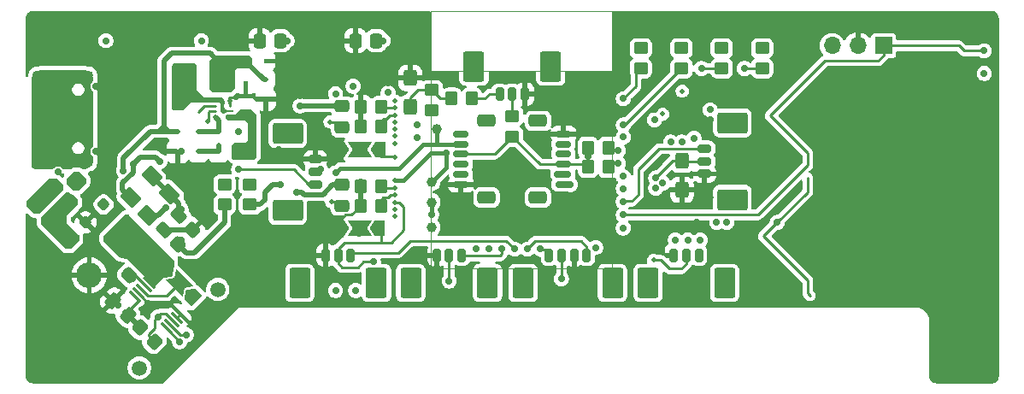
<source format=gbl>
G04 #@! TF.GenerationSoftware,KiCad,Pcbnew,9.0.0*
G04 #@! TF.CreationDate,2025-04-15T23:50:36+02:00*
G04 #@! TF.ProjectId,SUMEC_MK_V,53554d45-435f-44d4-9b5f-562e6b696361,v2.1.1*
G04 #@! TF.SameCoordinates,Original*
G04 #@! TF.FileFunction,Copper,L4,Bot*
G04 #@! TF.FilePolarity,Positive*
%FSLAX46Y46*%
G04 Gerber Fmt 4.6, Leading zero omitted, Abs format (unit mm)*
G04 Created by KiCad (PCBNEW 9.0.0) date 2025-04-15 23:50:36*
%MOMM*%
%LPD*%
G01*
G04 APERTURE LIST*
G04 Aperture macros list*
%AMRoundRect*
0 Rectangle with rounded corners*
0 $1 Rounding radius*
0 $2 $3 $4 $5 $6 $7 $8 $9 X,Y pos of 4 corners*
0 Add a 4 corners polygon primitive as box body*
4,1,4,$2,$3,$4,$5,$6,$7,$8,$9,$2,$3,0*
0 Add four circle primitives for the rounded corners*
1,1,$1+$1,$2,$3*
1,1,$1+$1,$4,$5*
1,1,$1+$1,$6,$7*
1,1,$1+$1,$8,$9*
0 Add four rect primitives between the rounded corners*
20,1,$1+$1,$2,$3,$4,$5,0*
20,1,$1+$1,$4,$5,$6,$7,0*
20,1,$1+$1,$6,$7,$8,$9,0*
20,1,$1+$1,$8,$9,$2,$3,0*%
%AMRotRect*
0 Rectangle, with rotation*
0 The origin of the aperture is its center*
0 $1 length*
0 $2 width*
0 $3 Rotation angle, in degrees counterclockwise*
0 Add horizontal line*
21,1,$1,$2,0,0,$3*%
%AMFreePoly0*
4,1,6,1.000000,0.000000,0.500000,-0.750000,-0.500000,-0.750000,-0.500000,0.750000,0.500000,0.750000,1.000000,0.000000,1.000000,0.000000,$1*%
%AMFreePoly1*
4,1,7,0.700000,0.000000,1.200000,-0.750000,-1.200000,-0.750000,-0.700000,0.000000,-1.200000,0.750000,1.200000,0.750000,0.700000,0.000000,0.700000,0.000000,$1*%
G04 Aperture macros list end*
G04 #@! TA.AperFunction,SMDPad,CuDef*
%ADD10RoundRect,0.200000X-0.450000X0.200000X-0.450000X-0.200000X0.450000X-0.200000X0.450000X0.200000X0*%
G04 #@! TD*
G04 #@! TA.AperFunction,SMDPad,CuDef*
%ADD11RoundRect,0.250001X-1.249999X0.799999X-1.249999X-0.799999X1.249999X-0.799999X1.249999X0.799999X0*%
G04 #@! TD*
G04 #@! TA.AperFunction,SMDPad,CuDef*
%ADD12RoundRect,0.200000X0.450000X-0.200000X0.450000X0.200000X-0.450000X0.200000X-0.450000X-0.200000X0*%
G04 #@! TD*
G04 #@! TA.AperFunction,SMDPad,CuDef*
%ADD13RoundRect,0.250001X1.249999X-0.799999X1.249999X0.799999X-1.249999X0.799999X-1.249999X-0.799999X0*%
G04 #@! TD*
G04 #@! TA.AperFunction,SMDPad,CuDef*
%ADD14RoundRect,0.200000X0.200000X0.450000X-0.200000X0.450000X-0.200000X-0.450000X0.200000X-0.450000X0*%
G04 #@! TD*
G04 #@! TA.AperFunction,SMDPad,CuDef*
%ADD15RoundRect,0.250001X0.799999X1.249999X-0.799999X1.249999X-0.799999X-1.249999X0.799999X-1.249999X0*%
G04 #@! TD*
G04 #@! TA.AperFunction,SMDPad,CuDef*
%ADD16RoundRect,0.200000X-0.200000X-0.450000X0.200000X-0.450000X0.200000X0.450000X-0.200000X0.450000X0*%
G04 #@! TD*
G04 #@! TA.AperFunction,SMDPad,CuDef*
%ADD17RoundRect,0.250001X-0.799999X-1.249999X0.799999X-1.249999X0.799999X1.249999X-0.799999X1.249999X0*%
G04 #@! TD*
G04 #@! TA.AperFunction,ComponentPad*
%ADD18O,2.000000X0.900000*%
G04 #@! TD*
G04 #@! TA.AperFunction,ComponentPad*
%ADD19O,1.700000X0.900000*%
G04 #@! TD*
G04 #@! TA.AperFunction,SMDPad,CuDef*
%ADD20RoundRect,0.150000X0.625000X-0.150000X0.625000X0.150000X-0.625000X0.150000X-0.625000X-0.150000X0*%
G04 #@! TD*
G04 #@! TA.AperFunction,SMDPad,CuDef*
%ADD21RoundRect,0.250000X0.650000X-0.350000X0.650000X0.350000X-0.650000X0.350000X-0.650000X-0.350000X0*%
G04 #@! TD*
G04 #@! TA.AperFunction,SMDPad,CuDef*
%ADD22RoundRect,0.150000X-0.625000X0.150000X-0.625000X-0.150000X0.625000X-0.150000X0.625000X0.150000X0*%
G04 #@! TD*
G04 #@! TA.AperFunction,SMDPad,CuDef*
%ADD23RoundRect,0.250000X-0.650000X0.350000X-0.650000X-0.350000X0.650000X-0.350000X0.650000X0.350000X0*%
G04 #@! TD*
G04 #@! TA.AperFunction,ComponentPad*
%ADD24C,2.550000*%
G04 #@! TD*
G04 #@! TA.AperFunction,ComponentPad*
%ADD25RotRect,2.550000X2.550000X225.000000*%
G04 #@! TD*
G04 #@! TA.AperFunction,ComponentPad*
%ADD26C,1.508000*%
G04 #@! TD*
G04 #@! TA.AperFunction,ComponentPad*
%ADD27R,1.700000X1.700000*%
G04 #@! TD*
G04 #@! TA.AperFunction,ComponentPad*
%ADD28O,1.700000X1.700000*%
G04 #@! TD*
G04 #@! TA.AperFunction,ComponentPad*
%ADD29RotRect,1.000000X1.000000X135.000000*%
G04 #@! TD*
G04 #@! TA.AperFunction,ComponentPad*
%ADD30RoundRect,0.250000X0.353553X0.000000X0.000000X0.353553X-0.353553X0.000000X0.000000X-0.353553X0*%
G04 #@! TD*
G04 #@! TA.AperFunction,ComponentPad*
%ADD31C,0.800000*%
G04 #@! TD*
G04 #@! TA.AperFunction,ComponentPad*
%ADD32C,6.400000*%
G04 #@! TD*
G04 #@! TA.AperFunction,SMDPad,CuDef*
%ADD33RoundRect,0.250000X-0.565685X-0.070711X-0.070711X-0.565685X0.565685X0.070711X0.070711X0.565685X0*%
G04 #@! TD*
G04 #@! TA.AperFunction,SMDPad,CuDef*
%ADD34RoundRect,0.250001X-0.114905X0.768977X-0.768977X0.114905X0.114905X-0.768977X0.768977X-0.114905X0*%
G04 #@! TD*
G04 #@! TA.AperFunction,SMDPad,CuDef*
%ADD35RoundRect,0.250000X0.425000X-0.537500X0.425000X0.537500X-0.425000X0.537500X-0.425000X-0.537500X0*%
G04 #@! TD*
G04 #@! TA.AperFunction,SMDPad,CuDef*
%ADD36RoundRect,0.250000X0.475000X-0.337500X0.475000X0.337500X-0.475000X0.337500X-0.475000X-0.337500X0*%
G04 #@! TD*
G04 #@! TA.AperFunction,SMDPad,CuDef*
%ADD37RoundRect,0.250000X0.450000X-0.350000X0.450000X0.350000X-0.450000X0.350000X-0.450000X-0.350000X0*%
G04 #@! TD*
G04 #@! TA.AperFunction,SMDPad,CuDef*
%ADD38RoundRect,0.250000X-0.350000X-0.450000X0.350000X-0.450000X0.350000X0.450000X-0.350000X0.450000X0*%
G04 #@! TD*
G04 #@! TA.AperFunction,SMDPad,CuDef*
%ADD39RoundRect,0.250000X-0.070711X0.565685X-0.565685X0.070711X0.070711X-0.565685X0.565685X-0.070711X0*%
G04 #@! TD*
G04 #@! TA.AperFunction,SMDPad,CuDef*
%ADD40C,1.000000*%
G04 #@! TD*
G04 #@! TA.AperFunction,SMDPad,CuDef*
%ADD41FreePoly0,180.000000*%
G04 #@! TD*
G04 #@! TA.AperFunction,SMDPad,CuDef*
%ADD42FreePoly1,180.000000*%
G04 #@! TD*
G04 #@! TA.AperFunction,SMDPad,CuDef*
%ADD43FreePoly0,0.000000*%
G04 #@! TD*
G04 #@! TA.AperFunction,SMDPad,CuDef*
%ADD44RoundRect,0.075000X0.512652X-0.406586X-0.406586X0.512652X-0.512652X0.406586X0.406586X-0.512652X0*%
G04 #@! TD*
G04 #@! TA.AperFunction,SMDPad,CuDef*
%ADD45FreePoly0,135.000000*%
G04 #@! TD*
G04 #@! TA.AperFunction,SMDPad,CuDef*
%ADD46FreePoly1,135.000000*%
G04 #@! TD*
G04 #@! TA.AperFunction,SMDPad,CuDef*
%ADD47FreePoly0,315.000000*%
G04 #@! TD*
G04 #@! TA.AperFunction,SMDPad,CuDef*
%ADD48RoundRect,0.250000X-0.425000X0.537500X-0.425000X-0.537500X0.425000X-0.537500X0.425000X0.537500X0*%
G04 #@! TD*
G04 #@! TA.AperFunction,SMDPad,CuDef*
%ADD49RoundRect,0.150000X-0.256326X-0.468458X0.468458X0.256326X0.256326X0.468458X-0.468458X-0.256326X0*%
G04 #@! TD*
G04 #@! TA.AperFunction,SMDPad,CuDef*
%ADD50RoundRect,0.250000X0.337500X0.475000X-0.337500X0.475000X-0.337500X-0.475000X0.337500X-0.475000X0*%
G04 #@! TD*
G04 #@! TA.AperFunction,SMDPad,CuDef*
%ADD51RoundRect,0.250000X0.070711X-0.565685X0.565685X-0.070711X-0.070711X0.565685X-0.565685X0.070711X0*%
G04 #@! TD*
G04 #@! TA.AperFunction,SMDPad,CuDef*
%ADD52RoundRect,0.250000X-0.097227X0.574524X-0.574524X0.097227X0.097227X-0.574524X0.574524X-0.097227X0*%
G04 #@! TD*
G04 #@! TA.AperFunction,SMDPad,CuDef*
%ADD53RoundRect,0.250000X-0.574524X-0.097227X-0.097227X-0.574524X0.574524X0.097227X0.097227X0.574524X0*%
G04 #@! TD*
G04 #@! TA.AperFunction,SMDPad,CuDef*
%ADD54RoundRect,0.250000X0.350000X0.450000X-0.350000X0.450000X-0.350000X-0.450000X0.350000X-0.450000X0*%
G04 #@! TD*
G04 #@! TA.AperFunction,ViaPad*
%ADD55C,0.500000*%
G04 #@! TD*
G04 #@! TA.AperFunction,ViaPad*
%ADD56C,0.700000*%
G04 #@! TD*
G04 #@! TA.AperFunction,Conductor*
%ADD57C,0.250000*%
G04 #@! TD*
G04 #@! TA.AperFunction,Conductor*
%ADD58C,0.500000*%
G04 #@! TD*
G04 #@! TA.AperFunction,Conductor*
%ADD59C,0.400000*%
G04 #@! TD*
%ADD60C,0.120000*%
G04 APERTURE END LIST*
D10*
X149800000Y-62950000D03*
X149800000Y-64200000D03*
X149800000Y-65450000D03*
D11*
X152550000Y-60400000D03*
X152550000Y-68000000D03*
D12*
X111250000Y-66500000D03*
X111250000Y-65250000D03*
X111250000Y-64000000D03*
D13*
X108500000Y-69050000D03*
X108500000Y-61450000D03*
D14*
X149250000Y-73500000D03*
X148000000Y-73500000D03*
X146750000Y-73500000D03*
D15*
X151800000Y-76250000D03*
X144200000Y-76250000D03*
D14*
X125750000Y-73500000D03*
X124500000Y-73500000D03*
X123250000Y-73500000D03*
D15*
X128300000Y-76250000D03*
X120700000Y-76250000D03*
D14*
X114750000Y-73500000D03*
X113500000Y-73500000D03*
X112250000Y-73500000D03*
D15*
X117300000Y-76250000D03*
X109700000Y-76250000D03*
D16*
X129500000Y-57550000D03*
X130750000Y-57550000D03*
X132000000Y-57550000D03*
D17*
X126950000Y-54800000D03*
X134550000Y-54800000D03*
D14*
X138125000Y-73500000D03*
X136875000Y-73500000D03*
X135625000Y-73500000D03*
X134375000Y-73500000D03*
D15*
X140675000Y-76250000D03*
X131825000Y-76250000D03*
D18*
X88250000Y-55675000D03*
X88250000Y-64325000D03*
D19*
X84080000Y-55675000D03*
X84080000Y-64325000D03*
D20*
X125675000Y-66500000D03*
X125675000Y-65500000D03*
X125675000Y-64500000D03*
X125675000Y-63500000D03*
X125675000Y-62500000D03*
X125675000Y-61500000D03*
D21*
X128200000Y-67800000D03*
X128200000Y-60200000D03*
D22*
X135825000Y-61500000D03*
X135825000Y-62500000D03*
X135825000Y-63500000D03*
X135825000Y-64500000D03*
X135825000Y-65500000D03*
X135825000Y-66500000D03*
D23*
X133300000Y-60200000D03*
X133300000Y-67800000D03*
D24*
X88855969Y-75483957D03*
D25*
X92391503Y-71948423D03*
D26*
X93805717Y-84676345D03*
X101583891Y-76898171D03*
D27*
X167525000Y-52750000D03*
D28*
X164985000Y-52750000D03*
X162445000Y-52750000D03*
D29*
X86732233Y-72017767D03*
D30*
X88500000Y-70250000D03*
X90267767Y-68482233D03*
D31*
X83600000Y-82750000D03*
X84302944Y-81052944D03*
X84302944Y-84447056D03*
X86000000Y-80350000D03*
D32*
X86000000Y-82750000D03*
D31*
X86000000Y-85150000D03*
X87697056Y-81052944D03*
X87697056Y-84447056D03*
X88400000Y-82750000D03*
X173100000Y-82750000D03*
X173802944Y-81052944D03*
X173802944Y-84447056D03*
X175500000Y-80350000D03*
D32*
X175500000Y-82750000D03*
D31*
X175500000Y-85150000D03*
X177197056Y-81052944D03*
X177197056Y-84447056D03*
X177900000Y-82750000D03*
D33*
X83792893Y-68292893D03*
X85207107Y-69707107D03*
D34*
X96801821Y-67448179D03*
X94698179Y-69551821D03*
D35*
X120650000Y-58837500D03*
X120650000Y-55962500D03*
D36*
X113876000Y-68599000D03*
X113876000Y-66524000D03*
D37*
X130750000Y-61750000D03*
X130750000Y-59750000D03*
D38*
X124750000Y-58000000D03*
X126750000Y-58000000D03*
D39*
X94208579Y-74080151D03*
X92794365Y-75494365D03*
D40*
X122750000Y-66250000D03*
D41*
X117650000Y-63075000D03*
D42*
X115650000Y-63075000D03*
D43*
X113650000Y-63075000D03*
D38*
X115750000Y-60725000D03*
X117750000Y-60725000D03*
D44*
X97914214Y-79335786D03*
X97560660Y-79689340D03*
X97207107Y-80042893D03*
X96853554Y-80396446D03*
X96500000Y-80750000D03*
X93388730Y-77638730D03*
X93742284Y-77285176D03*
X94095837Y-76931623D03*
X94449390Y-76578070D03*
X94802944Y-76224516D03*
D38*
X115750000Y-58825000D03*
X117750000Y-58825000D03*
D37*
X147500000Y-55000000D03*
X147500000Y-53000000D03*
D38*
X115750000Y-68587500D03*
X117750000Y-68587500D03*
D45*
X99165686Y-77701472D03*
D46*
X97751472Y-76287258D03*
D47*
X96337258Y-74873044D03*
D48*
X147550000Y-64162500D03*
X147550000Y-67037500D03*
D49*
X86617417Y-68476085D03*
X85273915Y-67132583D03*
X87554334Y-66195666D03*
D34*
X95051821Y-65698179D03*
X92948179Y-67801821D03*
D38*
X115750000Y-66687500D03*
X117750000Y-66687500D03*
D40*
X122750000Y-70750000D03*
D37*
X151500000Y-55000000D03*
X151500000Y-53000000D03*
D50*
X107787500Y-52250000D03*
X105712500Y-52250000D03*
D51*
X97642893Y-72407107D03*
X99057107Y-70992893D03*
D52*
X97733623Y-69516377D03*
X96266377Y-70983623D03*
D37*
X104750000Y-68500000D03*
X104750000Y-66500000D03*
X143500000Y-55000000D03*
X143500000Y-53000000D03*
D53*
X91217849Y-78003635D03*
X92685095Y-79470881D03*
D41*
X117626000Y-70811500D03*
D42*
X115626000Y-70811500D03*
D43*
X113626000Y-70811500D03*
D54*
X140250000Y-64750000D03*
X138250000Y-64750000D03*
D50*
X117287500Y-52250000D03*
X115212500Y-52250000D03*
D36*
X113900000Y-60837500D03*
X113900000Y-58762500D03*
D33*
X93894365Y-80680151D03*
X95308579Y-82094365D03*
D40*
X122750000Y-68250000D03*
D37*
X102250000Y-68500000D03*
X102250000Y-66500000D03*
D54*
X140250000Y-62850000D03*
X138250000Y-62850000D03*
D37*
X155500000Y-55000000D03*
X155500000Y-53000000D03*
D40*
X123250000Y-61000000D03*
D37*
X122800000Y-59150000D03*
X122800000Y-57150000D03*
D55*
X101650000Y-62600000D03*
X100554369Y-60277375D03*
D56*
X107650000Y-63050000D03*
X145162500Y-64375000D03*
X103650000Y-61250000D03*
X91701472Y-78487258D03*
X90500000Y-66000000D03*
X151350000Y-64300000D03*
X136750000Y-71000000D03*
X115750000Y-60750000D03*
X123250000Y-74750000D03*
X118450000Y-56425000D03*
X150350000Y-60100000D03*
X149000000Y-70250000D03*
X89492500Y-56749998D03*
D55*
X112850000Y-70150000D03*
D56*
X115750000Y-66250000D03*
X98000000Y-63250000D03*
X109750000Y-64300000D03*
X85742500Y-65250000D03*
X89492500Y-63250000D03*
X109750000Y-57700000D03*
X136105000Y-61500000D03*
D55*
X102750000Y-58200000D03*
D56*
X100250000Y-67000000D03*
D55*
X112700000Y-62300000D03*
D56*
X100852298Y-75352298D03*
X132000000Y-57500000D03*
X94695416Y-78259927D03*
X148500000Y-76000000D03*
X126000000Y-66500000D03*
X144850000Y-59100000D03*
X130750000Y-61750000D03*
X92450000Y-79200000D03*
X144962500Y-66850000D03*
X145661500Y-66350000D03*
D55*
X119150000Y-60325000D03*
D56*
X148752500Y-61900000D03*
X177500000Y-55500000D03*
X118450000Y-57400000D03*
X144850000Y-60100000D03*
X144962500Y-65850000D03*
X124750000Y-58000000D03*
D55*
X119126000Y-68261488D03*
D56*
X117000000Y-74150000D03*
X138250000Y-63750000D03*
D55*
X119150000Y-63825015D03*
X144750000Y-74000000D03*
D56*
X135621109Y-75839482D03*
X111750000Y-65000000D03*
X150350000Y-59100000D03*
X124500000Y-76050000D03*
X97350000Y-69600000D03*
X97950000Y-69000000D03*
X146897702Y-72000000D03*
X151000000Y-70250000D03*
X152000000Y-70250000D03*
X157000000Y-70250000D03*
X103650000Y-63700000D03*
X87550000Y-65700000D03*
X87550000Y-66700000D03*
X109750000Y-58700000D03*
X103650000Y-62800000D03*
X109426000Y-67261500D03*
X107750000Y-66500000D03*
X92234314Y-65134314D03*
D55*
X112700000Y-60299997D03*
X112850000Y-68200000D03*
D56*
X92950000Y-67800000D03*
X95850000Y-64200000D03*
X97950000Y-72000000D03*
X93187500Y-64500000D03*
X108450000Y-52250000D03*
X122500000Y-59320000D03*
X139013796Y-72743707D03*
X117950000Y-52250000D03*
X96402038Y-68831162D03*
X122750000Y-69480000D03*
X113250000Y-65354297D03*
D55*
X119126000Y-69661494D03*
X119150000Y-61725006D03*
D56*
X122750000Y-70750000D03*
D55*
X119150000Y-61025003D03*
X119126000Y-68961491D03*
X119150000Y-58924994D03*
X119150000Y-59624997D03*
X119126000Y-66111497D03*
D56*
X125650000Y-61500000D03*
X124200002Y-63400000D03*
X115750000Y-63250000D03*
D55*
X119126000Y-66811500D03*
X119150000Y-62425009D03*
D56*
X115000000Y-56750000D03*
X136500000Y-66500000D03*
D55*
X119150000Y-58224991D03*
D56*
X135250000Y-65500000D03*
X113250000Y-57500000D03*
X115550000Y-71300000D03*
D55*
X119126000Y-67561500D03*
D56*
X132250000Y-72900000D03*
X133550000Y-72900000D03*
X98452493Y-81395014D03*
X115250000Y-77000000D03*
X146450000Y-62300000D03*
X148125000Y-72000000D03*
X141250000Y-63130000D03*
X113250000Y-77000000D03*
X149375000Y-72000000D03*
X147550000Y-62300000D03*
X97798577Y-82067887D03*
X141250000Y-64400000D03*
X126750000Y-58000000D03*
X131000000Y-72900000D03*
X129750000Y-72900000D03*
X177500000Y-53250000D03*
X141750000Y-69500000D03*
X141750000Y-68200000D03*
X128450000Y-72900000D03*
X103650000Y-65000000D03*
X93101472Y-75787258D03*
X99051472Y-77587258D03*
X92501472Y-75187258D03*
X84150000Y-68600000D03*
X83450000Y-67900000D03*
X127205000Y-72900000D03*
X95650000Y-79600000D03*
X141750000Y-60600000D03*
X141750000Y-66900000D03*
D55*
X147587500Y-57250000D03*
D56*
X141750000Y-65700000D03*
D55*
X145652104Y-59525000D03*
D56*
X151500000Y-52925000D03*
X147500000Y-52925000D03*
X155500000Y-52900000D03*
X102250000Y-66750000D03*
X104750000Y-66750000D03*
X141750000Y-58000000D03*
X121350000Y-61850000D03*
X90500000Y-52250000D03*
X99950000Y-52250000D03*
X121350000Y-60600000D03*
X143500000Y-52925000D03*
X149500000Y-55000000D03*
X141750000Y-61800000D03*
X141750000Y-70800000D03*
X153750000Y-55000000D03*
D55*
X150450000Y-67750000D03*
D57*
X97914214Y-79335786D02*
X97560660Y-79689340D01*
X94695416Y-78259927D02*
X94695416Y-78238308D01*
X113626000Y-70124000D02*
X113626000Y-70811500D01*
X102750000Y-58200000D02*
X102762500Y-58212500D01*
X115750000Y-66687500D02*
X115750000Y-66250000D01*
X94695416Y-78238308D02*
X93742284Y-77285176D01*
D58*
X99047837Y-70983623D02*
X99057107Y-70992893D01*
D57*
X115750000Y-68587500D02*
X114825000Y-69512500D01*
X114825000Y-69512500D02*
X114237500Y-69512500D01*
D58*
X96266377Y-70983623D02*
X99047837Y-70983623D01*
D57*
X114237500Y-69512500D02*
X113626000Y-70124000D01*
X102762500Y-58212500D02*
X102762500Y-58727375D01*
X117650000Y-63700000D02*
X119024985Y-63700000D01*
X93750000Y-78000000D02*
X93388730Y-77638730D01*
X149800000Y-64200000D02*
X147587500Y-64200000D01*
X92685095Y-79435095D02*
X92450000Y-79200000D01*
X120000000Y-71002088D02*
X120000000Y-68750000D01*
X129000000Y-63500000D02*
X125675000Y-63500000D01*
X119024985Y-63700000D02*
X119150000Y-63825015D01*
X120650000Y-57900000D02*
X121400000Y-57150000D01*
X145450000Y-74000000D02*
X146300000Y-74850000D01*
X117650000Y-63075000D02*
X117650000Y-63700000D01*
X147587500Y-64200000D02*
X147550000Y-64162500D01*
X113500000Y-73500000D02*
X113500000Y-72850000D01*
X146300000Y-74850000D02*
X147500000Y-74850000D01*
X135625000Y-73500000D02*
X135625000Y-76025000D01*
X133500000Y-64500000D02*
X135825000Y-64500000D01*
X121400000Y-57150000D02*
X122800000Y-57150000D01*
X114100000Y-72250000D02*
X118752088Y-72250000D01*
X138000000Y-64500000D02*
X138250000Y-64750000D01*
X148000000Y-74350000D02*
X148000000Y-73500000D01*
X124750000Y-58000000D02*
X123650000Y-58000000D01*
X113900000Y-74700000D02*
X113500000Y-74300000D01*
X117000000Y-74150000D02*
X116000000Y-74150000D01*
X116000000Y-74150000D02*
X115450000Y-74700000D01*
X144750000Y-74000000D02*
X145450000Y-74000000D01*
X119511488Y-68261488D02*
X119126000Y-68261488D01*
X130750000Y-61750000D02*
X129000000Y-63500000D01*
X92685095Y-79064905D02*
X93750000Y-78000000D01*
X115450000Y-74700000D02*
X113900000Y-74700000D01*
X147550000Y-64162500D02*
X146650000Y-64162500D01*
X124500000Y-73500000D02*
X124500000Y-76050000D01*
X120650000Y-58837500D02*
X120650000Y-57900000D01*
X130750000Y-61750000D02*
X133500000Y-64500000D01*
X123650000Y-58000000D02*
X122800000Y-57150000D01*
X135825000Y-64500000D02*
X138000000Y-64500000D01*
X92685095Y-79470881D02*
X92685095Y-79064905D01*
X113500000Y-74300000D02*
X113500000Y-73500000D01*
X117626000Y-71123912D02*
X117626000Y-70811500D01*
X92685095Y-79470881D02*
X92685095Y-79435095D01*
X120000000Y-68750000D02*
X119511488Y-68261488D01*
X117750000Y-71247912D02*
X117626000Y-71123912D01*
D58*
X92685095Y-79470881D02*
X93894365Y-80680151D01*
D57*
X118752088Y-72250000D02*
X120000000Y-71002088D01*
X117750000Y-72250000D02*
X117750000Y-71247912D01*
X113500000Y-72850000D02*
X114100000Y-72250000D01*
X147500000Y-74850000D02*
X148000000Y-74350000D01*
X146650000Y-64162500D02*
X144962500Y-65850000D01*
D58*
X97733623Y-68379981D02*
X96801821Y-67448179D01*
X97733623Y-69516377D02*
X97733623Y-68379981D01*
X97733623Y-69513253D02*
X97733623Y-69516377D01*
D57*
X160000000Y-77250000D02*
X160250000Y-77500000D01*
X155625000Y-71625000D02*
X160000000Y-76000000D01*
D58*
X96801821Y-67448179D02*
X95051821Y-65698179D01*
X98000000Y-69246876D02*
X97733623Y-69513253D01*
D57*
X160000000Y-67250000D02*
X160000000Y-65850000D01*
X157000000Y-70250000D02*
X160000000Y-67250000D01*
D58*
X98000000Y-68998438D02*
X98000000Y-69246876D01*
D57*
X160000000Y-76000000D02*
X160000000Y-77250000D01*
X157000000Y-70250000D02*
X155625000Y-71625000D01*
D58*
X106250000Y-68000000D02*
X105750000Y-68500000D01*
X112000000Y-67500000D02*
X112976000Y-66524000D01*
X110164500Y-67500000D02*
X112000000Y-67500000D01*
X105750000Y-68500000D02*
X104750000Y-68500000D01*
X112976000Y-66524000D02*
X113876000Y-66524000D01*
X109426000Y-67261500D02*
X109926000Y-67261500D01*
X109750000Y-58700000D02*
X113837500Y-58700000D01*
X107000000Y-66500000D02*
X106250000Y-67250000D01*
X107750000Y-66500000D02*
X107000000Y-66500000D01*
X113837500Y-58700000D02*
X113900000Y-58762500D01*
X106250000Y-67250000D02*
X106250000Y-68000000D01*
X109926000Y-67261500D02*
X110164500Y-67500000D01*
X104200000Y-54277375D02*
X104348292Y-54277375D01*
X100850000Y-53500000D02*
X101627375Y-54277375D01*
X96250000Y-54250000D02*
X97000000Y-53500000D01*
X96250000Y-60750000D02*
X96250000Y-54250000D01*
X101627375Y-54277375D02*
X104200000Y-54277375D01*
X92234314Y-63915686D02*
X94922625Y-61227375D01*
X106173292Y-56102375D02*
X106350000Y-56102375D01*
X95750000Y-61227375D02*
X97650000Y-61227375D01*
X95772625Y-61227375D02*
X96250000Y-60750000D01*
X97000000Y-53500000D02*
X100850000Y-53500000D01*
X104348292Y-54277375D02*
X106173292Y-56102375D01*
X92234314Y-65134314D02*
X92234314Y-63915686D01*
X96727375Y-61227375D02*
X96250000Y-60750000D01*
X95750000Y-61227375D02*
X95772625Y-61227375D01*
X97650000Y-61227375D02*
X96727375Y-61227375D01*
X94922625Y-61227375D02*
X95750000Y-61227375D01*
D57*
X112700000Y-60299997D02*
X113362497Y-60299997D01*
X113362497Y-60299997D02*
X113900000Y-60837500D01*
X113477000Y-68200000D02*
X112850000Y-68200000D01*
X113876000Y-68599000D02*
X113477000Y-68200000D01*
D58*
X93187500Y-64500000D02*
X93887500Y-63800000D01*
X102250000Y-70250000D02*
X99250000Y-73250000D01*
X92150000Y-66350000D02*
X92150000Y-67000000D01*
X92150000Y-67000000D02*
X92950000Y-67800000D01*
X95450000Y-63800000D02*
X95850000Y-64200000D01*
X98485786Y-73250000D02*
X97642893Y-72407107D01*
X102250000Y-68500000D02*
X102250000Y-70250000D01*
X93887500Y-63800000D02*
X95450000Y-63800000D01*
X99250000Y-73250000D02*
X98485786Y-73250000D01*
X93187500Y-64500000D02*
X93187500Y-65312500D01*
X93187500Y-65312500D02*
X92150000Y-66350000D01*
X95681379Y-69551821D02*
X96402038Y-68831162D01*
X94698179Y-69551821D02*
X95681379Y-69551821D01*
D59*
X122750000Y-69480000D02*
X122750000Y-68250000D01*
X123250000Y-62500000D02*
X121950000Y-62500000D01*
X123250000Y-62500000D02*
X123250000Y-61000000D01*
X121950000Y-62500000D02*
X119550000Y-64900000D01*
X119550000Y-64900000D02*
X113704297Y-64900000D01*
X125675000Y-62500000D02*
X123250000Y-62500000D01*
X113704297Y-64900000D02*
X113250000Y-65354297D01*
D57*
X119150000Y-58924994D02*
X117849994Y-58924994D01*
X117849994Y-58924994D02*
X117750000Y-58825000D01*
X117750000Y-60250000D02*
X118000000Y-60000000D01*
X118625003Y-59624997D02*
X119150000Y-59624997D01*
X118000000Y-60000000D02*
X118250000Y-60000000D01*
X117750000Y-60725000D02*
X117750000Y-60250000D01*
X118250000Y-60000000D02*
X118625003Y-59624997D01*
D59*
X122718748Y-63400000D02*
X124200002Y-63400000D01*
X122718748Y-63400000D02*
X120007251Y-66111497D01*
X124200002Y-64799998D02*
X124200002Y-63400000D01*
X120007251Y-66111497D02*
X119126000Y-66111497D01*
X122750000Y-66250000D02*
X124200002Y-64799998D01*
X125650000Y-61500000D02*
X125675000Y-61500000D01*
D57*
X115750000Y-63175000D02*
X115650000Y-63075000D01*
X115750000Y-63250000D02*
X115750000Y-63175000D01*
X119126000Y-66811500D02*
X117874000Y-66811500D01*
X117874000Y-66811500D02*
X117750000Y-66687500D01*
X117950000Y-67800000D02*
X117750000Y-68000000D01*
X117750000Y-68000000D02*
X117750000Y-68587500D01*
X119126000Y-67561500D02*
X118688500Y-67561500D01*
X118688500Y-67561500D02*
X118450000Y-67800000D01*
X118450000Y-67800000D02*
X117950000Y-67800000D01*
X132250000Y-72900000D02*
X133050000Y-72100000D01*
X133050000Y-72100000D02*
X137550000Y-72100000D01*
X137550000Y-72100000D02*
X138125000Y-72675000D01*
X138125000Y-72675000D02*
X138125000Y-73500000D01*
X133550000Y-72975000D02*
X134375000Y-72975000D01*
X134375000Y-72975000D02*
X134375000Y-73500000D01*
X97852122Y-81395014D02*
X96853554Y-80396446D01*
X140530000Y-63130000D02*
X140250000Y-62850000D01*
X141250000Y-63130000D02*
X140530000Y-63130000D01*
X98452493Y-81395014D02*
X97852122Y-81395014D01*
X97798577Y-82048577D02*
X96500000Y-80750000D01*
X141250000Y-64400000D02*
X140600000Y-64400000D01*
X97798577Y-82067887D02*
X97798577Y-82048577D01*
X140600000Y-64400000D02*
X140250000Y-64750000D01*
X128050000Y-58000000D02*
X128500000Y-57550000D01*
X128500000Y-57550000D02*
X129500000Y-57550000D01*
X126750000Y-58000000D02*
X128050000Y-58000000D01*
X115000000Y-73250000D02*
X119500000Y-73250000D01*
X130150000Y-72100000D02*
X130950000Y-72900000D01*
X114750000Y-73500000D02*
X115000000Y-73250000D01*
X120650000Y-72100000D02*
X130150000Y-72100000D01*
X119500000Y-73250000D02*
X120650000Y-72100000D01*
X129750000Y-73400000D02*
X129574000Y-73576000D01*
X125826000Y-73576000D02*
X125750000Y-73500000D01*
X129750000Y-72900000D02*
X129750000Y-73400000D01*
X129574000Y-73576000D02*
X125826000Y-73576000D01*
X167525000Y-53700000D02*
X166975000Y-54250000D01*
X167525000Y-52750000D02*
X167525000Y-53700000D01*
X175500000Y-53250000D02*
X177500000Y-53250000D01*
X160000000Y-63379399D02*
X160000000Y-64575000D01*
X175000000Y-52750000D02*
X175500000Y-53250000D01*
X166975000Y-54250000D02*
X161750000Y-54250000D01*
X160000000Y-64575000D02*
X155075000Y-69500000D01*
X167525000Y-52750000D02*
X175000000Y-52750000D01*
X155075000Y-69500000D02*
X141750000Y-69500000D01*
X156310300Y-59689700D02*
X160000000Y-63379399D01*
X161750000Y-54250000D02*
X156310300Y-59689700D01*
X143250000Y-65000000D02*
X143250000Y-67500000D01*
X149800000Y-62950000D02*
X149774000Y-62976000D01*
X145274000Y-62976000D02*
X143250000Y-65000000D01*
X143250000Y-67500000D02*
X142600000Y-68150000D01*
X142600000Y-68150000D02*
X141750000Y-68150000D01*
X149774000Y-62976000D02*
X145274000Y-62976000D01*
X109100000Y-65000000D02*
X110600000Y-66500000D01*
X110600000Y-66500000D02*
X111250000Y-66500000D01*
X103650000Y-65000000D02*
X109100000Y-65000000D01*
X93365685Y-75494365D02*
X92794365Y-75494365D01*
X94449390Y-76578070D02*
X93365685Y-75494365D01*
X96545538Y-77493192D02*
X97751472Y-76287258D01*
X94095837Y-76931623D02*
X94657406Y-77493192D01*
X94657406Y-77493192D02*
X96545538Y-77493192D01*
X96464214Y-79300000D02*
X97207107Y-80042893D01*
X95308579Y-82094365D02*
X94750000Y-81535786D01*
X95950000Y-79300000D02*
X96464214Y-79300000D01*
X94750000Y-81535786D02*
X94750000Y-81300000D01*
X95350000Y-79900000D02*
X95950000Y-79300000D01*
X94750000Y-81300000D02*
X95350000Y-80700000D01*
X95350000Y-80700000D02*
X95350000Y-79900000D01*
D58*
X101650000Y-61227375D02*
X101650000Y-60165875D01*
X101650000Y-60165875D02*
X101337500Y-59853375D01*
X99650000Y-61227375D02*
X101650000Y-61227375D01*
X151500000Y-52925000D02*
X151500000Y-53000000D01*
X147500000Y-52925000D02*
X147500000Y-53000000D01*
D57*
X155500000Y-53000000D02*
X155500000Y-52900000D01*
X143000000Y-55500000D02*
X143000000Y-56750000D01*
X143000000Y-56750000D02*
X141750000Y-58000000D01*
X100237500Y-58727375D02*
X99687500Y-59277375D01*
X101337500Y-58727375D02*
X100237500Y-58727375D01*
X130750000Y-57550000D02*
X130750000Y-59750000D01*
X101337500Y-59227375D02*
X100773625Y-59227375D01*
X100650000Y-60181744D02*
X100554369Y-60277375D01*
D58*
X101650000Y-63227375D02*
X101650000Y-62600000D01*
D57*
X100650000Y-59351000D02*
X100650000Y-60181744D01*
D58*
X99650000Y-63227375D02*
X101650000Y-63227375D01*
D57*
X100773625Y-59227375D02*
X100650000Y-59351000D01*
D58*
X143500000Y-52925000D02*
X143500000Y-53000000D01*
D57*
X151500000Y-55000000D02*
X149500000Y-55000000D01*
X153750000Y-55000000D02*
X155500000Y-55000000D01*
X141900000Y-60600000D02*
X141750000Y-60600000D01*
X147500000Y-55000000D02*
X141900000Y-60600000D01*
G04 #@! TA.AperFunction,Conductor*
G36*
X84779588Y-83792330D02*
G01*
X84957670Y-83970412D01*
X85059301Y-84044251D01*
X83565232Y-85538319D01*
X83565233Y-85538320D01*
X83793249Y-85725448D01*
X84095519Y-85927418D01*
X84095537Y-85927429D01*
X84167964Y-85966142D01*
X84217808Y-86015104D01*
X84233269Y-86083242D01*
X84209437Y-86148921D01*
X84153880Y-86191290D01*
X84109511Y-86199500D01*
X83256093Y-86199500D01*
X83243939Y-86198903D01*
X83193081Y-86193893D01*
X83125688Y-86187256D01*
X83101848Y-86182514D01*
X82993997Y-86149798D01*
X82971541Y-86140496D01*
X82872150Y-86087370D01*
X82851940Y-86073866D01*
X82764820Y-86002369D01*
X82747630Y-85985179D01*
X82676133Y-85898059D01*
X82662629Y-85877849D01*
X82609501Y-85778453D01*
X82600201Y-85756002D01*
X82597247Y-85746263D01*
X82567483Y-85648145D01*
X82562744Y-85624317D01*
X82551097Y-85506061D01*
X82550500Y-85493907D01*
X82550500Y-84640489D01*
X82570185Y-84573450D01*
X82622989Y-84527695D01*
X82692147Y-84517751D01*
X82755703Y-84546776D01*
X82783858Y-84582036D01*
X82822570Y-84654462D01*
X82822581Y-84654480D01*
X83024551Y-84956750D01*
X83211678Y-85184765D01*
X83211679Y-85184766D01*
X84705747Y-83690697D01*
X84779588Y-83792330D01*
G37*
G04 #@! TD.AperFunction*
G04 #@! TA.AperFunction,Conductor*
G36*
X122593039Y-49320185D02*
G01*
X122638794Y-49372989D01*
X122650000Y-49424500D01*
X122650000Y-55240000D01*
X125375500Y-55240000D01*
X125442539Y-55259685D01*
X125488294Y-55312489D01*
X125499500Y-55364000D01*
X125499500Y-56115701D01*
X125502401Y-56152567D01*
X125502402Y-56152573D01*
X125548253Y-56310392D01*
X125548255Y-56310395D01*
X125631917Y-56451861D01*
X125631923Y-56451869D01*
X125748130Y-56568076D01*
X125748134Y-56568079D01*
X125748136Y-56568081D01*
X125889603Y-56651744D01*
X125889604Y-56651744D01*
X125889607Y-56651746D01*
X126047426Y-56697597D01*
X126047429Y-56697597D01*
X126047431Y-56697598D01*
X126084306Y-56700500D01*
X126084314Y-56700500D01*
X126121113Y-56700500D01*
X126188152Y-56720185D01*
X126233907Y-56772989D01*
X126243851Y-56842147D01*
X126214826Y-56905703D01*
X126156048Y-56943477D01*
X126155709Y-56943576D01*
X126139604Y-56948254D01*
X126139603Y-56948255D01*
X125998137Y-57031917D01*
X125998129Y-57031923D01*
X125881923Y-57148129D01*
X125881919Y-57148135D01*
X125856732Y-57190724D01*
X125805662Y-57238407D01*
X125736921Y-57250910D01*
X125672331Y-57224264D01*
X125643268Y-57190724D01*
X125639502Y-57184356D01*
X125618081Y-57148135D01*
X125618078Y-57148132D01*
X125618076Y-57148129D01*
X125501870Y-57031923D01*
X125501862Y-57031917D01*
X125360396Y-56948255D01*
X125360393Y-56948254D01*
X125202573Y-56902402D01*
X125202567Y-56902401D01*
X125165701Y-56899500D01*
X125165694Y-56899500D01*
X124334306Y-56899500D01*
X124334298Y-56899500D01*
X124297432Y-56902401D01*
X124297426Y-56902402D01*
X124139606Y-56948254D01*
X124139605Y-56948254D01*
X124087620Y-56978998D01*
X124019896Y-56996180D01*
X123953634Y-56974019D01*
X123909871Y-56919553D01*
X123900500Y-56872265D01*
X123900500Y-56734313D01*
X123900499Y-56734298D01*
X123900232Y-56730909D01*
X123897598Y-56697431D01*
X123892771Y-56680817D01*
X123860018Y-56568081D01*
X123851744Y-56539602D01*
X123768081Y-56398135D01*
X123768079Y-56398133D01*
X123768076Y-56398129D01*
X123651870Y-56281923D01*
X123651862Y-56281917D01*
X123510396Y-56198255D01*
X123510393Y-56198254D01*
X123352573Y-56152402D01*
X123352567Y-56152401D01*
X123315701Y-56149500D01*
X123315694Y-56149500D01*
X122284306Y-56149500D01*
X122284298Y-56149500D01*
X122247432Y-56152401D01*
X122247426Y-56152402D01*
X122089606Y-56198254D01*
X122089605Y-56198254D01*
X121997169Y-56252920D01*
X121929445Y-56270101D01*
X121863183Y-56247941D01*
X121846367Y-56233867D01*
X121825000Y-56212500D01*
X119475001Y-56212500D01*
X119475001Y-56549986D01*
X119485494Y-56652697D01*
X119540641Y-56819119D01*
X119540643Y-56819124D01*
X119632684Y-56968345D01*
X119756654Y-57092315D01*
X119905875Y-57184356D01*
X119905880Y-57184358D01*
X120072302Y-57239505D01*
X120072309Y-57239506D01*
X120175019Y-57249999D01*
X120257467Y-57249999D01*
X120278712Y-57256237D01*
X120300798Y-57257816D01*
X120311581Y-57265888D01*
X120324506Y-57269683D01*
X120339006Y-57286417D01*
X120356733Y-57299686D01*
X120361440Y-57312305D01*
X120370262Y-57322486D01*
X120373413Y-57344402D01*
X120381152Y-57365149D01*
X120378288Y-57378312D01*
X120380206Y-57391645D01*
X120371008Y-57411786D01*
X120366302Y-57433423D01*
X120353030Y-57451152D01*
X120351182Y-57455201D01*
X120345152Y-57461678D01*
X120327337Y-57479493D01*
X120229496Y-57577333D01*
X120229490Y-57577341D01*
X120221807Y-57590649D01*
X120171240Y-57638864D01*
X120128618Y-57650995D01*
X120128667Y-57651263D01*
X120125912Y-57651766D01*
X120124160Y-57652265D01*
X120122439Y-57652400D01*
X120122426Y-57652402D01*
X119964606Y-57698254D01*
X119964603Y-57698255D01*
X119823140Y-57781915D01*
X119823129Y-57781923D01*
X119812682Y-57792371D01*
X119751358Y-57825854D01*
X119681667Y-57820867D01*
X119637323Y-57792368D01*
X119564672Y-57719717D01*
X119564668Y-57719714D01*
X119458133Y-57648529D01*
X119458124Y-57648524D01*
X119339744Y-57599490D01*
X119339738Y-57599488D01*
X119300308Y-57591645D01*
X119238397Y-57559260D01*
X119203823Y-57498544D01*
X119200500Y-57470028D01*
X119200500Y-57326079D01*
X119171659Y-57181092D01*
X119171658Y-57181091D01*
X119171658Y-57181087D01*
X119158009Y-57148135D01*
X119115087Y-57044511D01*
X119115080Y-57044498D01*
X119032951Y-56921584D01*
X119032948Y-56921580D01*
X118928419Y-56817051D01*
X118928415Y-56817048D01*
X118805501Y-56734919D01*
X118805488Y-56734912D01*
X118668917Y-56678343D01*
X118668907Y-56678340D01*
X118523920Y-56649500D01*
X118523918Y-56649500D01*
X118376082Y-56649500D01*
X118376080Y-56649500D01*
X118231092Y-56678340D01*
X118231082Y-56678343D01*
X118094511Y-56734912D01*
X118094498Y-56734919D01*
X117971584Y-56817048D01*
X117971580Y-56817051D01*
X117867051Y-56921580D01*
X117867048Y-56921584D01*
X117784919Y-57044498D01*
X117784912Y-57044511D01*
X117728343Y-57181082D01*
X117728340Y-57181092D01*
X117699500Y-57326079D01*
X117699500Y-57326082D01*
X117699500Y-57473918D01*
X117699500Y-57473920D01*
X117699499Y-57473920D01*
X117719867Y-57576308D01*
X117713640Y-57645900D01*
X117670778Y-57701077D01*
X117604888Y-57724322D01*
X117598250Y-57724500D01*
X117334298Y-57724500D01*
X117297432Y-57727401D01*
X117297426Y-57727402D01*
X117139606Y-57773254D01*
X117139603Y-57773255D01*
X116998137Y-57856917D01*
X116998133Y-57856920D01*
X116900901Y-57954152D01*
X116839578Y-57987636D01*
X116769886Y-57982652D01*
X116713953Y-57940780D01*
X116707680Y-57931565D01*
X116692315Y-57906654D01*
X116568345Y-57782684D01*
X116419124Y-57690643D01*
X116419119Y-57690641D01*
X116252697Y-57635494D01*
X116252690Y-57635493D01*
X116149986Y-57625000D01*
X116000000Y-57625000D01*
X116000000Y-60601000D01*
X115980315Y-60668039D01*
X115927511Y-60713794D01*
X115876000Y-60725000D01*
X115624000Y-60725000D01*
X115556961Y-60705315D01*
X115511206Y-60652511D01*
X115500000Y-60601000D01*
X115500000Y-57625000D01*
X115450106Y-57625000D01*
X115383067Y-57605315D01*
X115337312Y-57552511D01*
X115327368Y-57483353D01*
X115356393Y-57419797D01*
X115381212Y-57397900D01*
X115478416Y-57332951D01*
X115582951Y-57228416D01*
X115665084Y-57105495D01*
X115721658Y-56968913D01*
X115731975Y-56917048D01*
X115750500Y-56823920D01*
X115750500Y-56676079D01*
X115721659Y-56531092D01*
X115721658Y-56531091D01*
X115721658Y-56531087D01*
X115708574Y-56499500D01*
X115665087Y-56394511D01*
X115665080Y-56394498D01*
X115582951Y-56271584D01*
X115582948Y-56271580D01*
X115478419Y-56167051D01*
X115478415Y-56167048D01*
X115355501Y-56084919D01*
X115355488Y-56084912D01*
X115218917Y-56028343D01*
X115218907Y-56028340D01*
X115073920Y-55999500D01*
X115073918Y-55999500D01*
X114926082Y-55999500D01*
X114926080Y-55999500D01*
X114781092Y-56028340D01*
X114781082Y-56028343D01*
X114644511Y-56084912D01*
X114644498Y-56084919D01*
X114521584Y-56167048D01*
X114521580Y-56167051D01*
X114417051Y-56271580D01*
X114417048Y-56271584D01*
X114334919Y-56394498D01*
X114334912Y-56394511D01*
X114278343Y-56531082D01*
X114278340Y-56531092D01*
X114249500Y-56676079D01*
X114249500Y-56676082D01*
X114249500Y-56823918D01*
X114249500Y-56823920D01*
X114249499Y-56823920D01*
X114278340Y-56968907D01*
X114278343Y-56968917D01*
X114334912Y-57105488D01*
X114334919Y-57105501D01*
X114417048Y-57228415D01*
X114417051Y-57228419D01*
X114521580Y-57332948D01*
X114521584Y-57332951D01*
X114644498Y-57415080D01*
X114644511Y-57415087D01*
X114757121Y-57461731D01*
X114781087Y-57471658D01*
X114781091Y-57471658D01*
X114781092Y-57471659D01*
X114926079Y-57500500D01*
X114951909Y-57500500D01*
X114979975Y-57508741D01*
X115008708Y-57514273D01*
X115013113Y-57518471D01*
X115018948Y-57520185D01*
X115038100Y-57542288D01*
X115059284Y-57562479D01*
X115060719Y-57568392D01*
X115064703Y-57572989D01*
X115068866Y-57601942D01*
X115075770Y-57630376D01*
X115073781Y-57636125D01*
X115074647Y-57642147D01*
X115062492Y-57668762D01*
X115052930Y-57696407D01*
X115047579Y-57701415D01*
X115045622Y-57705703D01*
X115028580Y-57721956D01*
X114853067Y-57860036D01*
X114827202Y-57870396D01*
X114802753Y-57883746D01*
X114795219Y-57883207D01*
X114788207Y-57886016D01*
X114760846Y-57880748D01*
X114733062Y-57878761D01*
X114721267Y-57873128D01*
X114719597Y-57872807D01*
X114718596Y-57871853D01*
X114713275Y-57869312D01*
X114676595Y-57847620D01*
X114635398Y-57823256D01*
X114635397Y-57823255D01*
X114635396Y-57823255D01*
X114635393Y-57823254D01*
X114477573Y-57777402D01*
X114477567Y-57777401D01*
X114440701Y-57774500D01*
X114440694Y-57774500D01*
X114111696Y-57774500D01*
X114044657Y-57754815D01*
X113998902Y-57702011D01*
X113988958Y-57632853D01*
X113990079Y-57626308D01*
X114000500Y-57573920D01*
X114000500Y-57426079D01*
X113971659Y-57281092D01*
X113971658Y-57281091D01*
X113971658Y-57281087D01*
X113966934Y-57269683D01*
X113915087Y-57144511D01*
X113915080Y-57144498D01*
X113832951Y-57021584D01*
X113832948Y-57021580D01*
X113728419Y-56917051D01*
X113728415Y-56917048D01*
X113605501Y-56834919D01*
X113605488Y-56834912D01*
X113468917Y-56778343D01*
X113468907Y-56778340D01*
X113323920Y-56749500D01*
X113323918Y-56749500D01*
X113176082Y-56749500D01*
X113176080Y-56749500D01*
X113031092Y-56778340D01*
X113031082Y-56778343D01*
X112894511Y-56834912D01*
X112894498Y-56834919D01*
X112771584Y-56917048D01*
X112771580Y-56917051D01*
X112667051Y-57021580D01*
X112667048Y-57021584D01*
X112584919Y-57144498D01*
X112584912Y-57144511D01*
X112528343Y-57281082D01*
X112528340Y-57281092D01*
X112499500Y-57426079D01*
X112499500Y-57426082D01*
X112499500Y-57573918D01*
X112499500Y-57573920D01*
X112499499Y-57573920D01*
X112528340Y-57718907D01*
X112528343Y-57718917D01*
X112584912Y-57855488D01*
X112584918Y-57855499D01*
X112585658Y-57856606D01*
X112585867Y-57857274D01*
X112587789Y-57860870D01*
X112587107Y-57861234D01*
X112606538Y-57923282D01*
X112588056Y-57990663D01*
X112536079Y-58037355D01*
X112482558Y-58049500D01*
X110163840Y-58049500D01*
X110111479Y-58036385D01*
X110111122Y-58037247D01*
X110105495Y-58034916D01*
X109968913Y-57978342D01*
X109968907Y-57978340D01*
X109823920Y-57949500D01*
X109823918Y-57949500D01*
X109676082Y-57949500D01*
X109676080Y-57949500D01*
X109531092Y-57978340D01*
X109531082Y-57978343D01*
X109394511Y-58034912D01*
X109394498Y-58034919D01*
X109271584Y-58117048D01*
X109271580Y-58117051D01*
X109167051Y-58221580D01*
X109167048Y-58221584D01*
X109084919Y-58344498D01*
X109084912Y-58344511D01*
X109028343Y-58481082D01*
X109028340Y-58481092D01*
X108999500Y-58626079D01*
X108999500Y-58626082D01*
X108999500Y-58773918D01*
X108999500Y-58773920D01*
X108999499Y-58773920D01*
X109028340Y-58918907D01*
X109028343Y-58918917D01*
X109084912Y-59055488D01*
X109084919Y-59055501D01*
X109167048Y-59178415D01*
X109167051Y-59178419D01*
X109271580Y-59282948D01*
X109271584Y-59282951D01*
X109394498Y-59365080D01*
X109394511Y-59365087D01*
X109525503Y-59419345D01*
X109531087Y-59421658D01*
X109531091Y-59421658D01*
X109531092Y-59421659D01*
X109676079Y-59450500D01*
X109676082Y-59450500D01*
X109823920Y-59450500D01*
X109921462Y-59431096D01*
X109968913Y-59421658D01*
X110105495Y-59365084D01*
X110105496Y-59365083D01*
X110111122Y-59362753D01*
X110111479Y-59363614D01*
X110163840Y-59350500D01*
X112746674Y-59350500D01*
X112813713Y-59370185D01*
X112853405Y-59411378D01*
X112875140Y-59448129D01*
X112883978Y-59463074D01*
X112901159Y-59530798D01*
X112878999Y-59597060D01*
X112824533Y-59640823D01*
X112770161Y-59648851D01*
X112770161Y-59649497D01*
X112765787Y-59649497D01*
X112765103Y-59649598D01*
X112764076Y-59649497D01*
X112764069Y-59649497D01*
X112635931Y-59649497D01*
X112635929Y-59649497D01*
X112510261Y-59674494D01*
X112510255Y-59674496D01*
X112391875Y-59723530D01*
X112391866Y-59723535D01*
X112285331Y-59794720D01*
X112285327Y-59794723D01*
X112194726Y-59885324D01*
X112194723Y-59885328D01*
X112123538Y-59991863D01*
X112123533Y-59991872D01*
X112074499Y-60110252D01*
X112074497Y-60110258D01*
X112049500Y-60235925D01*
X112049500Y-60235928D01*
X112049500Y-60364066D01*
X112049500Y-60364068D01*
X112049499Y-60364068D01*
X112074497Y-60489735D01*
X112074499Y-60489741D01*
X112123533Y-60608121D01*
X112123538Y-60608130D01*
X112194723Y-60714665D01*
X112194726Y-60714669D01*
X112285327Y-60805270D01*
X112285331Y-60805273D01*
X112391866Y-60876458D01*
X112391872Y-60876461D01*
X112391873Y-60876462D01*
X112510256Y-60925498D01*
X112510260Y-60925498D01*
X112510261Y-60925499D01*
X112635928Y-60950497D01*
X112650500Y-60950497D01*
X112717539Y-60970182D01*
X112763294Y-61022986D01*
X112774500Y-61074497D01*
X112774500Y-61240701D01*
X112777401Y-61277567D01*
X112777402Y-61277573D01*
X112823254Y-61435393D01*
X112823255Y-61435396D01*
X112823256Y-61435398D01*
X112858212Y-61494505D01*
X112906917Y-61576862D01*
X112906923Y-61576870D01*
X113023129Y-61693076D01*
X113023133Y-61693079D01*
X113023135Y-61693081D01*
X113164602Y-61776744D01*
X113182900Y-61782060D01*
X113322426Y-61822597D01*
X113322429Y-61822597D01*
X113322431Y-61822598D01*
X113359306Y-61825500D01*
X113359314Y-61825500D01*
X114083494Y-61825500D01*
X114150533Y-61845185D01*
X114196288Y-61897989D01*
X114206232Y-61967147D01*
X114177207Y-62030703D01*
X114167572Y-62040641D01*
X114131817Y-62073624D01*
X114131816Y-62073625D01*
X114131815Y-62073626D01*
X114069710Y-62184251D01*
X114044828Y-62308656D01*
X114059608Y-62434659D01*
X114059609Y-62434661D01*
X114112603Y-62549931D01*
X114416794Y-63006216D01*
X114437602Y-63072915D01*
X114419047Y-63140276D01*
X114416794Y-63143782D01*
X114112609Y-63600060D01*
X114112601Y-63600074D01*
X114064346Y-63699695D01*
X114044500Y-63824998D01*
X114044500Y-63825002D01*
X114064345Y-63950301D01*
X114064346Y-63950304D01*
X114064347Y-63950306D01*
X114121696Y-64062860D01*
X114121945Y-64063348D01*
X114121948Y-64063352D01*
X114146415Y-64087819D01*
X114179900Y-64149142D01*
X114174916Y-64218834D01*
X114133044Y-64274767D01*
X114067580Y-64299184D01*
X114058734Y-64299500D01*
X113790966Y-64299500D01*
X113790950Y-64299499D01*
X113783354Y-64299499D01*
X113625240Y-64299499D01*
X113545307Y-64320917D01*
X113472513Y-64340422D01*
X113429362Y-64365336D01*
X113429361Y-64365335D01*
X113335584Y-64419477D01*
X113335579Y-64419481D01*
X113223775Y-64531286D01*
X113223774Y-64531287D01*
X113171698Y-64583362D01*
X113110375Y-64616846D01*
X113108210Y-64617297D01*
X113031092Y-64632637D01*
X113031084Y-64632639D01*
X112894511Y-64689209D01*
X112894498Y-64689216D01*
X112771584Y-64771345D01*
X112683842Y-64859087D01*
X112622518Y-64892571D01*
X112552827Y-64887587D01*
X112496893Y-64845715D01*
X112474543Y-64795593D01*
X112474417Y-64794962D01*
X112471658Y-64781087D01*
X112465282Y-64765694D01*
X112415087Y-64644511D01*
X112415085Y-64644507D01*
X112415084Y-64644505D01*
X112365877Y-64570862D01*
X112345000Y-64504186D01*
X112350595Y-64465081D01*
X112393590Y-64327104D01*
X112400000Y-64256572D01*
X112400000Y-64250000D01*
X111826432Y-64250000D01*
X111823918Y-64249500D01*
X111676082Y-64249500D01*
X111673568Y-64250000D01*
X110100001Y-64250000D01*
X110100001Y-64256582D01*
X110106408Y-64327102D01*
X110106409Y-64327107D01*
X110156981Y-64489396D01*
X110244927Y-64634877D01*
X110249554Y-64640783D01*
X110247265Y-64642575D01*
X110274304Y-64692092D01*
X110269320Y-64761784D01*
X110267699Y-64765902D01*
X110214957Y-64893234D01*
X110214955Y-64893239D01*
X110199501Y-65010629D01*
X110199500Y-65010645D01*
X110199500Y-65056969D01*
X110179815Y-65124008D01*
X110127011Y-65169763D01*
X110057853Y-65179707D01*
X109994297Y-65150682D01*
X109987819Y-65144650D01*
X109527575Y-64684406D01*
X109527573Y-64684403D01*
X109422666Y-64579496D01*
X109422661Y-64579492D01*
X109302838Y-64510313D01*
X109302831Y-64510310D01*
X109266218Y-64500499D01*
X109266218Y-64500500D01*
X109233872Y-64491833D01*
X109169183Y-64474499D01*
X109030817Y-64474499D01*
X109023221Y-64474499D01*
X109023205Y-64474500D01*
X105598327Y-64474500D01*
X105531288Y-64454815D01*
X105485533Y-64402011D01*
X105475589Y-64332853D01*
X105504614Y-64269297D01*
X105510646Y-64262819D01*
X105652653Y-64120811D01*
X105700413Y-64073051D01*
X105729423Y-64040754D01*
X105746057Y-64020112D01*
X105765042Y-63994561D01*
X105819389Y-63879923D01*
X105839074Y-63812884D01*
X105839137Y-63812450D01*
X105849061Y-63743427D01*
X110100000Y-63743427D01*
X110100000Y-63750000D01*
X111000000Y-63750000D01*
X111500000Y-63750000D01*
X112399999Y-63750000D01*
X112399999Y-63743417D01*
X112393591Y-63672897D01*
X112393590Y-63672892D01*
X112343018Y-63510603D01*
X112255072Y-63365122D01*
X112134877Y-63244927D01*
X111989395Y-63156980D01*
X111989396Y-63156980D01*
X111827105Y-63106409D01*
X111827106Y-63106409D01*
X111756572Y-63100000D01*
X111500000Y-63100000D01*
X111500000Y-63750000D01*
X111000000Y-63750000D01*
X111000000Y-63100000D01*
X110743417Y-63100000D01*
X110672897Y-63106408D01*
X110672892Y-63106409D01*
X110510603Y-63156981D01*
X110365122Y-63244927D01*
X110244927Y-63365122D01*
X110156980Y-63510604D01*
X110106409Y-63672893D01*
X110100000Y-63743427D01*
X105849061Y-63743427D01*
X105852002Y-63722968D01*
X105852002Y-63722967D01*
X105855036Y-63701862D01*
X105855500Y-63698638D01*
X105855500Y-60584298D01*
X106599500Y-60584298D01*
X106599500Y-62315701D01*
X106602401Y-62352567D01*
X106602402Y-62352573D01*
X106648253Y-62510392D01*
X106648255Y-62510395D01*
X106648256Y-62510397D01*
X106654915Y-62521656D01*
X106731917Y-62651861D01*
X106731923Y-62651869D01*
X106848130Y-62768076D01*
X106848134Y-62768079D01*
X106848136Y-62768081D01*
X106989603Y-62851744D01*
X106989604Y-62851744D01*
X106989607Y-62851746D01*
X107147426Y-62897597D01*
X107147429Y-62897597D01*
X107147431Y-62897598D01*
X107184306Y-62900500D01*
X107184314Y-62900500D01*
X109815686Y-62900500D01*
X109815694Y-62900500D01*
X109852569Y-62897598D01*
X109852571Y-62897597D01*
X109852573Y-62897597D01*
X110010392Y-62851746D01*
X110010393Y-62851745D01*
X110010397Y-62851744D01*
X110151864Y-62768081D01*
X110268081Y-62651864D01*
X110351744Y-62510397D01*
X110351745Y-62510393D01*
X110351746Y-62510392D01*
X110397597Y-62352573D01*
X110397598Y-62352567D01*
X110399036Y-62334298D01*
X110400500Y-62315694D01*
X110400500Y-60584306D01*
X110397598Y-60547431D01*
X110395601Y-60540556D01*
X110351746Y-60389607D01*
X110351744Y-60389604D01*
X110351744Y-60389603D01*
X110268081Y-60248136D01*
X110268079Y-60248134D01*
X110268076Y-60248130D01*
X110151869Y-60131923D01*
X110151861Y-60131917D01*
X110010395Y-60048255D01*
X110010392Y-60048253D01*
X109852573Y-60002402D01*
X109852567Y-60002401D01*
X109815701Y-59999500D01*
X109815694Y-59999500D01*
X107184306Y-59999500D01*
X107184298Y-59999500D01*
X107147432Y-60002401D01*
X107147426Y-60002402D01*
X106989607Y-60048253D01*
X106989604Y-60048255D01*
X106848138Y-60131917D01*
X106848130Y-60131923D01*
X106731923Y-60248130D01*
X106731917Y-60248138D01*
X106648255Y-60389604D01*
X106648253Y-60389607D01*
X106602402Y-60547426D01*
X106602401Y-60547432D01*
X106599500Y-60584298D01*
X105855500Y-60584298D01*
X105855500Y-59701362D01*
X105853176Y-59658013D01*
X105850342Y-59631655D01*
X105850341Y-59631648D01*
X105845700Y-59600162D01*
X105845699Y-59600158D01*
X105803065Y-59480668D01*
X105778084Y-59434919D01*
X105769583Y-59419350D01*
X105769578Y-59419342D01*
X105729522Y-59365833D01*
X105705105Y-59300369D01*
X105719957Y-59232096D01*
X105769363Y-59182691D01*
X105837636Y-59167839D01*
X105867794Y-59173817D01*
X105922305Y-59191880D01*
X105922309Y-59191881D01*
X106025019Y-59202374D01*
X106600000Y-59202374D01*
X106674972Y-59202374D01*
X106674986Y-59202373D01*
X106777697Y-59191880D01*
X106944119Y-59136733D01*
X106944124Y-59136731D01*
X107093345Y-59044690D01*
X107217315Y-58920720D01*
X107309356Y-58771499D01*
X107309358Y-58771494D01*
X107364505Y-58605072D01*
X107364506Y-58605065D01*
X107374999Y-58502361D01*
X107375000Y-58502348D01*
X107375000Y-58302375D01*
X106600000Y-58302375D01*
X106600000Y-59202374D01*
X106025019Y-59202374D01*
X106099999Y-59202373D01*
X106100000Y-59202373D01*
X106100000Y-58302375D01*
X105438837Y-58302375D01*
X105371798Y-58282690D01*
X105332105Y-58241496D01*
X105320329Y-58221584D01*
X105293081Y-58175510D01*
X105293078Y-58175507D01*
X105293076Y-58175504D01*
X105176870Y-58059298D01*
X105176862Y-58059292D01*
X105040107Y-57978416D01*
X105035398Y-57975631D01*
X105035397Y-57975630D01*
X105035396Y-57975630D01*
X105035393Y-57975629D01*
X104877573Y-57929777D01*
X104877567Y-57929776D01*
X104840701Y-57926875D01*
X104840694Y-57926875D01*
X103859306Y-57926875D01*
X103859298Y-57926875D01*
X103822432Y-57929776D01*
X103822426Y-57929777D01*
X103664606Y-57975629D01*
X103664603Y-57975630D01*
X103523137Y-58059292D01*
X103523133Y-58059295D01*
X103468826Y-58113602D01*
X103407502Y-58147086D01*
X103337810Y-58142101D01*
X103316185Y-58130123D01*
X103315820Y-58130756D01*
X103308780Y-58126691D01*
X103165871Y-58067497D01*
X103165866Y-58067495D01*
X103051012Y-58052375D01*
X102937500Y-58052375D01*
X102937500Y-58527875D01*
X102917815Y-58594914D01*
X102865011Y-58640669D01*
X102813500Y-58651875D01*
X102776765Y-58651875D01*
X102709726Y-58632190D01*
X102663971Y-58579386D01*
X102653434Y-58515009D01*
X102655500Y-58495211D01*
X102655500Y-58201362D01*
X102653176Y-58158013D01*
X102653041Y-58156762D01*
X102650341Y-58131648D01*
X102645700Y-58100162D01*
X102636337Y-58073920D01*
X102603065Y-57980668D01*
X102603060Y-57980658D01*
X102602852Y-57980192D01*
X102602825Y-57979999D01*
X102601427Y-57976079D01*
X102602250Y-57975785D01*
X102593410Y-57910964D01*
X102622895Y-57847620D01*
X102681946Y-57810273D01*
X102716017Y-57805500D01*
X102798639Y-57805500D01*
X102802709Y-57805281D01*
X102841987Y-57803176D01*
X102868345Y-57800342D01*
X102877962Y-57798924D01*
X102899837Y-57795700D01*
X102899838Y-57795699D01*
X102899842Y-57795699D01*
X103019332Y-57753065D01*
X103080655Y-57719580D01*
X103173051Y-57650413D01*
X103385543Y-57437921D01*
X103446866Y-57404436D01*
X103516557Y-57409420D01*
X103538321Y-57420063D01*
X103605875Y-57461731D01*
X103605880Y-57461733D01*
X103772302Y-57516880D01*
X103772309Y-57516881D01*
X103875019Y-57527374D01*
X104099999Y-57527374D01*
X104100000Y-57527373D01*
X104100000Y-56363875D01*
X104119685Y-56296836D01*
X104172489Y-56251081D01*
X104224000Y-56239875D01*
X104476000Y-56239875D01*
X104543039Y-56259560D01*
X104588794Y-56312364D01*
X104600000Y-56363875D01*
X104600000Y-57527374D01*
X104824972Y-57527374D01*
X104824986Y-57527373D01*
X104927697Y-57516880D01*
X105094119Y-57461733D01*
X105094126Y-57461730D01*
X105141852Y-57432292D01*
X105209244Y-57413851D01*
X105275908Y-57434773D01*
X105320678Y-57488414D01*
X105330308Y-57550431D01*
X105325000Y-57602384D01*
X105325000Y-57802375D01*
X107374999Y-57802375D01*
X107374999Y-57602403D01*
X107374998Y-57602388D01*
X107364505Y-57499677D01*
X107309358Y-57333255D01*
X107309356Y-57333250D01*
X107217315Y-57184029D01*
X107127984Y-57094698D01*
X107094499Y-57033375D01*
X107099483Y-56963683D01*
X107127984Y-56919336D01*
X107143081Y-56904240D01*
X107226744Y-56762773D01*
X107263439Y-56636470D01*
X107272597Y-56604948D01*
X107272598Y-56604942D01*
X107275008Y-56574316D01*
X107275500Y-56568069D01*
X107275500Y-55636681D01*
X107272598Y-55599806D01*
X107272070Y-55597989D01*
X107226745Y-55441981D01*
X107226744Y-55441977D01*
X107217842Y-55426925D01*
X107187142Y-55375013D01*
X119475000Y-55375013D01*
X119475000Y-55712500D01*
X120400000Y-55712500D01*
X120900000Y-55712500D01*
X121824999Y-55712500D01*
X121824999Y-55375028D01*
X121824998Y-55375013D01*
X121814505Y-55272302D01*
X121759358Y-55105880D01*
X121759356Y-55105875D01*
X121667315Y-54956654D01*
X121543345Y-54832684D01*
X121394124Y-54740643D01*
X121394119Y-54740641D01*
X121227697Y-54685494D01*
X121227690Y-54685493D01*
X121124986Y-54675000D01*
X120900000Y-54675000D01*
X120900000Y-55712500D01*
X120400000Y-55712500D01*
X120400000Y-54675000D01*
X120175029Y-54675000D01*
X120175012Y-54675001D01*
X120072302Y-54685494D01*
X119905880Y-54740641D01*
X119905875Y-54740643D01*
X119756654Y-54832684D01*
X119632684Y-54956654D01*
X119540643Y-55105875D01*
X119540641Y-55105880D01*
X119485494Y-55272302D01*
X119485493Y-55272309D01*
X119475000Y-55375013D01*
X107187142Y-55375013D01*
X107143082Y-55300512D01*
X107143081Y-55300510D01*
X107143079Y-55300508D01*
X107143076Y-55300504D01*
X107090485Y-55247914D01*
X107056999Y-55186591D01*
X107061983Y-55116899D01*
X107090485Y-55072550D01*
X107142315Y-55020720D01*
X107234356Y-54871499D01*
X107234358Y-54871494D01*
X107289505Y-54705072D01*
X107289506Y-54705065D01*
X107299999Y-54602361D01*
X107300000Y-54602348D01*
X107300000Y-54527375D01*
X106274000Y-54527375D01*
X106206961Y-54507690D01*
X106161206Y-54454886D01*
X106150000Y-54403375D01*
X106150000Y-54151375D01*
X106169685Y-54084336D01*
X106222489Y-54038581D01*
X106274000Y-54027375D01*
X107299999Y-54027375D01*
X107299999Y-53952403D01*
X107299998Y-53952388D01*
X107289505Y-53849677D01*
X107234358Y-53683255D01*
X107234356Y-53683250D01*
X107145218Y-53538735D01*
X107126778Y-53471342D01*
X107147701Y-53404679D01*
X107201342Y-53359909D01*
X107270673Y-53351248D01*
X107285345Y-53354560D01*
X107347431Y-53372598D01*
X107384306Y-53375500D01*
X107384314Y-53375500D01*
X108190686Y-53375500D01*
X108190694Y-53375500D01*
X108227569Y-53372598D01*
X108227571Y-53372597D01*
X108227573Y-53372597D01*
X108271244Y-53359909D01*
X108385398Y-53326744D01*
X108526865Y-53243081D01*
X108643081Y-53126865D01*
X108684395Y-53057007D01*
X108730716Y-52978683D01*
X108731847Y-52979352D01*
X108771339Y-52931872D01*
X108793016Y-52920252D01*
X108805495Y-52915084D01*
X108928416Y-52832951D01*
X108986381Y-52774986D01*
X114125001Y-52774986D01*
X114135494Y-52877697D01*
X114190641Y-53044119D01*
X114190643Y-53044124D01*
X114282684Y-53193345D01*
X114406654Y-53317315D01*
X114555875Y-53409356D01*
X114555880Y-53409358D01*
X114722302Y-53464505D01*
X114722309Y-53464506D01*
X114825019Y-53474999D01*
X114962499Y-53474999D01*
X115462500Y-53474999D01*
X115599972Y-53474999D01*
X115599986Y-53474998D01*
X115702697Y-53464505D01*
X115869119Y-53409358D01*
X115869124Y-53409356D01*
X116018345Y-53317315D01*
X116142317Y-53193343D01*
X116202463Y-53095831D01*
X116254411Y-53049106D01*
X116323373Y-53037883D01*
X116387455Y-53065726D01*
X116414732Y-53097803D01*
X116431919Y-53126865D01*
X116431921Y-53126867D01*
X116431923Y-53126870D01*
X116548129Y-53243076D01*
X116548133Y-53243079D01*
X116548135Y-53243081D01*
X116689602Y-53326744D01*
X116729622Y-53338371D01*
X116847426Y-53372597D01*
X116847429Y-53372597D01*
X116847431Y-53372598D01*
X116884306Y-53375500D01*
X116884314Y-53375500D01*
X117690686Y-53375500D01*
X117690694Y-53375500D01*
X117727569Y-53372598D01*
X117727571Y-53372597D01*
X117727573Y-53372597D01*
X117771244Y-53359909D01*
X117885398Y-53326744D01*
X118026865Y-53243081D01*
X118143081Y-53126865D01*
X118184395Y-53057007D01*
X118230716Y-52978683D01*
X118231847Y-52979352D01*
X118271339Y-52931872D01*
X118293016Y-52920252D01*
X118305495Y-52915084D01*
X118428416Y-52832951D01*
X118532951Y-52728416D01*
X118615084Y-52605495D01*
X118671658Y-52468913D01*
X118695332Y-52349901D01*
X118700500Y-52323920D01*
X118700500Y-52176079D01*
X118671659Y-52031092D01*
X118671658Y-52031091D01*
X118671658Y-52031087D01*
X118659776Y-52002401D01*
X118615087Y-51894511D01*
X118615080Y-51894498D01*
X118532951Y-51771584D01*
X118532948Y-51771580D01*
X118428419Y-51667051D01*
X118428411Y-51667045D01*
X118305496Y-51584916D01*
X118293019Y-51579748D01*
X118238616Y-51535907D01*
X118227095Y-51515196D01*
X118217812Y-51499500D01*
X118143081Y-51373135D01*
X118143079Y-51373133D01*
X118143076Y-51373129D01*
X118026870Y-51256923D01*
X118026862Y-51256917D01*
X117885396Y-51173255D01*
X117885393Y-51173254D01*
X117727573Y-51127402D01*
X117727567Y-51127401D01*
X117690701Y-51124500D01*
X117690694Y-51124500D01*
X116884306Y-51124500D01*
X116884298Y-51124500D01*
X116847432Y-51127401D01*
X116847426Y-51127402D01*
X116689606Y-51173254D01*
X116689603Y-51173255D01*
X116548137Y-51256917D01*
X116548129Y-51256923D01*
X116431923Y-51373129D01*
X116431916Y-51373138D01*
X116414734Y-51402193D01*
X116363665Y-51449876D01*
X116294923Y-51462380D01*
X116230334Y-51435735D01*
X116202463Y-51404169D01*
X116142315Y-51306654D01*
X116018345Y-51182684D01*
X115869124Y-51090643D01*
X115869119Y-51090641D01*
X115702697Y-51035494D01*
X115702690Y-51035493D01*
X115599986Y-51025000D01*
X115462500Y-51025000D01*
X115462500Y-53474999D01*
X114962499Y-53474999D01*
X114962500Y-53474998D01*
X114962500Y-52500000D01*
X114125001Y-52500000D01*
X114125001Y-52774986D01*
X108986381Y-52774986D01*
X109032951Y-52728416D01*
X109115084Y-52605495D01*
X109171658Y-52468913D01*
X109176814Y-52442993D01*
X109180504Y-52424445D01*
X109180504Y-52424443D01*
X109190140Y-52376000D01*
X109200500Y-52323918D01*
X109200500Y-52176082D01*
X109200500Y-52176079D01*
X109171659Y-52031092D01*
X109171658Y-52031091D01*
X109171658Y-52031087D01*
X109159776Y-52002401D01*
X109115087Y-51894511D01*
X109115080Y-51894498D01*
X109045761Y-51790755D01*
X109032951Y-51771584D01*
X109032948Y-51771580D01*
X108986381Y-51725013D01*
X114125000Y-51725013D01*
X114125000Y-52000000D01*
X114962500Y-52000000D01*
X114962500Y-51025000D01*
X114825027Y-51025000D01*
X114825012Y-51025001D01*
X114722302Y-51035494D01*
X114555880Y-51090641D01*
X114555875Y-51090643D01*
X114406654Y-51182684D01*
X114282684Y-51306654D01*
X114190643Y-51455875D01*
X114190641Y-51455880D01*
X114135494Y-51622302D01*
X114135493Y-51622309D01*
X114125000Y-51725013D01*
X108986381Y-51725013D01*
X108928419Y-51667051D01*
X108928411Y-51667045D01*
X108805496Y-51584916D01*
X108793019Y-51579748D01*
X108738616Y-51535907D01*
X108727095Y-51515196D01*
X108717812Y-51499500D01*
X108643081Y-51373135D01*
X108643079Y-51373133D01*
X108643076Y-51373129D01*
X108526870Y-51256923D01*
X108526862Y-51256917D01*
X108385396Y-51173255D01*
X108385393Y-51173254D01*
X108227573Y-51127402D01*
X108227567Y-51127401D01*
X108190701Y-51124500D01*
X108190694Y-51124500D01*
X107384306Y-51124500D01*
X107384298Y-51124500D01*
X107347432Y-51127401D01*
X107347426Y-51127402D01*
X107189606Y-51173254D01*
X107189603Y-51173255D01*
X107048137Y-51256917D01*
X107048129Y-51256923D01*
X106931923Y-51373129D01*
X106931916Y-51373138D01*
X106914734Y-51402193D01*
X106863665Y-51449876D01*
X106794923Y-51462380D01*
X106730334Y-51435735D01*
X106702463Y-51404169D01*
X106642315Y-51306654D01*
X106518345Y-51182684D01*
X106369124Y-51090643D01*
X106369119Y-51090641D01*
X106202697Y-51035494D01*
X106202690Y-51035493D01*
X106099986Y-51025000D01*
X105962500Y-51025000D01*
X105962500Y-52126000D01*
X105942815Y-52193039D01*
X105890011Y-52238794D01*
X105838500Y-52250000D01*
X105712500Y-52250000D01*
X105712500Y-52376000D01*
X105692815Y-52443039D01*
X105640011Y-52488794D01*
X105588500Y-52500000D01*
X104625001Y-52500000D01*
X104625001Y-52774986D01*
X104635494Y-52877697D01*
X104690641Y-53044119D01*
X104690643Y-53044124D01*
X104759281Y-53155403D01*
X104777721Y-53222796D01*
X104756798Y-53289459D01*
X104703156Y-53334229D01*
X104653742Y-53344500D01*
X101665808Y-53344500D01*
X101598769Y-53324815D01*
X101578127Y-53308181D01*
X101264674Y-52994727D01*
X101264673Y-52994726D01*
X101264669Y-52994723D01*
X101158127Y-52923535D01*
X101158122Y-52923533D01*
X101039744Y-52874499D01*
X101039738Y-52874497D01*
X100914071Y-52849500D01*
X100914069Y-52849500D01*
X100684033Y-52849500D01*
X100616994Y-52829815D01*
X100571239Y-52777011D01*
X100561295Y-52707853D01*
X100580931Y-52656609D01*
X100615080Y-52605501D01*
X100615080Y-52605500D01*
X100615084Y-52605495D01*
X100671658Y-52468913D01*
X100695332Y-52349901D01*
X100700500Y-52323920D01*
X100700500Y-52176079D01*
X100671659Y-52031092D01*
X100671658Y-52031091D01*
X100671658Y-52031087D01*
X100659776Y-52002401D01*
X100615087Y-51894511D01*
X100615080Y-51894498D01*
X100545761Y-51790755D01*
X100532951Y-51771584D01*
X100532948Y-51771580D01*
X100486381Y-51725013D01*
X104625000Y-51725013D01*
X104625000Y-52000000D01*
X105462500Y-52000000D01*
X105462500Y-51025000D01*
X105325027Y-51025000D01*
X105325012Y-51025001D01*
X105222302Y-51035494D01*
X105055880Y-51090641D01*
X105055875Y-51090643D01*
X104906654Y-51182684D01*
X104782684Y-51306654D01*
X104690643Y-51455875D01*
X104690641Y-51455880D01*
X104635494Y-51622302D01*
X104635493Y-51622309D01*
X104625000Y-51725013D01*
X100486381Y-51725013D01*
X100428419Y-51667051D01*
X100428415Y-51667048D01*
X100305501Y-51584919D01*
X100305488Y-51584912D01*
X100168917Y-51528343D01*
X100168907Y-51528340D01*
X100023920Y-51499500D01*
X100023918Y-51499500D01*
X99876082Y-51499500D01*
X99876080Y-51499500D01*
X99731092Y-51528340D01*
X99731082Y-51528343D01*
X99594511Y-51584912D01*
X99594498Y-51584919D01*
X99471584Y-51667048D01*
X99471580Y-51667051D01*
X99367051Y-51771580D01*
X99367048Y-51771584D01*
X99284919Y-51894498D01*
X99284912Y-51894511D01*
X99228343Y-52031082D01*
X99228340Y-52031092D01*
X99199500Y-52176079D01*
X99199500Y-52176082D01*
X99199500Y-52323918D01*
X99199500Y-52323920D01*
X99199499Y-52323920D01*
X99228340Y-52468907D01*
X99228343Y-52468917D01*
X99284912Y-52605488D01*
X99284919Y-52605501D01*
X99319069Y-52656609D01*
X99339947Y-52723286D01*
X99321463Y-52790666D01*
X99269484Y-52837357D01*
X99215967Y-52849500D01*
X96935929Y-52849500D01*
X96810261Y-52874497D01*
X96810255Y-52874499D01*
X96691875Y-52923533D01*
X96691866Y-52923538D01*
X96585331Y-52994723D01*
X96585327Y-52994726D01*
X95744727Y-53835325D01*
X95744721Y-53835332D01*
X95691711Y-53914668D01*
X95691712Y-53914669D01*
X95673534Y-53941874D01*
X95624499Y-54060255D01*
X95624497Y-54060261D01*
X95599500Y-54185928D01*
X95599500Y-60429192D01*
X95590855Y-60458632D01*
X95584332Y-60488619D01*
X95580577Y-60493634D01*
X95579815Y-60496231D01*
X95563181Y-60516873D01*
X95539498Y-60540556D01*
X95478175Y-60574041D01*
X95451817Y-60576875D01*
X94858554Y-60576875D01*
X94742101Y-60600040D01*
X94732881Y-60601874D01*
X94732880Y-60601874D01*
X94614499Y-60650909D01*
X94507951Y-60722101D01*
X91729040Y-63501012D01*
X91715561Y-63521185D01*
X91679605Y-63575000D01*
X91672947Y-63584964D01*
X91672946Y-63584964D01*
X91657850Y-63607556D01*
X91657848Y-63607560D01*
X91608813Y-63725941D01*
X91608811Y-63725947D01*
X91583814Y-63851614D01*
X91583814Y-64720474D01*
X91570699Y-64772834D01*
X91571561Y-64773192D01*
X91569230Y-64778818D01*
X91569230Y-64778819D01*
X91556639Y-64809217D01*
X91512656Y-64915400D01*
X91512654Y-64915406D01*
X91483814Y-65060393D01*
X91483814Y-65060396D01*
X91483814Y-65208232D01*
X91483814Y-65208234D01*
X91483813Y-65208234D01*
X91512654Y-65353221D01*
X91512657Y-65353231D01*
X91569226Y-65489802D01*
X91569233Y-65489815D01*
X91651362Y-65612729D01*
X91651365Y-65612733D01*
X91721661Y-65683029D01*
X91755146Y-65744352D01*
X91750162Y-65814044D01*
X91721662Y-65858390D01*
X91644726Y-65935327D01*
X91644724Y-65935329D01*
X91631369Y-65955317D01*
X91583575Y-66026848D01*
X91578099Y-66035043D01*
X91578095Y-66035048D01*
X91573538Y-66041866D01*
X91573533Y-66041875D01*
X91524499Y-66160255D01*
X91524497Y-66160261D01*
X91499500Y-66285928D01*
X91499500Y-67064071D01*
X91517006Y-67152075D01*
X91519156Y-67162884D01*
X91524499Y-67189744D01*
X91573535Y-67308127D01*
X91578841Y-67316068D01*
X91583855Y-67329336D01*
X91585468Y-67350608D01*
X91591841Y-67370968D01*
X91588145Y-67385911D01*
X91589139Y-67399006D01*
X91581339Y-67413437D01*
X91576526Y-67432902D01*
X91569574Y-67445547D01*
X91528701Y-67604735D01*
X91528701Y-67769096D01*
X91569574Y-67928284D01*
X91648750Y-68072307D01*
X91648752Y-68072310D01*
X91672771Y-68100432D01*
X91672791Y-68100453D01*
X92444694Y-68872355D01*
X92478179Y-68933678D01*
X92473195Y-69003369D01*
X92431323Y-69059303D01*
X92365859Y-69083720D01*
X92363668Y-69083857D01*
X92359486Y-69084081D01*
X92359477Y-69084082D01*
X92333120Y-69086916D01*
X92301634Y-69091557D01*
X92215388Y-69122330D01*
X92182140Y-69134193D01*
X92182138Y-69134193D01*
X92182135Y-69134195D01*
X92120822Y-69167674D01*
X92120814Y-69167679D01*
X92028428Y-69236838D01*
X92028410Y-69236854D01*
X90001072Y-71264193D01*
X90001025Y-71264243D01*
X89972052Y-71296499D01*
X89972046Y-71296506D01*
X89955423Y-71317135D01*
X89936429Y-71342698D01*
X89882084Y-71457330D01*
X89862398Y-71524372D01*
X89862396Y-71524380D01*
X89845972Y-71638619D01*
X89845972Y-72033835D01*
X89847964Y-72073956D01*
X89850397Y-72098411D01*
X89854231Y-72126754D01*
X89854232Y-72126760D01*
X89894962Y-72246909D01*
X89904622Y-72265287D01*
X89927470Y-72308757D01*
X89995164Y-72402242D01*
X91488340Y-73943585D01*
X91488469Y-73943717D01*
X91489992Y-73945281D01*
X91490127Y-73945419D01*
X91490142Y-73945434D01*
X91491132Y-73946443D01*
X91584648Y-74017474D01*
X91645820Y-74051233D01*
X91753782Y-74092052D01*
X92259429Y-74204418D01*
X92267674Y-74208968D01*
X92277065Y-74209738D01*
X92297775Y-74225579D01*
X92320600Y-74238175D01*
X92325077Y-74246462D01*
X92332561Y-74252187D01*
X92341418Y-74276709D01*
X92353811Y-74299648D01*
X92353096Y-74309042D01*
X92356297Y-74317902D01*
X92350491Y-74343318D01*
X92348515Y-74369316D01*
X92342422Y-74378643D01*
X92340738Y-74386017D01*
X92325362Y-74404760D01*
X92319295Y-74414050D01*
X92316266Y-74417016D01*
X92310134Y-74422254D01*
X92272665Y-74459722D01*
X92272163Y-74460214D01*
X92269994Y-74461369D01*
X92232850Y-74486189D01*
X92145977Y-74522174D01*
X92145970Y-74522177D01*
X92023056Y-74604306D01*
X92023052Y-74604309D01*
X91918523Y-74708838D01*
X91918520Y-74708842D01*
X91836391Y-74831756D01*
X91836386Y-74831766D01*
X91800404Y-74918634D01*
X91773526Y-74958861D01*
X91722249Y-75010139D01*
X91722248Y-75010140D01*
X91698228Y-75038263D01*
X91619053Y-75182283D01*
X91578180Y-75341473D01*
X91578180Y-75505834D01*
X91619053Y-75665024D01*
X91698229Y-75809045D01*
X91698231Y-75809048D01*
X91722250Y-75837172D01*
X92451557Y-76566479D01*
X92479681Y-76590498D01*
X92479684Y-76590500D01*
X92570854Y-76640621D01*
X92620118Y-76690167D01*
X92634775Y-76758482D01*
X92610172Y-76823876D01*
X92598799Y-76836963D01*
X92507691Y-76928072D01*
X92507683Y-76928080D01*
X92471947Y-76972426D01*
X92471944Y-76972431D01*
X92415148Y-77096795D01*
X92415146Y-77096803D01*
X92399181Y-77207851D01*
X92370156Y-77271407D01*
X92311378Y-77309182D01*
X92276443Y-77314205D01*
X92260830Y-77314205D01*
X91394626Y-78180412D01*
X90528420Y-79046615D01*
X90528420Y-79046616D01*
X90625624Y-79143820D01*
X90625645Y-79143839D01*
X90705676Y-79209035D01*
X90705689Y-79209044D01*
X90862357Y-79287725D01*
X91032962Y-79328160D01*
X91208285Y-79328160D01*
X91319765Y-79301738D01*
X91389537Y-79305431D01*
X91446236Y-79346259D01*
X91471861Y-79411260D01*
X91468467Y-79453231D01*
X91460071Y-79485932D01*
X91460071Y-79650288D01*
X91500942Y-79809469D01*
X91500945Y-79809479D01*
X91580120Y-79953499D01*
X91593516Y-79969183D01*
X91604145Y-79981628D01*
X92174348Y-80551831D01*
X92174354Y-80551836D01*
X92202476Y-80575855D01*
X92346496Y-80655030D01*
X92346500Y-80655032D01*
X92505691Y-80695905D01*
X92505695Y-80695905D01*
X92554180Y-80695905D01*
X92621219Y-80715590D01*
X92666974Y-80768394D01*
X92678180Y-80819905D01*
X92678180Y-80833042D01*
X92719053Y-80992232D01*
X92798228Y-81136252D01*
X92822250Y-81164379D01*
X93410136Y-81752265D01*
X93438263Y-81776287D01*
X93582283Y-81855462D01*
X93582285Y-81855462D01*
X93582286Y-81855463D01*
X93741477Y-81896336D01*
X93741481Y-81896336D01*
X93905827Y-81896336D01*
X93905831Y-81896336D01*
X93953759Y-81884030D01*
X94023585Y-81886424D01*
X94081035Y-81926189D01*
X94107865Y-81990702D01*
X94104700Y-82034969D01*
X94098248Y-82060101D01*
X94092394Y-82082900D01*
X94092394Y-82247256D01*
X94133267Y-82406446D01*
X94212442Y-82550466D01*
X94236464Y-82578593D01*
X94824350Y-83166479D01*
X94852477Y-83190501D01*
X94996497Y-83269676D01*
X94996499Y-83269676D01*
X94996500Y-83269677D01*
X95155691Y-83310550D01*
X95155695Y-83310550D01*
X95320041Y-83310550D01*
X95320045Y-83310550D01*
X95479236Y-83269677D01*
X95623262Y-83190499D01*
X95642823Y-83173791D01*
X95651386Y-83166479D01*
X96380693Y-82437172D01*
X96392476Y-82423375D01*
X96404713Y-82409048D01*
X96483891Y-82265022D01*
X96524764Y-82105831D01*
X96524764Y-81941477D01*
X96510014Y-81884030D01*
X96493220Y-81818619D01*
X96493759Y-81802887D01*
X96489324Y-81787782D01*
X96494931Y-81768683D01*
X96495614Y-81748790D01*
X96504574Y-81735845D01*
X96509009Y-81720742D01*
X96524050Y-81707709D01*
X96535380Y-81691341D01*
X96549917Y-81685295D01*
X96561813Y-81674988D01*
X96581512Y-81672155D01*
X96599894Y-81664511D01*
X96616286Y-81667155D01*
X96630971Y-81665044D01*
X96664836Y-81674988D01*
X96675745Y-81679970D01*
X96711914Y-81705083D01*
X97011758Y-82004927D01*
X97045243Y-82066250D01*
X97048077Y-82092608D01*
X97048077Y-82141805D01*
X97048077Y-82141807D01*
X97048076Y-82141807D01*
X97076917Y-82286794D01*
X97076920Y-82286804D01*
X97133489Y-82423375D01*
X97133496Y-82423388D01*
X97215625Y-82546302D01*
X97215628Y-82546306D01*
X97320157Y-82650835D01*
X97320161Y-82650838D01*
X97443075Y-82732967D01*
X97443088Y-82732974D01*
X97579659Y-82789543D01*
X97579664Y-82789545D01*
X97579668Y-82789545D01*
X97579669Y-82789546D01*
X97724656Y-82818387D01*
X97724659Y-82818387D01*
X97872497Y-82818387D01*
X97970039Y-82798983D01*
X98017490Y-82789545D01*
X98154072Y-82732971D01*
X98276993Y-82650838D01*
X98381528Y-82546303D01*
X98463661Y-82423382D01*
X98520235Y-82286800D01*
X98533078Y-82222231D01*
X98565462Y-82160323D01*
X98626178Y-82125749D01*
X98630462Y-82124816D01*
X98671406Y-82116672D01*
X98807988Y-82060098D01*
X98930909Y-81977965D01*
X99035444Y-81873430D01*
X99117577Y-81750509D01*
X99174151Y-81613927D01*
X99183589Y-81566476D01*
X99202993Y-81468934D01*
X99202993Y-81321093D01*
X99174152Y-81176106D01*
X99174151Y-81176105D01*
X99174151Y-81176101D01*
X99157645Y-81136252D01*
X99117580Y-81039525D01*
X99117573Y-81039512D01*
X99035444Y-80916598D01*
X99035441Y-80916594D01*
X98930912Y-80812065D01*
X98930908Y-80812062D01*
X98807994Y-80729933D01*
X98807981Y-80729926D01*
X98671410Y-80673357D01*
X98671401Y-80673354D01*
X98592479Y-80657655D01*
X98590832Y-80656793D01*
X98588977Y-80656906D01*
X98560005Y-80640668D01*
X98530568Y-80625269D01*
X98529647Y-80623652D01*
X98528028Y-80622745D01*
X98512441Y-80593435D01*
X98495995Y-80564553D01*
X98496094Y-80562696D01*
X98495222Y-80561056D01*
X98497957Y-80527952D01*
X98499736Y-80494783D01*
X98500871Y-80492686D01*
X98500976Y-80491424D01*
X98517748Y-80461529D01*
X98518232Y-80460636D01*
X98580795Y-80378958D01*
X98597547Y-80366703D01*
X98606187Y-80358063D01*
X98604333Y-80355647D01*
X98670879Y-80304583D01*
X98670879Y-80304582D01*
X97808148Y-79441852D01*
X96945415Y-78579119D01*
X96894354Y-78645665D01*
X96893625Y-78645105D01*
X96883906Y-78657857D01*
X96770262Y-78773034D01*
X96747113Y-78785876D01*
X96726017Y-78801865D01*
X96717038Y-78802560D01*
X96709164Y-78806929D01*
X96682748Y-78805217D01*
X96656356Y-78807262D01*
X96649927Y-78805723D01*
X96638805Y-78802743D01*
X96533397Y-78774499D01*
X96395031Y-78774499D01*
X96387435Y-78774499D01*
X96387419Y-78774500D01*
X95880817Y-78774500D01*
X95747164Y-78810312D01*
X95747161Y-78810313D01*
X95708063Y-78832887D01*
X95646063Y-78849500D01*
X95576080Y-78849500D01*
X95431092Y-78878340D01*
X95431082Y-78878343D01*
X95294511Y-78934912D01*
X95294498Y-78934919D01*
X95171584Y-79017048D01*
X95171580Y-79017051D01*
X95067051Y-79121580D01*
X95067048Y-79121584D01*
X94984919Y-79244498D01*
X94984912Y-79244511D01*
X94928343Y-79381082D01*
X94928340Y-79381092D01*
X94899500Y-79526079D01*
X94899500Y-79596062D01*
X94896423Y-79608940D01*
X94897422Y-79618670D01*
X94887999Y-79644206D01*
X94886113Y-79652104D01*
X94884577Y-79655135D01*
X94860312Y-79697164D01*
X94860312Y-79697165D01*
X94856977Y-79709608D01*
X94856976Y-79709612D01*
X94832935Y-79799335D01*
X94796569Y-79858995D01*
X94733722Y-79889524D01*
X94664347Y-79881229D01*
X94625479Y-79854922D01*
X94378593Y-79608036D01*
X94350466Y-79584014D01*
X94206446Y-79504839D01*
X94047256Y-79463966D01*
X94047253Y-79463966D01*
X94034119Y-79463966D01*
X93967080Y-79444281D01*
X93921325Y-79391477D01*
X93910119Y-79339966D01*
X93910119Y-79291481D01*
X93910118Y-79291473D01*
X93898057Y-79244498D01*
X93869246Y-79132286D01*
X93863363Y-79121584D01*
X93790069Y-78988262D01*
X93766050Y-78960140D01*
X93766045Y-78960134D01*
X93737220Y-78931309D01*
X93732881Y-78923363D01*
X93725634Y-78917938D01*
X93716399Y-78893179D01*
X93703735Y-78869986D01*
X93704380Y-78860955D01*
X93701217Y-78852473D01*
X93706833Y-78826652D01*
X93708719Y-78800294D01*
X93714537Y-78791239D01*
X93716069Y-78784201D01*
X93737212Y-78755956D01*
X93843311Y-78649856D01*
X93904632Y-78616374D01*
X93913345Y-78614802D01*
X93913811Y-78614734D01*
X93930658Y-78612313D01*
X94055035Y-78555512D01*
X94099383Y-78519774D01*
X94225627Y-78393528D01*
X94286946Y-78360046D01*
X94297133Y-78358271D01*
X94298976Y-78358028D01*
X94438847Y-78300091D01*
X94498949Y-78253973D01*
X94472103Y-78227128D01*
X94438618Y-78165805D01*
X94443602Y-78096113D01*
X94485473Y-78040179D01*
X94550937Y-78015762D01*
X94565021Y-78015557D01*
X94578676Y-78016134D01*
X94588222Y-78018692D01*
X94588223Y-78018692D01*
X94639180Y-78018692D01*
X94641806Y-78018803D01*
X94672505Y-78029244D01*
X94703608Y-78038377D01*
X94706711Y-78040878D01*
X94707955Y-78041301D01*
X94708518Y-78042009D01*
X94727862Y-78040741D01*
X94748050Y-78026002D01*
X94789995Y-78018692D01*
X96468743Y-78018692D01*
X96468759Y-78018693D01*
X96476355Y-78018693D01*
X96614719Y-78018693D01*
X96614721Y-78018693D01*
X96722966Y-77989688D01*
X96748374Y-77982880D01*
X96868203Y-77913697D01*
X96966043Y-77815857D01*
X96966043Y-77815855D01*
X96976247Y-77805652D01*
X96976251Y-77805647D01*
X97218314Y-77563583D01*
X97279635Y-77530100D01*
X97349327Y-77535084D01*
X97393674Y-77563585D01*
X97782927Y-77952838D01*
X97782936Y-77952846D01*
X97782938Y-77952848D01*
X97871164Y-78019706D01*
X97871166Y-78019706D01*
X97871169Y-78019709D01*
X97877306Y-78023074D01*
X97885985Y-78030717D01*
X97893416Y-78033610D01*
X97918014Y-78058920D01*
X97920499Y-78062341D01*
X97920500Y-78062342D01*
X97951753Y-78105358D01*
X97997119Y-78167800D01*
X98020598Y-78233607D01*
X98004772Y-78301660D01*
X97954666Y-78350355D01*
X97886188Y-78364230D01*
X97821314Y-78339062D01*
X97797605Y-78320870D01*
X97657733Y-78262933D01*
X97657731Y-78262932D01*
X97507629Y-78243172D01*
X97507627Y-78243172D01*
X97357523Y-78262932D01*
X97357521Y-78262933D01*
X97217647Y-78320871D01*
X97157547Y-78366987D01*
X98020280Y-79229720D01*
X98883010Y-80092451D01*
X98883011Y-80092451D01*
X98929129Y-80032349D01*
X98987066Y-79892478D01*
X98987067Y-79892476D01*
X99006828Y-79742373D01*
X99006828Y-79742370D01*
X98987067Y-79592268D01*
X98987066Y-79592266D01*
X98929129Y-79452393D01*
X98929127Y-79452390D01*
X98860105Y-79362438D01*
X98860099Y-79362431D01*
X98600644Y-79102976D01*
X98567159Y-79041653D01*
X98572143Y-78971961D01*
X98614015Y-78916028D01*
X98679479Y-78891611D01*
X98747752Y-78906463D01*
X98761203Y-78914971D01*
X98804816Y-78946658D01*
X98925475Y-78985863D01*
X98925476Y-78985863D01*
X99052342Y-78985863D01*
X99052343Y-78985863D01*
X99173002Y-78946658D01*
X99275641Y-78872087D01*
X100336301Y-77811427D01*
X100410872Y-77708788D01*
X100439167Y-77621705D01*
X100478603Y-77564032D01*
X100542962Y-77536833D01*
X100611808Y-77548747D01*
X100657414Y-77587138D01*
X100703287Y-77650276D01*
X100703288Y-77650277D01*
X100831785Y-77778774D01*
X100978801Y-77885588D01*
X101140717Y-77968088D01*
X101140719Y-77968089D01*
X101279561Y-78013201D01*
X101313545Y-78024243D01*
X101493030Y-78052671D01*
X101493031Y-78052671D01*
X101674751Y-78052671D01*
X101674752Y-78052671D01*
X101854237Y-78024243D01*
X101854240Y-78024242D01*
X101854241Y-78024242D01*
X102027062Y-77968089D01*
X102027062Y-77968088D01*
X102027065Y-77968088D01*
X102188981Y-77885588D01*
X102335997Y-77778774D01*
X102464494Y-77650277D01*
X102571308Y-77503261D01*
X102653808Y-77341345D01*
X102687399Y-77237963D01*
X102709962Y-77168521D01*
X102709962Y-77168520D01*
X102709963Y-77168517D01*
X102738391Y-76989032D01*
X102738391Y-76807310D01*
X102709963Y-76627825D01*
X102709962Y-76627821D01*
X102709962Y-76627820D01*
X102653809Y-76454999D01*
X102653807Y-76454996D01*
X102650834Y-76449160D01*
X102571308Y-76293081D01*
X102464494Y-76146065D01*
X102335997Y-76017568D01*
X102188981Y-75910754D01*
X102027065Y-75828254D01*
X102027062Y-75828252D01*
X101854239Y-75772099D01*
X101734580Y-75753147D01*
X101674752Y-75743671D01*
X101493030Y-75743671D01*
X101433201Y-75753147D01*
X101313543Y-75772099D01*
X101313540Y-75772099D01*
X101140719Y-75828252D01*
X101140716Y-75828254D01*
X100978800Y-75910754D01*
X100894921Y-75971696D01*
X100831785Y-76017568D01*
X100831783Y-76017570D01*
X100831782Y-76017570D01*
X100703290Y-76146062D01*
X100703290Y-76146063D01*
X100703288Y-76146065D01*
X100677652Y-76181350D01*
X100596474Y-76293080D01*
X100513974Y-76454996D01*
X100513972Y-76454999D01*
X100457819Y-76627820D01*
X100457819Y-76627823D01*
X100429391Y-76807310D01*
X100429391Y-76989030D01*
X100434056Y-77018484D01*
X100425102Y-77087777D01*
X100380106Y-77141229D01*
X100313354Y-77161869D01*
X100246040Y-77143144D01*
X100223902Y-77125563D01*
X99629215Y-76530876D01*
X99617406Y-76519535D01*
X99529664Y-76461039D01*
X99499811Y-76427484D01*
X99497369Y-76429259D01*
X99491633Y-76421364D01*
X99491633Y-76421363D01*
X99417062Y-76318724D01*
X98775673Y-75677335D01*
X98117891Y-75019552D01*
X98032637Y-74934298D01*
X108249500Y-74934298D01*
X108249500Y-77565701D01*
X108252401Y-77602567D01*
X108252402Y-77602573D01*
X108298253Y-77760392D01*
X108298255Y-77760395D01*
X108381917Y-77901861D01*
X108381923Y-77901869D01*
X108498130Y-78018076D01*
X108498134Y-78018079D01*
X108498136Y-78018081D01*
X108639603Y-78101744D01*
X108639604Y-78101744D01*
X108639607Y-78101746D01*
X108797426Y-78147597D01*
X108797429Y-78147597D01*
X108797431Y-78147598D01*
X108834306Y-78150500D01*
X108834314Y-78150500D01*
X110565686Y-78150500D01*
X110565694Y-78150500D01*
X110602569Y-78147598D01*
X110602571Y-78147597D01*
X110602573Y-78147597D01*
X110760392Y-78101746D01*
X110760393Y-78101745D01*
X110760397Y-78101744D01*
X110901864Y-78018081D01*
X111018081Y-77901864D01*
X111101744Y-77760397D01*
X111101745Y-77760393D01*
X111101746Y-77760392D01*
X111147597Y-77602573D01*
X111147598Y-77602567D01*
X111149951Y-77572665D01*
X111150500Y-77565694D01*
X111150500Y-77073920D01*
X112499499Y-77073920D01*
X112528340Y-77218907D01*
X112528343Y-77218917D01*
X112584912Y-77355488D01*
X112584919Y-77355501D01*
X112667048Y-77478415D01*
X112667051Y-77478419D01*
X112771580Y-77582948D01*
X112771584Y-77582951D01*
X112894498Y-77665080D01*
X112894511Y-77665087D01*
X113000016Y-77708788D01*
X113031087Y-77721658D01*
X113031091Y-77721658D01*
X113031092Y-77721659D01*
X113176079Y-77750500D01*
X113176082Y-77750500D01*
X113323920Y-77750500D01*
X113421462Y-77731096D01*
X113468913Y-77721658D01*
X113605495Y-77665084D01*
X113728416Y-77582951D01*
X113832951Y-77478416D01*
X113915084Y-77355495D01*
X113971658Y-77218913D01*
X113995948Y-77096802D01*
X114000500Y-77073920D01*
X114000500Y-76926079D01*
X113971659Y-76781092D01*
X113971658Y-76781091D01*
X113971658Y-76781087D01*
X113971656Y-76781082D01*
X113915087Y-76644511D01*
X113915080Y-76644498D01*
X113832951Y-76521584D01*
X113832948Y-76521580D01*
X113728419Y-76417051D01*
X113728415Y-76417048D01*
X113605501Y-76334919D01*
X113605488Y-76334912D01*
X113468917Y-76278343D01*
X113468907Y-76278340D01*
X113323920Y-76249500D01*
X113323918Y-76249500D01*
X113176082Y-76249500D01*
X113176080Y-76249500D01*
X113031092Y-76278340D01*
X113031082Y-76278343D01*
X112894511Y-76334912D01*
X112894498Y-76334919D01*
X112771584Y-76417048D01*
X112771580Y-76417051D01*
X112667051Y-76521580D01*
X112667048Y-76521584D01*
X112584919Y-76644498D01*
X112584912Y-76644511D01*
X112528343Y-76781082D01*
X112528340Y-76781092D01*
X112499500Y-76926079D01*
X112499500Y-76926082D01*
X112499500Y-77073918D01*
X112499500Y-77073920D01*
X112499499Y-77073920D01*
X111150500Y-77073920D01*
X111150500Y-74934306D01*
X111147598Y-74897431D01*
X111132130Y-74844190D01*
X111101746Y-74739607D01*
X111101744Y-74739604D01*
X111101744Y-74739603D01*
X111018081Y-74598136D01*
X111018079Y-74598134D01*
X111018076Y-74598130D01*
X110901869Y-74481923D01*
X110901861Y-74481917D01*
X110809964Y-74427570D01*
X110760397Y-74398256D01*
X110760396Y-74398255D01*
X110760395Y-74398255D01*
X110760392Y-74398253D01*
X110602573Y-74352402D01*
X110602567Y-74352401D01*
X110565701Y-74349500D01*
X110565694Y-74349500D01*
X108834306Y-74349500D01*
X108834298Y-74349500D01*
X108797432Y-74352401D01*
X108797426Y-74352402D01*
X108639607Y-74398253D01*
X108639604Y-74398255D01*
X108498138Y-74481917D01*
X108498130Y-74481923D01*
X108381923Y-74598130D01*
X108381917Y-74598138D01*
X108298255Y-74739604D01*
X108298253Y-74739607D01*
X108252402Y-74897426D01*
X108252401Y-74897432D01*
X108249500Y-74934298D01*
X98032637Y-74934298D01*
X97720016Y-74621677D01*
X97720002Y-74621665D01*
X97706077Y-74611112D01*
X97664536Y-74554932D01*
X97656972Y-74512285D01*
X97656972Y-74038619D01*
X97655254Y-74006582D01*
X111350001Y-74006582D01*
X111356408Y-74077102D01*
X111356409Y-74077107D01*
X111406981Y-74239396D01*
X111494927Y-74384877D01*
X111615122Y-74505072D01*
X111760604Y-74593019D01*
X111760603Y-74593019D01*
X111922894Y-74643590D01*
X111922893Y-74643590D01*
X111993408Y-74649998D01*
X111993426Y-74649999D01*
X111999999Y-74649998D01*
X112000000Y-74649998D01*
X112000000Y-73750000D01*
X111350001Y-73750000D01*
X111350001Y-74006582D01*
X97655254Y-74006582D01*
X97654648Y-73995271D01*
X97654013Y-73989360D01*
X97651813Y-73968903D01*
X97647172Y-73937420D01*
X97646640Y-73935928D01*
X97604537Y-73817926D01*
X97600349Y-73810256D01*
X97598417Y-73806717D01*
X97591282Y-73773918D01*
X97583396Y-73741277D01*
X97583879Y-73739884D01*
X97583566Y-73738444D01*
X97595297Y-73706993D01*
X97606309Y-73675271D01*
X97607469Y-73674360D01*
X97607984Y-73672980D01*
X97634863Y-73652859D01*
X97661271Y-73632132D01*
X97662995Y-73631800D01*
X97663919Y-73631109D01*
X97695578Y-73623843D01*
X97701406Y-73623292D01*
X97795781Y-73623292D01*
X97850792Y-73609167D01*
X97860504Y-73608249D01*
X97885606Y-73613111D01*
X97911166Y-73613987D01*
X97920797Y-73619927D01*
X97929098Y-73621535D01*
X97939469Y-73631443D01*
X97959855Y-73644015D01*
X98071117Y-73755277D01*
X98133808Y-73797165D01*
X98177659Y-73826465D01*
X98296042Y-73875501D01*
X98296046Y-73875501D01*
X98296047Y-73875502D01*
X98421714Y-73900500D01*
X98421717Y-73900500D01*
X99314071Y-73900500D01*
X99410988Y-73881221D01*
X99439744Y-73875501D01*
X99558127Y-73826465D01*
X99601978Y-73797165D01*
X99664669Y-73755277D01*
X99735543Y-73684403D01*
X99808990Y-73610957D01*
X100426520Y-72993427D01*
X111350000Y-72993427D01*
X111350000Y-73250000D01*
X112000000Y-73250000D01*
X112000000Y-72350000D01*
X111999999Y-72349999D01*
X111993436Y-72350000D01*
X111993417Y-72350001D01*
X111922897Y-72356408D01*
X111922892Y-72356409D01*
X111760603Y-72406981D01*
X111615122Y-72494927D01*
X111494927Y-72615122D01*
X111406980Y-72760604D01*
X111356409Y-72922893D01*
X111350000Y-72993427D01*
X100426520Y-72993427D01*
X100517013Y-72902934D01*
X102755272Y-70664674D01*
X102755273Y-70664673D01*
X102755277Y-70664669D01*
X102826465Y-70558127D01*
X102829832Y-70550000D01*
X102855167Y-70488835D01*
X102863421Y-70468907D01*
X102875501Y-70439744D01*
X102893624Y-70348638D01*
X102900500Y-70314071D01*
X102900500Y-69557895D01*
X102920185Y-69490856D01*
X102961380Y-69451163D01*
X103101859Y-69368085D01*
X103101863Y-69368082D01*
X103101865Y-69368081D01*
X103218081Y-69251865D01*
X103301744Y-69110398D01*
X103345616Y-68959392D01*
X103347597Y-68952573D01*
X103347598Y-68952567D01*
X103348730Y-68938181D01*
X103350500Y-68915694D01*
X103350500Y-68084306D01*
X103347598Y-68047431D01*
X103343966Y-68034931D01*
X103301745Y-67889606D01*
X103301744Y-67889603D01*
X103301744Y-67889602D01*
X103218081Y-67748135D01*
X103218079Y-67748133D01*
X103218076Y-67748129D01*
X103101870Y-67631923D01*
X103101862Y-67631917D01*
X103059276Y-67606732D01*
X103011593Y-67555663D01*
X102999089Y-67486922D01*
X103025734Y-67422332D01*
X103059276Y-67393268D01*
X103074418Y-67384313D01*
X103101865Y-67368081D01*
X103218081Y-67251865D01*
X103301744Y-67110398D01*
X103341395Y-66973920D01*
X103347597Y-66952573D01*
X103347598Y-66952567D01*
X103347842Y-66949464D01*
X103350500Y-66915694D01*
X103350500Y-66084306D01*
X103347598Y-66047431D01*
X103345984Y-66041875D01*
X103299568Y-65882110D01*
X103301093Y-65881666D01*
X103297414Y-65875380D01*
X103298460Y-65850278D01*
X103295382Y-65825338D01*
X103299891Y-65815963D01*
X103300325Y-65805571D01*
X103314779Y-65785015D01*
X103325671Y-65762375D01*
X103334530Y-65756928D01*
X103340515Y-65748418D01*
X103363790Y-65738939D01*
X103385192Y-65725782D01*
X103397307Y-65725290D01*
X103405225Y-65722066D01*
X103438109Y-65723633D01*
X103440489Y-65723537D01*
X103441201Y-65723670D01*
X103576082Y-65750500D01*
X103584986Y-65750500D01*
X103596262Y-65752604D01*
X103617597Y-65763443D01*
X103640555Y-65770185D01*
X103648175Y-65778979D01*
X103658553Y-65784252D01*
X103670641Y-65804906D01*
X103686310Y-65822989D01*
X103687966Y-65834508D01*
X103693845Y-65844553D01*
X103692848Y-65868459D01*
X103696254Y-65892147D01*
X103692592Y-65909095D01*
X103652402Y-66047426D01*
X103652401Y-66047432D01*
X103649500Y-66084298D01*
X103649500Y-66915701D01*
X103652401Y-66952567D01*
X103652402Y-66952573D01*
X103698254Y-67110393D01*
X103698255Y-67110396D01*
X103698256Y-67110398D01*
X103732131Y-67167678D01*
X103781917Y-67251862D01*
X103781923Y-67251870D01*
X103898129Y-67368076D01*
X103898132Y-67368078D01*
X103898135Y-67368081D01*
X103925582Y-67384313D01*
X103940724Y-67393268D01*
X103988407Y-67444338D01*
X104000910Y-67513079D01*
X103974264Y-67577669D01*
X103940724Y-67606732D01*
X103898135Y-67631919D01*
X103898129Y-67631923D01*
X103781923Y-67748129D01*
X103781917Y-67748137D01*
X103698255Y-67889603D01*
X103698254Y-67889606D01*
X103652402Y-68047426D01*
X103652401Y-68047432D01*
X103649500Y-68084298D01*
X103649500Y-68915701D01*
X103652401Y-68952567D01*
X103652402Y-68952573D01*
X103698254Y-69110393D01*
X103698255Y-69110396D01*
X103698256Y-69110398D01*
X103715803Y-69140069D01*
X103781917Y-69251862D01*
X103781923Y-69251870D01*
X103898129Y-69368076D01*
X103898133Y-69368079D01*
X103898135Y-69368081D01*
X104039602Y-69451744D01*
X104078968Y-69463181D01*
X104197426Y-69497597D01*
X104197429Y-69497597D01*
X104197431Y-69497598D01*
X104234306Y-69500500D01*
X104234314Y-69500500D01*
X105265686Y-69500500D01*
X105265694Y-69500500D01*
X105302569Y-69497598D01*
X105302571Y-69497597D01*
X105302573Y-69497597D01*
X105344191Y-69485505D01*
X105460398Y-69451744D01*
X105601865Y-69368081D01*
X105718081Y-69251865D01*
X105745020Y-69206312D01*
X105796087Y-69158629D01*
X105827559Y-69147816D01*
X105939744Y-69125501D01*
X106058127Y-69076465D01*
X106063814Y-69072665D01*
X106164669Y-69005277D01*
X106387819Y-68782127D01*
X106449142Y-68748642D01*
X106518833Y-68753626D01*
X106574767Y-68795497D01*
X106599184Y-68860962D01*
X106599500Y-68869808D01*
X106599500Y-69915701D01*
X106602401Y-69952567D01*
X106602402Y-69952573D01*
X106648253Y-70110392D01*
X106648255Y-70110395D01*
X106648256Y-70110397D01*
X106661053Y-70132036D01*
X106731917Y-70251861D01*
X106731923Y-70251869D01*
X106848130Y-70368076D01*
X106848134Y-70368079D01*
X106848136Y-70368081D01*
X106989603Y-70451744D01*
X106989604Y-70451744D01*
X106989607Y-70451746D01*
X107147426Y-70497597D01*
X107147429Y-70497597D01*
X107147431Y-70497598D01*
X107184306Y-70500500D01*
X107184314Y-70500500D01*
X109815686Y-70500500D01*
X109815694Y-70500500D01*
X109852569Y-70497598D01*
X109852571Y-70497597D01*
X109852573Y-70497597D01*
X110010392Y-70451746D01*
X110010393Y-70451745D01*
X110010397Y-70451744D01*
X110151864Y-70368081D01*
X110268081Y-70251864D01*
X110351744Y-70110397D01*
X110351745Y-70110393D01*
X110351746Y-70110392D01*
X110397597Y-69952573D01*
X110397598Y-69952567D01*
X110397800Y-69950000D01*
X110400500Y-69915694D01*
X110400500Y-68274500D01*
X110420185Y-68207461D01*
X110472989Y-68161706D01*
X110524500Y-68150500D01*
X112070161Y-68150500D01*
X112070161Y-68151758D01*
X112132351Y-68163547D01*
X112183067Y-68211606D01*
X112198098Y-68258136D01*
X112198311Y-68258094D01*
X112198673Y-68259918D01*
X112199273Y-68261773D01*
X112199499Y-68264066D01*
X112224497Y-68389738D01*
X112224499Y-68389744D01*
X112273533Y-68508124D01*
X112273538Y-68508133D01*
X112344723Y-68614668D01*
X112344726Y-68614672D01*
X112435327Y-68705273D01*
X112435331Y-68705276D01*
X112541866Y-68776461D01*
X112541875Y-68776466D01*
X112568692Y-68787574D01*
X112660256Y-68825501D01*
X112660262Y-68825502D01*
X112662486Y-68826177D01*
X112663512Y-68826849D01*
X112665884Y-68827832D01*
X112665697Y-68828281D01*
X112720928Y-68864469D01*
X112749389Y-68928279D01*
X112750500Y-68944840D01*
X112750500Y-69002201D01*
X112753401Y-69039067D01*
X112753402Y-69039073D01*
X112799254Y-69196893D01*
X112799255Y-69196896D01*
X112799256Y-69196898D01*
X112831763Y-69251865D01*
X112882917Y-69338362D01*
X112882923Y-69338370D01*
X112999129Y-69454576D01*
X112999133Y-69454579D01*
X112999135Y-69454581D01*
X113140602Y-69538244D01*
X113182224Y-69550336D01*
X113298426Y-69584097D01*
X113298429Y-69584097D01*
X113298431Y-69584098D01*
X113335306Y-69587000D01*
X113335314Y-69587000D01*
X114032392Y-69587000D01*
X114099431Y-69606685D01*
X114145186Y-69659489D01*
X114155130Y-69728647D01*
X114126105Y-69792203D01*
X114116468Y-69802144D01*
X114107816Y-69810124D01*
X114107815Y-69810126D01*
X114045710Y-69920751D01*
X114020828Y-70045156D01*
X114035608Y-70171159D01*
X114035609Y-70171161D01*
X114088603Y-70286431D01*
X114392794Y-70742716D01*
X114413602Y-70809415D01*
X114395047Y-70876776D01*
X114392794Y-70880282D01*
X114088609Y-71336560D01*
X114088601Y-71336574D01*
X114040346Y-71436195D01*
X114020500Y-71561498D01*
X114020500Y-71561503D01*
X114028219Y-71610241D01*
X114019264Y-71679534D01*
X113974268Y-71732986D01*
X113937841Y-71749412D01*
X113897168Y-71760310D01*
X113897161Y-71760313D01*
X113777338Y-71829492D01*
X113777333Y-71829496D01*
X113177336Y-72429493D01*
X113177335Y-72429495D01*
X113158347Y-72448482D01*
X113118123Y-72475358D01*
X113015903Y-72517699D01*
X112946433Y-72525168D01*
X112892044Y-72497943D01*
X112890783Y-72499554D01*
X112884877Y-72494927D01*
X112739395Y-72406980D01*
X112739396Y-72406980D01*
X112577105Y-72356409D01*
X112577106Y-72356409D01*
X112506572Y-72350000D01*
X112500000Y-72350000D01*
X112500000Y-74649999D01*
X112506581Y-74649999D01*
X112577102Y-74643591D01*
X112577107Y-74643590D01*
X112739396Y-74593018D01*
X112870540Y-74513739D01*
X112938094Y-74495903D01*
X113004568Y-74517420D01*
X113042077Y-74557856D01*
X113079492Y-74622661D01*
X113079496Y-74622666D01*
X113184400Y-74727570D01*
X113184406Y-74727575D01*
X113475154Y-75018323D01*
X113475164Y-75018334D01*
X113479494Y-75022664D01*
X113479495Y-75022665D01*
X113577335Y-75120505D01*
X113577337Y-75120506D01*
X113577338Y-75120507D01*
X113627241Y-75149318D01*
X113697164Y-75189688D01*
X113751723Y-75204307D01*
X113830816Y-75225500D01*
X113830817Y-75225500D01*
X115373205Y-75225500D01*
X115373221Y-75225501D01*
X115380817Y-75225501D01*
X115519181Y-75225501D01*
X115519183Y-75225501D01*
X115624591Y-75197256D01*
X115652836Y-75189688D01*
X115672159Y-75178531D01*
X115681509Y-75174984D01*
X115706770Y-75173033D01*
X115731399Y-75167058D01*
X115741020Y-75170387D01*
X115751171Y-75169604D01*
X115773481Y-75181622D01*
X115797426Y-75189910D01*
X115803718Y-75197911D01*
X115812683Y-75202741D01*
X115824954Y-75224915D01*
X115840617Y-75244831D01*
X115843096Y-75257696D01*
X115846515Y-75263873D01*
X115845947Y-75272488D01*
X115849500Y-75290918D01*
X115849500Y-76265966D01*
X115829815Y-76333005D01*
X115777011Y-76378760D01*
X115707853Y-76388704D01*
X115656610Y-76369069D01*
X115605499Y-76334918D01*
X115605488Y-76334912D01*
X115468917Y-76278343D01*
X115468907Y-76278340D01*
X115323920Y-76249500D01*
X115323918Y-76249500D01*
X115176082Y-76249500D01*
X115176080Y-76249500D01*
X115031092Y-76278340D01*
X115031082Y-76278343D01*
X114894511Y-76334912D01*
X114894498Y-76334919D01*
X114771584Y-76417048D01*
X114771580Y-76417051D01*
X114667051Y-76521580D01*
X114667048Y-76521584D01*
X114584919Y-76644498D01*
X114584912Y-76644511D01*
X114528343Y-76781082D01*
X114528340Y-76781092D01*
X114499500Y-76926079D01*
X114499500Y-76926082D01*
X114499500Y-77073918D01*
X114499500Y-77073920D01*
X114499499Y-77073920D01*
X114528340Y-77218907D01*
X114528343Y-77218917D01*
X114584912Y-77355488D01*
X114584919Y-77355501D01*
X114667048Y-77478415D01*
X114667051Y-77478419D01*
X114771580Y-77582948D01*
X114771584Y-77582951D01*
X114894498Y-77665080D01*
X114894511Y-77665087D01*
X115000016Y-77708788D01*
X115031087Y-77721658D01*
X115031091Y-77721658D01*
X115031092Y-77721659D01*
X115176079Y-77750500D01*
X115176082Y-77750500D01*
X115323920Y-77750500D01*
X115421462Y-77731096D01*
X115468913Y-77721658D01*
X115605495Y-77665084D01*
X115686732Y-77610802D01*
X115753407Y-77589926D01*
X115820787Y-77608410D01*
X115867477Y-77660388D01*
X115874697Y-77679310D01*
X115898254Y-77760394D01*
X115898255Y-77760395D01*
X115981917Y-77901861D01*
X115981923Y-77901869D01*
X116098130Y-78018076D01*
X116098134Y-78018079D01*
X116098136Y-78018081D01*
X116239603Y-78101744D01*
X116239604Y-78101744D01*
X116239607Y-78101746D01*
X116397426Y-78147597D01*
X116397429Y-78147597D01*
X116397431Y-78147598D01*
X116434306Y-78150500D01*
X116434314Y-78150500D01*
X118165686Y-78150500D01*
X118165694Y-78150500D01*
X118202569Y-78147598D01*
X118202571Y-78147597D01*
X118202573Y-78147597D01*
X118360392Y-78101746D01*
X118360393Y-78101745D01*
X118360397Y-78101744D01*
X118501864Y-78018081D01*
X118618081Y-77901864D01*
X118701744Y-77760397D01*
X118701745Y-77760393D01*
X118701746Y-77760392D01*
X118747597Y-77602573D01*
X118747598Y-77602567D01*
X118749951Y-77572665D01*
X118750500Y-77565694D01*
X118750500Y-74934306D01*
X118750499Y-74934298D01*
X119249500Y-74934298D01*
X119249500Y-77565701D01*
X119252401Y-77602567D01*
X119252402Y-77602573D01*
X119298253Y-77760392D01*
X119298255Y-77760395D01*
X119381917Y-77901861D01*
X119381923Y-77901869D01*
X119498130Y-78018076D01*
X119498134Y-78018079D01*
X119498136Y-78018081D01*
X119639603Y-78101744D01*
X119639604Y-78101744D01*
X119639607Y-78101746D01*
X119797426Y-78147597D01*
X119797429Y-78147597D01*
X119797431Y-78147598D01*
X119834306Y-78150500D01*
X119834314Y-78150500D01*
X121565686Y-78150500D01*
X121565694Y-78150500D01*
X121602569Y-78147598D01*
X121602571Y-78147597D01*
X121602573Y-78147597D01*
X121760392Y-78101746D01*
X121760393Y-78101745D01*
X121760397Y-78101744D01*
X121901864Y-78018081D01*
X122018081Y-77901864D01*
X122101744Y-77760397D01*
X122101745Y-77760393D01*
X122101746Y-77760392D01*
X122147597Y-77602573D01*
X122147598Y-77602567D01*
X122149951Y-77572665D01*
X122150500Y-77565694D01*
X122150500Y-74934306D01*
X122147598Y-74897431D01*
X122132130Y-74844190D01*
X122101746Y-74739607D01*
X122101744Y-74739604D01*
X122101744Y-74739603D01*
X122018081Y-74598136D01*
X122018079Y-74598134D01*
X122018076Y-74598130D01*
X121901869Y-74481923D01*
X121901861Y-74481917D01*
X121809964Y-74427570D01*
X121760397Y-74398256D01*
X121760396Y-74398255D01*
X121760395Y-74398255D01*
X121760392Y-74398253D01*
X121602573Y-74352402D01*
X121602567Y-74352401D01*
X121565701Y-74349500D01*
X121565694Y-74349500D01*
X119834306Y-74349500D01*
X119834298Y-74349500D01*
X119797432Y-74352401D01*
X119797426Y-74352402D01*
X119639607Y-74398253D01*
X119639604Y-74398255D01*
X119498138Y-74481917D01*
X119498130Y-74481923D01*
X119381923Y-74598130D01*
X119381917Y-74598138D01*
X119298255Y-74739604D01*
X119298253Y-74739607D01*
X119252402Y-74897426D01*
X119252401Y-74897432D01*
X119249500Y-74934298D01*
X118750499Y-74934298D01*
X118747598Y-74897431D01*
X118732130Y-74844190D01*
X118701746Y-74739607D01*
X118701744Y-74739604D01*
X118701744Y-74739603D01*
X118618081Y-74598136D01*
X118618079Y-74598134D01*
X118618076Y-74598130D01*
X118501869Y-74481923D01*
X118501861Y-74481917D01*
X118409964Y-74427570D01*
X118360397Y-74398256D01*
X118360396Y-74398255D01*
X118360395Y-74398255D01*
X118360392Y-74398253D01*
X118202573Y-74352402D01*
X118202567Y-74352401D01*
X118165701Y-74349500D01*
X118165694Y-74349500D01*
X117874500Y-74349500D01*
X117807461Y-74329815D01*
X117761706Y-74277011D01*
X117750500Y-74225500D01*
X117750500Y-74076079D01*
X117736676Y-74006582D01*
X122350001Y-74006582D01*
X122356408Y-74077102D01*
X122356409Y-74077107D01*
X122406981Y-74239396D01*
X122494927Y-74384877D01*
X122615122Y-74505072D01*
X122760604Y-74593019D01*
X122760603Y-74593019D01*
X122922894Y-74643590D01*
X122922893Y-74643590D01*
X122993408Y-74649998D01*
X122993426Y-74649999D01*
X122999999Y-74649998D01*
X123000000Y-74649998D01*
X123000000Y-73750000D01*
X122350001Y-73750000D01*
X122350001Y-74006582D01*
X117736676Y-74006582D01*
X117720470Y-73925113D01*
X117722897Y-73924630D01*
X117722373Y-73865624D01*
X117759623Y-73806513D01*
X117822919Y-73776924D01*
X117841656Y-73775500D01*
X119423205Y-73775500D01*
X119423221Y-73775501D01*
X119430817Y-73775501D01*
X119569181Y-73775501D01*
X119569183Y-73775501D01*
X119664351Y-73750000D01*
X119674592Y-73747256D01*
X119674593Y-73747255D01*
X119702836Y-73739688D01*
X119822665Y-73670505D01*
X119920505Y-73572665D01*
X119920506Y-73572662D01*
X120831351Y-72661819D01*
X120892674Y-72628334D01*
X120919032Y-72625500D01*
X122280560Y-72625500D01*
X122347599Y-72645185D01*
X122393354Y-72697989D01*
X122403298Y-72767147D01*
X122398946Y-72786390D01*
X122356408Y-72922898D01*
X122350000Y-72993427D01*
X122350000Y-73250000D01*
X123126000Y-73250000D01*
X123193039Y-73269685D01*
X123238794Y-73322489D01*
X123250000Y-73374000D01*
X123250000Y-73500000D01*
X123376000Y-73500000D01*
X123443039Y-73519685D01*
X123488794Y-73572489D01*
X123500000Y-73624000D01*
X123500000Y-74649999D01*
X123506581Y-74649999D01*
X123577102Y-74643591D01*
X123577107Y-74643590D01*
X123739398Y-74593018D01*
X123786349Y-74564635D01*
X123853904Y-74546798D01*
X123920377Y-74568315D01*
X123964666Y-74622355D01*
X123974500Y-74670751D01*
X123974500Y-75462770D01*
X123954815Y-75529809D01*
X123938181Y-75550451D01*
X123917051Y-75571580D01*
X123917048Y-75571584D01*
X123834919Y-75694498D01*
X123834912Y-75694511D01*
X123778343Y-75831082D01*
X123778340Y-75831092D01*
X123749500Y-75976079D01*
X123749500Y-75976082D01*
X123749500Y-76123918D01*
X123749500Y-76123920D01*
X123749499Y-76123920D01*
X123778340Y-76268907D01*
X123778343Y-76268917D01*
X123834912Y-76405488D01*
X123834919Y-76405501D01*
X123917048Y-76528415D01*
X123917051Y-76528419D01*
X124021580Y-76632948D01*
X124021584Y-76632951D01*
X124144498Y-76715080D01*
X124144511Y-76715087D01*
X124268499Y-76766444D01*
X124281087Y-76771658D01*
X124281091Y-76771658D01*
X124281092Y-76771659D01*
X124426079Y-76800500D01*
X124426082Y-76800500D01*
X124573920Y-76800500D01*
X124671537Y-76781082D01*
X124718913Y-76771658D01*
X124855495Y-76715084D01*
X124978416Y-76632951D01*
X125082951Y-76528416D01*
X125165084Y-76405495D01*
X125221658Y-76268913D01*
X125250500Y-76123918D01*
X125250500Y-75976082D01*
X125250500Y-75976079D01*
X125221659Y-75831092D01*
X125221658Y-75831091D01*
X125221658Y-75831087D01*
X125207607Y-75797164D01*
X125165087Y-75694511D01*
X125165080Y-75694498D01*
X125082951Y-75571584D01*
X125082948Y-75571580D01*
X125061819Y-75550451D01*
X125028334Y-75489128D01*
X125025500Y-75462770D01*
X125025500Y-74555898D01*
X125045185Y-74488859D01*
X125097989Y-74443104D01*
X125167147Y-74433160D01*
X125224984Y-74457521D01*
X125247159Y-74474536D01*
X125247162Y-74474537D01*
X125247163Y-74474538D01*
X125298743Y-74495903D01*
X125393238Y-74535044D01*
X125510639Y-74550500D01*
X125989360Y-74550499D01*
X125989363Y-74550499D01*
X126106753Y-74535046D01*
X126106757Y-74535044D01*
X126106762Y-74535044D01*
X126252841Y-74474536D01*
X126378282Y-74378282D01*
X126474536Y-74252841D01*
X126505517Y-74178047D01*
X126549358Y-74123644D01*
X126615653Y-74101579D01*
X126620078Y-74101500D01*
X127431871Y-74101500D01*
X127498910Y-74121185D01*
X127544665Y-74173989D01*
X127554609Y-74243147D01*
X127525584Y-74306703D01*
X127466806Y-74344477D01*
X127436734Y-74349405D01*
X127434298Y-74349500D01*
X127397432Y-74352401D01*
X127397426Y-74352402D01*
X127239607Y-74398253D01*
X127239604Y-74398255D01*
X127098138Y-74481917D01*
X127098130Y-74481923D01*
X126981923Y-74598130D01*
X126981917Y-74598138D01*
X126898255Y-74739604D01*
X126898253Y-74739607D01*
X126852402Y-74897426D01*
X126852401Y-74897432D01*
X126849500Y-74934298D01*
X126849500Y-77565701D01*
X126852401Y-77602567D01*
X126852402Y-77602573D01*
X126898253Y-77760392D01*
X126898255Y-77760395D01*
X126981917Y-77901861D01*
X126981923Y-77901869D01*
X127098130Y-78018076D01*
X127098134Y-78018079D01*
X127098136Y-78018081D01*
X127239603Y-78101744D01*
X127239604Y-78101744D01*
X127239607Y-78101746D01*
X127397426Y-78147597D01*
X127397429Y-78147597D01*
X127397431Y-78147598D01*
X127434306Y-78150500D01*
X127434314Y-78150500D01*
X129165686Y-78150500D01*
X129165694Y-78150500D01*
X129202569Y-78147598D01*
X129202571Y-78147597D01*
X129202573Y-78147597D01*
X129360392Y-78101746D01*
X129360393Y-78101745D01*
X129360397Y-78101744D01*
X129501864Y-78018081D01*
X129618081Y-77901864D01*
X129701744Y-77760397D01*
X129701745Y-77760393D01*
X129701746Y-77760392D01*
X129747597Y-77602573D01*
X129747598Y-77602567D01*
X129749951Y-77572665D01*
X129750500Y-77565694D01*
X129750500Y-74934306D01*
X129750499Y-74934298D01*
X130374500Y-74934298D01*
X130374500Y-77565701D01*
X130377401Y-77602567D01*
X130377402Y-77602573D01*
X130423253Y-77760392D01*
X130423255Y-77760395D01*
X130506917Y-77901861D01*
X130506923Y-77901869D01*
X130623130Y-78018076D01*
X130623134Y-78018079D01*
X130623136Y-78018081D01*
X130764603Y-78101744D01*
X130764604Y-78101744D01*
X130764607Y-78101746D01*
X130922426Y-78147597D01*
X130922429Y-78147597D01*
X130922431Y-78147598D01*
X130959306Y-78150500D01*
X130959314Y-78150500D01*
X132690686Y-78150500D01*
X132690694Y-78150500D01*
X132727569Y-78147598D01*
X132727571Y-78147597D01*
X132727573Y-78147597D01*
X132885392Y-78101746D01*
X132885393Y-78101745D01*
X132885397Y-78101744D01*
X133026864Y-78018081D01*
X133143081Y-77901864D01*
X133226744Y-77760397D01*
X133226745Y-77760393D01*
X133226746Y-77760392D01*
X133272597Y-77602573D01*
X133272598Y-77602567D01*
X133274951Y-77572665D01*
X133275500Y-77565694D01*
X133275500Y-74934306D01*
X133272598Y-74897431D01*
X133257130Y-74844190D01*
X133226746Y-74739607D01*
X133226744Y-74739604D01*
X133226744Y-74739603D01*
X133143081Y-74598136D01*
X133143079Y-74598134D01*
X133143076Y-74598130D01*
X133026869Y-74481923D01*
X133026861Y-74481917D01*
X132934964Y-74427570D01*
X132885397Y-74398256D01*
X132885396Y-74398255D01*
X132885395Y-74398255D01*
X132885392Y-74398253D01*
X132727573Y-74352402D01*
X132727567Y-74352401D01*
X132690701Y-74349500D01*
X132690694Y-74349500D01*
X130959306Y-74349500D01*
X130959298Y-74349500D01*
X130922432Y-74352401D01*
X130922426Y-74352402D01*
X130764607Y-74398253D01*
X130764604Y-74398255D01*
X130623138Y-74481917D01*
X130623130Y-74481923D01*
X130506923Y-74598130D01*
X130506917Y-74598138D01*
X130423255Y-74739604D01*
X130423253Y-74739607D01*
X130377402Y-74897426D01*
X130377401Y-74897432D01*
X130374500Y-74934298D01*
X129750499Y-74934298D01*
X129747598Y-74897431D01*
X129732130Y-74844190D01*
X129701746Y-74739607D01*
X129701744Y-74739604D01*
X129701744Y-74739603D01*
X129618081Y-74598136D01*
X129618079Y-74598134D01*
X129618076Y-74598130D01*
X129501869Y-74481923D01*
X129501861Y-74481917D01*
X129409964Y-74427570D01*
X129360397Y-74398256D01*
X129360396Y-74398255D01*
X129360395Y-74398255D01*
X129360392Y-74398253D01*
X129202573Y-74352402D01*
X129202567Y-74352401D01*
X129165701Y-74349500D01*
X129163266Y-74349405D01*
X129097050Y-74327106D01*
X129053401Y-74272548D01*
X129046178Y-74203053D01*
X129077673Y-74140684D01*
X129137888Y-74105244D01*
X129168129Y-74101500D01*
X129497205Y-74101500D01*
X129497221Y-74101501D01*
X129504817Y-74101501D01*
X129643181Y-74101501D01*
X129643183Y-74101501D01*
X129763792Y-74069183D01*
X129776836Y-74065688D01*
X129896665Y-73996505D01*
X129994505Y-73898665D01*
X129994505Y-73898664D01*
X130011938Y-73881231D01*
X130011947Y-73881221D01*
X130170503Y-73722667D01*
X130170503Y-73722666D01*
X130170505Y-73722665D01*
X130239689Y-73602835D01*
X130269008Y-73493414D01*
X130305370Y-73433758D01*
X130368217Y-73403228D01*
X130437593Y-73411522D01*
X130476462Y-73437830D01*
X130521580Y-73482948D01*
X130521584Y-73482951D01*
X130644498Y-73565080D01*
X130644511Y-73565087D01*
X130776908Y-73619927D01*
X130781087Y-73621658D01*
X130781091Y-73621658D01*
X130781092Y-73621659D01*
X130926079Y-73650500D01*
X130926082Y-73650500D01*
X131073920Y-73650500D01*
X131171462Y-73631096D01*
X131218913Y-73621658D01*
X131355495Y-73565084D01*
X131478416Y-73482951D01*
X131507765Y-73453602D01*
X131537319Y-73424049D01*
X131598642Y-73390564D01*
X131668334Y-73395548D01*
X131712681Y-73424049D01*
X131771580Y-73482948D01*
X131771584Y-73482951D01*
X131894498Y-73565080D01*
X131894511Y-73565087D01*
X132026908Y-73619927D01*
X132031087Y-73621658D01*
X132031091Y-73621658D01*
X132031092Y-73621659D01*
X132176079Y-73650500D01*
X132176082Y-73650500D01*
X132323920Y-73650500D01*
X132421462Y-73631096D01*
X132468913Y-73621658D01*
X132605495Y-73565084D01*
X132728416Y-73482951D01*
X132757765Y-73453602D01*
X132812319Y-73399049D01*
X132873642Y-73365564D01*
X132943334Y-73370548D01*
X132987681Y-73399049D01*
X133071580Y-73482948D01*
X133071584Y-73482951D01*
X133194498Y-73565080D01*
X133194511Y-73565087D01*
X133326908Y-73619927D01*
X133331087Y-73621658D01*
X133331091Y-73621658D01*
X133331092Y-73621659D01*
X133474693Y-73650224D01*
X133536604Y-73682609D01*
X133571178Y-73743325D01*
X133574501Y-73771841D01*
X133574501Y-73989363D01*
X133589953Y-74106753D01*
X133589956Y-74106762D01*
X133646448Y-74243147D01*
X133650464Y-74252841D01*
X133746718Y-74378282D01*
X133872159Y-74474536D01*
X134018238Y-74535044D01*
X134135639Y-74550500D01*
X134614360Y-74550499D01*
X134614363Y-74550499D01*
X134731753Y-74535046D01*
X134731757Y-74535044D01*
X134731762Y-74535044D01*
X134877836Y-74474538D01*
X134877837Y-74474538D01*
X134877837Y-74474537D01*
X134877841Y-74474536D01*
X134900015Y-74457521D01*
X134965182Y-74432328D01*
X135033627Y-74446366D01*
X135083617Y-74495180D01*
X135099500Y-74555898D01*
X135099500Y-75248361D01*
X135079815Y-75315400D01*
X135063181Y-75336042D01*
X135038160Y-75361062D01*
X135038157Y-75361066D01*
X134956028Y-75483980D01*
X134956021Y-75483993D01*
X134899452Y-75620564D01*
X134899449Y-75620574D01*
X134870609Y-75765561D01*
X134870609Y-75765564D01*
X134870609Y-75913400D01*
X134870609Y-75913402D01*
X134870608Y-75913402D01*
X134899449Y-76058389D01*
X134899452Y-76058399D01*
X134956021Y-76194970D01*
X134956028Y-76194983D01*
X135038157Y-76317897D01*
X135038160Y-76317901D01*
X135142689Y-76422430D01*
X135142693Y-76422433D01*
X135265607Y-76504562D01*
X135265620Y-76504569D01*
X135366492Y-76546351D01*
X135402196Y-76561140D01*
X135402200Y-76561140D01*
X135402201Y-76561141D01*
X135547188Y-76589982D01*
X135547191Y-76589982D01*
X135695029Y-76589982D01*
X135792571Y-76570578D01*
X135840022Y-76561140D01*
X135976604Y-76504566D01*
X136099525Y-76422433D01*
X136204060Y-76317898D01*
X136286193Y-76194977D01*
X136291838Y-76181350D01*
X136306454Y-76146062D01*
X136342767Y-76058395D01*
X136352205Y-76010944D01*
X136371609Y-75913402D01*
X136371609Y-75765561D01*
X136342768Y-75620574D01*
X136342767Y-75620573D01*
X136342767Y-75620569D01*
X136320858Y-75567675D01*
X136286196Y-75483993D01*
X136286189Y-75483980D01*
X136204060Y-75361066D01*
X136204057Y-75361062D01*
X136186819Y-75343824D01*
X136153334Y-75282501D01*
X136150500Y-75256143D01*
X136150500Y-74934298D01*
X139224500Y-74934298D01*
X139224500Y-77565701D01*
X139227401Y-77602567D01*
X139227402Y-77602573D01*
X139273253Y-77760392D01*
X139273255Y-77760395D01*
X139356917Y-77901861D01*
X139356923Y-77901869D01*
X139473130Y-78018076D01*
X139473134Y-78018079D01*
X139473136Y-78018081D01*
X139614603Y-78101744D01*
X139614604Y-78101744D01*
X139614607Y-78101746D01*
X139772426Y-78147597D01*
X139772429Y-78147597D01*
X139772431Y-78147598D01*
X139809306Y-78150500D01*
X139809314Y-78150500D01*
X141540686Y-78150500D01*
X141540694Y-78150500D01*
X141577569Y-78147598D01*
X141577571Y-78147597D01*
X141577573Y-78147597D01*
X141735392Y-78101746D01*
X141735393Y-78101745D01*
X141735397Y-78101744D01*
X141876864Y-78018081D01*
X141993081Y-77901864D01*
X142076744Y-77760397D01*
X142076745Y-77760393D01*
X142076746Y-77760392D01*
X142122597Y-77602573D01*
X142122598Y-77602567D01*
X142124951Y-77572665D01*
X142125500Y-77565694D01*
X142125500Y-74934306D01*
X142125499Y-74934298D01*
X142749500Y-74934298D01*
X142749500Y-77565701D01*
X142752401Y-77602567D01*
X142752402Y-77602573D01*
X142798253Y-77760392D01*
X142798255Y-77760395D01*
X142881917Y-77901861D01*
X142881923Y-77901869D01*
X142998130Y-78018076D01*
X142998134Y-78018079D01*
X142998136Y-78018081D01*
X143139603Y-78101744D01*
X143139604Y-78101744D01*
X143139607Y-78101746D01*
X143297426Y-78147597D01*
X143297429Y-78147597D01*
X143297431Y-78147598D01*
X143334306Y-78150500D01*
X143334314Y-78150500D01*
X145065686Y-78150500D01*
X145065694Y-78150500D01*
X145102569Y-78147598D01*
X145102571Y-78147597D01*
X145102573Y-78147597D01*
X145260392Y-78101746D01*
X145260393Y-78101745D01*
X145260397Y-78101744D01*
X145401864Y-78018081D01*
X145518081Y-77901864D01*
X145601744Y-77760397D01*
X145601745Y-77760393D01*
X145601746Y-77760392D01*
X145647597Y-77602573D01*
X145647598Y-77602567D01*
X145649951Y-77572665D01*
X145650500Y-77565694D01*
X145650500Y-75243031D01*
X145670185Y-75175992D01*
X145722989Y-75130237D01*
X145792147Y-75120293D01*
X145855703Y-75149318D01*
X145862158Y-75155327D01*
X145977335Y-75270505D01*
X145977337Y-75270506D01*
X145977338Y-75270507D01*
X146097161Y-75339687D01*
X146097162Y-75339687D01*
X146097165Y-75339689D01*
X146230817Y-75375501D01*
X146230819Y-75375501D01*
X146376780Y-75375501D01*
X146376796Y-75375500D01*
X147423205Y-75375500D01*
X147423221Y-75375501D01*
X147430817Y-75375501D01*
X147569181Y-75375501D01*
X147569183Y-75375501D01*
X147688710Y-75343473D01*
X147702836Y-75339688D01*
X147822665Y-75270505D01*
X147920505Y-75172665D01*
X147920506Y-75172663D01*
X148158871Y-74934298D01*
X150349500Y-74934298D01*
X150349500Y-77565701D01*
X150352401Y-77602567D01*
X150352402Y-77602573D01*
X150398253Y-77760392D01*
X150398255Y-77760395D01*
X150481917Y-77901861D01*
X150481923Y-77901869D01*
X150598130Y-78018076D01*
X150598134Y-78018079D01*
X150598136Y-78018081D01*
X150739603Y-78101744D01*
X150739604Y-78101744D01*
X150739607Y-78101746D01*
X150897426Y-78147597D01*
X150897429Y-78147597D01*
X150897431Y-78147598D01*
X150934306Y-78150500D01*
X150934314Y-78150500D01*
X152665686Y-78150500D01*
X152665694Y-78150500D01*
X152702569Y-78147598D01*
X152702571Y-78147597D01*
X152702573Y-78147597D01*
X152860392Y-78101746D01*
X152860393Y-78101745D01*
X152860397Y-78101744D01*
X153001864Y-78018081D01*
X153118081Y-77901864D01*
X153201744Y-77760397D01*
X153201745Y-77760393D01*
X153201746Y-77760392D01*
X153247597Y-77602573D01*
X153247598Y-77602567D01*
X153249951Y-77572665D01*
X153250500Y-77565694D01*
X153250500Y-74934306D01*
X153247598Y-74897431D01*
X153232130Y-74844190D01*
X153201746Y-74739607D01*
X153201744Y-74739604D01*
X153201744Y-74739603D01*
X153118081Y-74598136D01*
X153118079Y-74598134D01*
X153118076Y-74598130D01*
X153001869Y-74481923D01*
X153001861Y-74481917D01*
X152909964Y-74427570D01*
X152860397Y-74398256D01*
X152860396Y-74398255D01*
X152860395Y-74398255D01*
X152860392Y-74398253D01*
X152702573Y-74352402D01*
X152702567Y-74352401D01*
X152665701Y-74349500D01*
X152665694Y-74349500D01*
X150934306Y-74349500D01*
X150934298Y-74349500D01*
X150897432Y-74352401D01*
X150897426Y-74352402D01*
X150739607Y-74398253D01*
X150739604Y-74398255D01*
X150598138Y-74481917D01*
X150598130Y-74481923D01*
X150481923Y-74598130D01*
X150481917Y-74598138D01*
X150398255Y-74739604D01*
X150398253Y-74739607D01*
X150352402Y-74897426D01*
X150352401Y-74897432D01*
X150349500Y-74934298D01*
X148158871Y-74934298D01*
X148420505Y-74672665D01*
X148489689Y-74552835D01*
X148501801Y-74507631D01*
X148513699Y-74488110D01*
X148521435Y-74466595D01*
X148535741Y-74451945D01*
X148538164Y-74447972D01*
X148546088Y-74441350D01*
X148549519Y-74438717D01*
X148614689Y-74413527D01*
X148683133Y-74427570D01*
X148700485Y-74438722D01*
X148706196Y-74443104D01*
X148747159Y-74474536D01*
X148747161Y-74474536D01*
X148747163Y-74474538D01*
X148798743Y-74495903D01*
X148893238Y-74535044D01*
X149010639Y-74550500D01*
X149489360Y-74550499D01*
X149489363Y-74550499D01*
X149606753Y-74535046D01*
X149606757Y-74535044D01*
X149606762Y-74535044D01*
X149752841Y-74474536D01*
X149878282Y-74378282D01*
X149974536Y-74252841D01*
X150035044Y-74106762D01*
X150050500Y-73989361D01*
X150050499Y-73010640D01*
X150050499Y-73010639D01*
X150050499Y-73010636D01*
X150035046Y-72893246D01*
X150035044Y-72893241D01*
X150035044Y-72893238D01*
X149974536Y-72747159D01*
X149974535Y-72747158D01*
X149974535Y-72747157D01*
X149948596Y-72713353D01*
X149916853Y-72671985D01*
X149891659Y-72606818D01*
X149905697Y-72538373D01*
X149927546Y-72508820D01*
X149957951Y-72478416D01*
X150040084Y-72355495D01*
X150096658Y-72218913D01*
X150108227Y-72160753D01*
X150125500Y-72073920D01*
X150125500Y-71926079D01*
X150096659Y-71781092D01*
X150096658Y-71781091D01*
X150096658Y-71781087D01*
X150073219Y-71724500D01*
X150040087Y-71644511D01*
X150040080Y-71644498D01*
X149957951Y-71521584D01*
X149957948Y-71521580D01*
X149853419Y-71417051D01*
X149853415Y-71417048D01*
X149730501Y-71334919D01*
X149730488Y-71334912D01*
X149593917Y-71278343D01*
X149593907Y-71278340D01*
X149448920Y-71249500D01*
X149448918Y-71249500D01*
X149301082Y-71249500D01*
X149301080Y-71249500D01*
X149156092Y-71278340D01*
X149156082Y-71278343D01*
X149019511Y-71334912D01*
X149019498Y-71334919D01*
X148896584Y-71417048D01*
X148896580Y-71417051D01*
X148837681Y-71475951D01*
X148776358Y-71509436D01*
X148706666Y-71504452D01*
X148662319Y-71475951D01*
X148603419Y-71417051D01*
X148603415Y-71417048D01*
X148480501Y-71334919D01*
X148480488Y-71334912D01*
X148343917Y-71278343D01*
X148343907Y-71278340D01*
X148198920Y-71249500D01*
X148198918Y-71249500D01*
X148051082Y-71249500D01*
X148051080Y-71249500D01*
X147906092Y-71278340D01*
X147906082Y-71278343D01*
X147769511Y-71334912D01*
X147769498Y-71334919D01*
X147646584Y-71417048D01*
X147646580Y-71417051D01*
X147599032Y-71464600D01*
X147537709Y-71498085D01*
X147468017Y-71493101D01*
X147423670Y-71464600D01*
X147376121Y-71417051D01*
X147376117Y-71417048D01*
X147253203Y-71334919D01*
X147253190Y-71334912D01*
X147116619Y-71278343D01*
X147116609Y-71278340D01*
X146971622Y-71249500D01*
X146971620Y-71249500D01*
X146823784Y-71249500D01*
X146823782Y-71249500D01*
X146678794Y-71278340D01*
X146678784Y-71278343D01*
X146542213Y-71334912D01*
X146542200Y-71334919D01*
X146419286Y-71417048D01*
X146419282Y-71417051D01*
X146314753Y-71521580D01*
X146314750Y-71521584D01*
X146232621Y-71644498D01*
X146232614Y-71644511D01*
X146176045Y-71781082D01*
X146176042Y-71781092D01*
X146147202Y-71926079D01*
X146147202Y-71926082D01*
X146147202Y-72073918D01*
X146147202Y-72073920D01*
X146147201Y-72073920D01*
X146176042Y-72218907D01*
X146176045Y-72218917D01*
X146214500Y-72311756D01*
X146221969Y-72381225D01*
X146190693Y-72443704D01*
X146164091Y-72465324D01*
X146115122Y-72494927D01*
X145994927Y-72615122D01*
X145906980Y-72760604D01*
X145856409Y-72922893D01*
X145850000Y-72993427D01*
X145850000Y-73250000D01*
X146626000Y-73250000D01*
X146693039Y-73269685D01*
X146738794Y-73322489D01*
X146750000Y-73374000D01*
X146750000Y-73626000D01*
X146730315Y-73693039D01*
X146677511Y-73738794D01*
X146626000Y-73750000D01*
X145994531Y-73750000D01*
X145965090Y-73741355D01*
X145935104Y-73734832D01*
X145930088Y-73731077D01*
X145927492Y-73730315D01*
X145906850Y-73713681D01*
X145877575Y-73684406D01*
X145877573Y-73684403D01*
X145772666Y-73579496D01*
X145772661Y-73579492D01*
X145652838Y-73510313D01*
X145652831Y-73510310D01*
X145612486Y-73499499D01*
X145612486Y-73499500D01*
X145581384Y-73491166D01*
X145519183Y-73474499D01*
X145380817Y-73474499D01*
X145373221Y-73474499D01*
X145373205Y-73474500D01*
X145172016Y-73474500D01*
X145104977Y-73454815D01*
X145103162Y-73453626D01*
X145073427Y-73433758D01*
X145058126Y-73423534D01*
X144939744Y-73374499D01*
X144939738Y-73374497D01*
X144814071Y-73349500D01*
X144814069Y-73349500D01*
X144685931Y-73349500D01*
X144685929Y-73349500D01*
X144560261Y-73374497D01*
X144560255Y-73374499D01*
X144441875Y-73423533D01*
X144441866Y-73423538D01*
X144335331Y-73494723D01*
X144335327Y-73494726D01*
X144244726Y-73585327D01*
X144244723Y-73585331D01*
X144173538Y-73691866D01*
X144173533Y-73691875D01*
X144124499Y-73810255D01*
X144124497Y-73810261D01*
X144099500Y-73935928D01*
X144099500Y-73935931D01*
X144099500Y-74064069D01*
X144099500Y-74064071D01*
X144099499Y-74064071D01*
X144125687Y-74195718D01*
X144124482Y-74195957D01*
X144125052Y-74259366D01*
X144087806Y-74318481D01*
X144024514Y-74348075D01*
X144005766Y-74349500D01*
X143334298Y-74349500D01*
X143297432Y-74352401D01*
X143297426Y-74352402D01*
X143139607Y-74398253D01*
X143139604Y-74398255D01*
X142998138Y-74481917D01*
X142998130Y-74481923D01*
X142881923Y-74598130D01*
X142881917Y-74598138D01*
X142798255Y-74739604D01*
X142798253Y-74739607D01*
X142752402Y-74897426D01*
X142752401Y-74897432D01*
X142749500Y-74934298D01*
X142125499Y-74934298D01*
X142122598Y-74897431D01*
X142107130Y-74844190D01*
X142076746Y-74739607D01*
X142076744Y-74739604D01*
X142076744Y-74739603D01*
X141993081Y-74598136D01*
X141993079Y-74598134D01*
X141993076Y-74598130D01*
X141876869Y-74481923D01*
X141876861Y-74481917D01*
X141784964Y-74427570D01*
X141735397Y-74398256D01*
X141735396Y-74398255D01*
X141735395Y-74398255D01*
X141735392Y-74398253D01*
X141577573Y-74352402D01*
X141577567Y-74352401D01*
X141540701Y-74349500D01*
X141540694Y-74349500D01*
X139809306Y-74349500D01*
X139809298Y-74349500D01*
X139772432Y-74352401D01*
X139772426Y-74352402D01*
X139614607Y-74398253D01*
X139614604Y-74398255D01*
X139473138Y-74481917D01*
X139473130Y-74481923D01*
X139356923Y-74598130D01*
X139356917Y-74598138D01*
X139273255Y-74739604D01*
X139273253Y-74739607D01*
X139227402Y-74897426D01*
X139227401Y-74897432D01*
X139224500Y-74934298D01*
X136150500Y-74934298D01*
X136150500Y-74670751D01*
X136170185Y-74603712D01*
X136222989Y-74557957D01*
X136292147Y-74548013D01*
X136338651Y-74564635D01*
X136385602Y-74593018D01*
X136385603Y-74593019D01*
X136547894Y-74643590D01*
X136547893Y-74643590D01*
X136618408Y-74649998D01*
X136618426Y-74649999D01*
X136624999Y-74649998D01*
X136625000Y-74649998D01*
X136625000Y-73624000D01*
X136644685Y-73556961D01*
X136697489Y-73511206D01*
X136749000Y-73500000D01*
X137001000Y-73500000D01*
X137068039Y-73519685D01*
X137113794Y-73572489D01*
X137125000Y-73624000D01*
X137125000Y-74649999D01*
X137131581Y-74649999D01*
X137202102Y-74643591D01*
X137202107Y-74643590D01*
X137364396Y-74593018D01*
X137509874Y-74505073D01*
X137515778Y-74500449D01*
X137517574Y-74502742D01*
X137567041Y-74475705D01*
X137636735Y-74480660D01*
X137640853Y-74482279D01*
X137768238Y-74535044D01*
X137885639Y-74550500D01*
X138364360Y-74550499D01*
X138364363Y-74550499D01*
X138481753Y-74535046D01*
X138481757Y-74535044D01*
X138481762Y-74535044D01*
X138627841Y-74474536D01*
X138753282Y-74378282D01*
X138849536Y-74252841D01*
X138910044Y-74106762D01*
X138925500Y-73989361D01*
X138925499Y-73618206D01*
X138945183Y-73551168D01*
X138997987Y-73505413D01*
X139049499Y-73494207D01*
X139087716Y-73494207D01*
X139213515Y-73469183D01*
X139232709Y-73465365D01*
X139369291Y-73408791D01*
X139492212Y-73326658D01*
X139596747Y-73222123D01*
X139678880Y-73099202D01*
X139735454Y-72962620D01*
X139749255Y-72893238D01*
X139764296Y-72817627D01*
X139764296Y-72669786D01*
X139735455Y-72524799D01*
X139735454Y-72524798D01*
X139735454Y-72524794D01*
X139710821Y-72465324D01*
X139678883Y-72388218D01*
X139678876Y-72388205D01*
X139596747Y-72265291D01*
X139596744Y-72265287D01*
X139492215Y-72160758D01*
X139492211Y-72160755D01*
X139369297Y-72078626D01*
X139369284Y-72078619D01*
X139232713Y-72022050D01*
X139232703Y-72022047D01*
X139087716Y-71993207D01*
X139087714Y-71993207D01*
X138939878Y-71993207D01*
X138939876Y-71993207D01*
X138794888Y-72022047D01*
X138794878Y-72022050D01*
X138658307Y-72078619D01*
X138658294Y-72078626D01*
X138535383Y-72160753D01*
X138535375Y-72160759D01*
X138532327Y-72163808D01*
X138471002Y-72197289D01*
X138401311Y-72192300D01*
X138356971Y-72163802D01*
X137977575Y-71784406D01*
X137977573Y-71784403D01*
X137872666Y-71679496D01*
X137872661Y-71679492D01*
X137752840Y-71610313D01*
X137724592Y-71602743D01*
X137724591Y-71602743D01*
X137619183Y-71574499D01*
X137480817Y-71574499D01*
X137473221Y-71574499D01*
X137473205Y-71574500D01*
X133126795Y-71574500D01*
X133126779Y-71574499D01*
X133119183Y-71574499D01*
X132980817Y-71574499D01*
X132847165Y-71610311D01*
X132847163Y-71610312D01*
X132847162Y-71610312D01*
X132811564Y-71630865D01*
X132727338Y-71679493D01*
X132727332Y-71679497D01*
X132673844Y-71732986D01*
X132629495Y-71777335D01*
X132629493Y-71777337D01*
X132455828Y-71951003D01*
X132293650Y-72113181D01*
X132232327Y-72146666D01*
X132205969Y-72149500D01*
X132176080Y-72149500D01*
X132031092Y-72178340D01*
X132031082Y-72178343D01*
X131894511Y-72234912D01*
X131894498Y-72234919D01*
X131771584Y-72317048D01*
X131771580Y-72317051D01*
X131712681Y-72375951D01*
X131651358Y-72409436D01*
X131581666Y-72404452D01*
X131537319Y-72375951D01*
X131478419Y-72317051D01*
X131478415Y-72317048D01*
X131355501Y-72234919D01*
X131355488Y-72234912D01*
X131218917Y-72178343D01*
X131218907Y-72178340D01*
X131073920Y-72149500D01*
X131073918Y-72149500D01*
X130994031Y-72149500D01*
X130926992Y-72129815D01*
X130906350Y-72113181D01*
X130577575Y-71784406D01*
X130577573Y-71784403D01*
X130472666Y-71679496D01*
X130472661Y-71679492D01*
X130352840Y-71610313D01*
X130324592Y-71602743D01*
X130324591Y-71602743D01*
X130219183Y-71574499D01*
X130080817Y-71574499D01*
X130073221Y-71574499D01*
X130073205Y-71574500D01*
X123498362Y-71574500D01*
X123431323Y-71554815D01*
X123385568Y-71502011D01*
X123375624Y-71432853D01*
X123404649Y-71369297D01*
X123410681Y-71362819D01*
X123449461Y-71324038D01*
X123449464Y-71324035D01*
X123548013Y-71176547D01*
X123615894Y-71012666D01*
X123617751Y-71003334D01*
X123645354Y-70864560D01*
X123650500Y-70838691D01*
X123650500Y-70661309D01*
X123650500Y-70661306D01*
X123650499Y-70661304D01*
X123615896Y-70487341D01*
X123615893Y-70487332D01*
X123608265Y-70468917D01*
X123596179Y-70439738D01*
X123548016Y-70323459D01*
X123548009Y-70323446D01*
X123449464Y-70175965D01*
X123449461Y-70175961D01*
X123364440Y-70090940D01*
X123330955Y-70029617D01*
X123335939Y-69959925D01*
X123349019Y-69934368D01*
X123358282Y-69920505D01*
X123415084Y-69835495D01*
X123421953Y-69818913D01*
X123442467Y-69769387D01*
X123471658Y-69698913D01*
X123493039Y-69591427D01*
X123500500Y-69553920D01*
X123500500Y-69406079D01*
X123471659Y-69261092D01*
X123471658Y-69261091D01*
X123471658Y-69261087D01*
X123467836Y-69251861D01*
X123444510Y-69195547D01*
X123415084Y-69124505D01*
X123371396Y-69059121D01*
X123365746Y-69041075D01*
X123355523Y-69025167D01*
X123351071Y-68994204D01*
X123350520Y-68992444D01*
X123350500Y-68990232D01*
X123350500Y-68974361D01*
X123370185Y-68907322D01*
X123386814Y-68886684D01*
X123449464Y-68824035D01*
X123548013Y-68676547D01*
X123615894Y-68512666D01*
X123616798Y-68508124D01*
X123650499Y-68338695D01*
X123650500Y-68338693D01*
X123650500Y-68161306D01*
X123650499Y-68161304D01*
X123615896Y-67987341D01*
X123615893Y-67987332D01*
X123613308Y-67981092D01*
X123577286Y-67894124D01*
X123548016Y-67823459D01*
X123548009Y-67823446D01*
X123449464Y-67675965D01*
X123449461Y-67675961D01*
X123324038Y-67550538D01*
X123324034Y-67550535D01*
X123176553Y-67451990D01*
X123176540Y-67451983D01*
X123012667Y-67384106D01*
X123012658Y-67384103D01*
X122949882Y-67371617D01*
X122887971Y-67339232D01*
X122853397Y-67278517D01*
X122857136Y-67208747D01*
X122898003Y-67152075D01*
X122949882Y-67128383D01*
X123012658Y-67115896D01*
X123012661Y-67115894D01*
X123012666Y-67115894D01*
X123176248Y-67048137D01*
X123176540Y-67048016D01*
X123176540Y-67048015D01*
X123176547Y-67048013D01*
X123324035Y-66949464D01*
X123449464Y-66824035D01*
X123498932Y-66750001D01*
X124402704Y-66750001D01*
X124402899Y-66752486D01*
X124448718Y-66910198D01*
X124532314Y-67051552D01*
X124532321Y-67051561D01*
X124648438Y-67167678D01*
X124648447Y-67167685D01*
X124789803Y-67251282D01*
X124789806Y-67251283D01*
X124947504Y-67297099D01*
X124947510Y-67297100D01*
X124984350Y-67299999D01*
X124984366Y-67300000D01*
X125425000Y-67300000D01*
X125925000Y-67300000D01*
X126365634Y-67300000D01*
X126365649Y-67299999D01*
X126402489Y-67297100D01*
X126402495Y-67297099D01*
X126560193Y-67251283D01*
X126560196Y-67251282D01*
X126701552Y-67167685D01*
X126701560Y-67167678D01*
X126716756Y-67152483D01*
X126778078Y-67118996D01*
X126847770Y-67123979D01*
X126903704Y-67165849D01*
X126928123Y-67231313D01*
X126923516Y-67274756D01*
X126902401Y-67347432D01*
X126899500Y-67384298D01*
X126899500Y-68215701D01*
X126902401Y-68252567D01*
X126902402Y-68252573D01*
X126948254Y-68410393D01*
X126948255Y-68410396D01*
X126948256Y-68410398D01*
X126958274Y-68427337D01*
X127031917Y-68551862D01*
X127031923Y-68551870D01*
X127148129Y-68668076D01*
X127148133Y-68668079D01*
X127148135Y-68668081D01*
X127289602Y-68751744D01*
X127296080Y-68753626D01*
X127447426Y-68797597D01*
X127447429Y-68797597D01*
X127447431Y-68797598D01*
X127484306Y-68800500D01*
X127484314Y-68800500D01*
X128915686Y-68800500D01*
X128915694Y-68800500D01*
X128952569Y-68797598D01*
X128952571Y-68797597D01*
X128952573Y-68797597D01*
X129009382Y-68781092D01*
X129110398Y-68751744D01*
X129251865Y-68668081D01*
X129368081Y-68551865D01*
X129451744Y-68410398D01*
X129490665Y-68276433D01*
X129497597Y-68252573D01*
X129497598Y-68252567D01*
X129500499Y-68215701D01*
X129500500Y-68215694D01*
X129500500Y-67384306D01*
X129500499Y-67384298D01*
X131999500Y-67384298D01*
X131999500Y-68215701D01*
X132002401Y-68252567D01*
X132002402Y-68252573D01*
X132048254Y-68410393D01*
X132048255Y-68410396D01*
X132048256Y-68410398D01*
X132058274Y-68427337D01*
X132131917Y-68551862D01*
X132131923Y-68551870D01*
X132248129Y-68668076D01*
X132248133Y-68668079D01*
X132248135Y-68668081D01*
X132389602Y-68751744D01*
X132396080Y-68753626D01*
X132547426Y-68797597D01*
X132547429Y-68797597D01*
X132547431Y-68797598D01*
X132584306Y-68800500D01*
X132584314Y-68800500D01*
X134015686Y-68800500D01*
X134015694Y-68800500D01*
X134052569Y-68797598D01*
X134052571Y-68797597D01*
X134052573Y-68797597D01*
X134109382Y-68781092D01*
X134210398Y-68751744D01*
X134351865Y-68668081D01*
X134468081Y-68551865D01*
X134551744Y-68410398D01*
X134590665Y-68276433D01*
X134597597Y-68252573D01*
X134597598Y-68252567D01*
X134600499Y-68215701D01*
X134600500Y-68215694D01*
X134600500Y-67384306D01*
X134597598Y-67347431D01*
X134594137Y-67335519D01*
X134563836Y-67231224D01*
X134551744Y-67189602D01*
X134468081Y-67048135D01*
X134468079Y-67048133D01*
X134468076Y-67048129D01*
X134351870Y-66931923D01*
X134351862Y-66931917D01*
X134256582Y-66875569D01*
X134210398Y-66848256D01*
X134210397Y-66848255D01*
X134210396Y-66848255D01*
X134210393Y-66848254D01*
X134052573Y-66802402D01*
X134052567Y-66802401D01*
X134015701Y-66799500D01*
X134015694Y-66799500D01*
X132584306Y-66799500D01*
X132584298Y-66799500D01*
X132547432Y-66802401D01*
X132547426Y-66802402D01*
X132389606Y-66848254D01*
X132389603Y-66848255D01*
X132248137Y-66931917D01*
X132248129Y-66931923D01*
X132131923Y-67048129D01*
X132131917Y-67048137D01*
X132048255Y-67189603D01*
X132048254Y-67189606D01*
X132002402Y-67347426D01*
X132002401Y-67347432D01*
X131999500Y-67384298D01*
X129500499Y-67384298D01*
X129497598Y-67347431D01*
X129494137Y-67335519D01*
X129463836Y-67231224D01*
X129451744Y-67189602D01*
X129368081Y-67048135D01*
X129368079Y-67048133D01*
X129368076Y-67048129D01*
X129251870Y-66931923D01*
X129251862Y-66931917D01*
X129156582Y-66875569D01*
X129110398Y-66848256D01*
X129110397Y-66848255D01*
X129110396Y-66848255D01*
X129110393Y-66848254D01*
X128952573Y-66802402D01*
X128952567Y-66802401D01*
X128915701Y-66799500D01*
X128915694Y-66799500D01*
X127484306Y-66799500D01*
X127484298Y-66799500D01*
X127447432Y-66802401D01*
X127447426Y-66802402D01*
X127289606Y-66848254D01*
X127289603Y-66848255D01*
X127148137Y-66931917D01*
X127148127Y-66931924D01*
X127132795Y-66947257D01*
X127071471Y-66980741D01*
X127001780Y-66975755D01*
X126945847Y-66933882D01*
X126921432Y-66868417D01*
X126926040Y-66824978D01*
X126947099Y-66752491D01*
X126947100Y-66752488D01*
X126947295Y-66750001D01*
X126947295Y-66750000D01*
X125925000Y-66750000D01*
X125925000Y-67300000D01*
X125425000Y-67300000D01*
X125425000Y-66750000D01*
X124402705Y-66750000D01*
X124402704Y-66750001D01*
X123498932Y-66750001D01*
X123548013Y-66676547D01*
X123615894Y-66512666D01*
X123616226Y-66511000D01*
X123649525Y-66343591D01*
X123650500Y-66338691D01*
X123650500Y-66250097D01*
X123670185Y-66183058D01*
X123686819Y-66162416D01*
X124287819Y-65561416D01*
X124349142Y-65527931D01*
X124418834Y-65532915D01*
X124474767Y-65574787D01*
X124497412Y-65626439D01*
X124499500Y-65637673D01*
X124499500Y-65693102D01*
X124510123Y-65781564D01*
X124540613Y-65858881D01*
X124542794Y-65870615D01*
X124540406Y-65893977D01*
X124542518Y-65917370D01*
X124536371Y-65933464D01*
X124535691Y-65940122D01*
X124532116Y-65944605D01*
X124527615Y-65956393D01*
X124448718Y-66089802D01*
X124402899Y-66247513D01*
X124402704Y-66249998D01*
X124402705Y-66250000D01*
X126947295Y-66250000D01*
X126947295Y-66249998D01*
X126947100Y-66247513D01*
X126901281Y-66089801D01*
X126822385Y-65956394D01*
X126805202Y-65888670D01*
X126813761Y-65847787D01*
X126839877Y-65781564D01*
X126850500Y-65693102D01*
X126850500Y-65306898D01*
X126839877Y-65218436D01*
X126784361Y-65077658D01*
X126782290Y-65074927D01*
X126781173Y-65071989D01*
X126780205Y-65070267D01*
X126780463Y-65070121D01*
X126757466Y-65009618D01*
X126771891Y-64941254D01*
X126782291Y-64925071D01*
X126782697Y-64924536D01*
X126784361Y-64922342D01*
X126839877Y-64781564D01*
X126850500Y-64693102D01*
X126850500Y-64306898D01*
X126839877Y-64218436D01*
X126836011Y-64208632D01*
X126830631Y-64194988D01*
X126824350Y-64125401D01*
X126856688Y-64063466D01*
X126917377Y-64028845D01*
X126945986Y-64025500D01*
X128923205Y-64025500D01*
X128923221Y-64025501D01*
X128930817Y-64025501D01*
X129069181Y-64025501D01*
X129069183Y-64025501D01*
X129184041Y-63994724D01*
X129202836Y-63989688D01*
X129322665Y-63920505D01*
X129420505Y-63822665D01*
X129420505Y-63822663D01*
X129430709Y-63812460D01*
X129430712Y-63812455D01*
X130456351Y-62786819D01*
X130517674Y-62753334D01*
X130544032Y-62750500D01*
X130955969Y-62750500D01*
X131023008Y-62770185D01*
X131043650Y-62786819D01*
X133075154Y-64818323D01*
X133075164Y-64818334D01*
X133079494Y-64822664D01*
X133079495Y-64822665D01*
X133177335Y-64920505D01*
X133177337Y-64920506D01*
X133177338Y-64920507D01*
X133195196Y-64930817D01*
X133297164Y-64989688D01*
X133355343Y-65005277D01*
X133430816Y-65025500D01*
X133430817Y-65025500D01*
X134448630Y-65025500D01*
X134515669Y-65045185D01*
X134561424Y-65097989D01*
X134571368Y-65167147D01*
X134563191Y-65196952D01*
X134528343Y-65281082D01*
X134528340Y-65281092D01*
X134499500Y-65426079D01*
X134499500Y-65426082D01*
X134499500Y-65573918D01*
X134499500Y-65573920D01*
X134499499Y-65573920D01*
X134528340Y-65718907D01*
X134528343Y-65718917D01*
X134584912Y-65855488D01*
X134584919Y-65855501D01*
X134667048Y-65978415D01*
X134667051Y-65978419D01*
X134672453Y-65983821D01*
X134705938Y-66045144D01*
X134700954Y-66114836D01*
X134700127Y-66116991D01*
X134660122Y-66218436D01*
X134656321Y-66250097D01*
X134649500Y-66306898D01*
X134649500Y-66693102D01*
X134655126Y-66739954D01*
X134660122Y-66781561D01*
X134660122Y-66781563D01*
X134660123Y-66781564D01*
X134676873Y-66824038D01*
X134715639Y-66922343D01*
X134807077Y-67042922D01*
X134927656Y-67134360D01*
X134927657Y-67134360D01*
X134927658Y-67134361D01*
X135068436Y-67189877D01*
X135156898Y-67200500D01*
X136205342Y-67200500D01*
X136252794Y-67209939D01*
X136280667Y-67221484D01*
X136281087Y-67221658D01*
X136281091Y-67221658D01*
X136281092Y-67221659D01*
X136426079Y-67250500D01*
X136426082Y-67250500D01*
X136573920Y-67250500D01*
X136671462Y-67231096D01*
X136718913Y-67221658D01*
X136855495Y-67165084D01*
X136978416Y-67082951D01*
X137082951Y-66978416D01*
X137165084Y-66855495D01*
X137168083Y-66848256D01*
X137193486Y-66786927D01*
X137221658Y-66718913D01*
X137245659Y-66598255D01*
X137250500Y-66573920D01*
X137250500Y-66426079D01*
X137221659Y-66281092D01*
X137221658Y-66281091D01*
X137221658Y-66281087D01*
X137208822Y-66250097D01*
X137165087Y-66144511D01*
X137165080Y-66144498D01*
X137082951Y-66021584D01*
X137082948Y-66021580D01*
X137005828Y-65944460D01*
X136972343Y-65883137D01*
X136977327Y-65813445D01*
X136978155Y-65811288D01*
X136978910Y-65809373D01*
X136989877Y-65781564D01*
X137000500Y-65693102D01*
X137000500Y-65306898D01*
X136989877Y-65218436D01*
X136985853Y-65208232D01*
X136980631Y-65194988D01*
X136974350Y-65125401D01*
X137006688Y-65063466D01*
X137067377Y-65028845D01*
X137095986Y-65025500D01*
X137125500Y-65025500D01*
X137192539Y-65045185D01*
X137238294Y-65097989D01*
X137249500Y-65149500D01*
X137249500Y-65265701D01*
X137252401Y-65302567D01*
X137252402Y-65302573D01*
X137298254Y-65460393D01*
X137298255Y-65460396D01*
X137298256Y-65460398D01*
X137317321Y-65492635D01*
X137381917Y-65601862D01*
X137381923Y-65601870D01*
X137498129Y-65718076D01*
X137498133Y-65718079D01*
X137498135Y-65718081D01*
X137639602Y-65801744D01*
X137658137Y-65807129D01*
X137797426Y-65847597D01*
X137797429Y-65847597D01*
X137797431Y-65847598D01*
X137834306Y-65850500D01*
X137834314Y-65850500D01*
X138665686Y-65850500D01*
X138665694Y-65850500D01*
X138702569Y-65847598D01*
X138702571Y-65847597D01*
X138702573Y-65847597D01*
X138760680Y-65830715D01*
X138860398Y-65801744D01*
X139001865Y-65718081D01*
X139118081Y-65601865D01*
X139143268Y-65559276D01*
X139194337Y-65511593D01*
X139263078Y-65499089D01*
X139327668Y-65525734D01*
X139356732Y-65559276D01*
X139381917Y-65601862D01*
X139381923Y-65601870D01*
X139498129Y-65718076D01*
X139498133Y-65718079D01*
X139498135Y-65718081D01*
X139639602Y-65801744D01*
X139658137Y-65807129D01*
X139797426Y-65847597D01*
X139797429Y-65847597D01*
X139797431Y-65847598D01*
X139834306Y-65850500D01*
X139834314Y-65850500D01*
X140665686Y-65850500D01*
X140665694Y-65850500D01*
X140702569Y-65847598D01*
X140860398Y-65801744D01*
X140860400Y-65801742D01*
X140867297Y-65799739D01*
X140937167Y-65799938D01*
X140995837Y-65837880D01*
X141023510Y-65894623D01*
X141028340Y-65918907D01*
X141028343Y-65918917D01*
X141084912Y-66055488D01*
X141084919Y-66055501D01*
X141167048Y-66178415D01*
X141167051Y-66178419D01*
X141200951Y-66212319D01*
X141234436Y-66273642D01*
X141229452Y-66343334D01*
X141200951Y-66387681D01*
X141167051Y-66421580D01*
X141167048Y-66421584D01*
X141084919Y-66544498D01*
X141084912Y-66544511D01*
X141028343Y-66681082D01*
X141028340Y-66681092D01*
X140999500Y-66826079D01*
X140999500Y-66826082D01*
X140999500Y-66973918D01*
X140999500Y-66973920D01*
X140999499Y-66973920D01*
X141028340Y-67118907D01*
X141028343Y-67118917D01*
X141084912Y-67255488D01*
X141084919Y-67255501D01*
X141167048Y-67378415D01*
X141167051Y-67378419D01*
X141250951Y-67462319D01*
X141284436Y-67523642D01*
X141279452Y-67593334D01*
X141250951Y-67637681D01*
X141167051Y-67721580D01*
X141167048Y-67721584D01*
X141084919Y-67844498D01*
X141084912Y-67844511D01*
X141028343Y-67981082D01*
X141028340Y-67981092D01*
X140999500Y-68126079D01*
X140999500Y-68126082D01*
X140999500Y-68273918D01*
X140999500Y-68273920D01*
X140999499Y-68273920D01*
X141028340Y-68418907D01*
X141028343Y-68418917D01*
X141084912Y-68555488D01*
X141084919Y-68555501D01*
X141167048Y-68678415D01*
X141167051Y-68678419D01*
X141250951Y-68762319D01*
X141284436Y-68823642D01*
X141279452Y-68893334D01*
X141250951Y-68937681D01*
X141167051Y-69021580D01*
X141167048Y-69021584D01*
X141084919Y-69144498D01*
X141084912Y-69144511D01*
X141028343Y-69281082D01*
X141028340Y-69281092D01*
X140999500Y-69426079D01*
X140999500Y-69426082D01*
X140999500Y-69573918D01*
X140999500Y-69573920D01*
X140999499Y-69573920D01*
X141028340Y-69718907D01*
X141028343Y-69718917D01*
X141084912Y-69855488D01*
X141084919Y-69855501D01*
X141167048Y-69978415D01*
X141167051Y-69978419D01*
X141250951Y-70062319D01*
X141284436Y-70123642D01*
X141279452Y-70193334D01*
X141250951Y-70237681D01*
X141167051Y-70321580D01*
X141167048Y-70321584D01*
X141084919Y-70444498D01*
X141084912Y-70444511D01*
X141028343Y-70581082D01*
X141028340Y-70581092D01*
X140999500Y-70726079D01*
X140999500Y-70726082D01*
X140999500Y-70873918D01*
X140999500Y-70873920D01*
X140999499Y-70873920D01*
X141028340Y-71018907D01*
X141028343Y-71018917D01*
X141084912Y-71155488D01*
X141084919Y-71155501D01*
X141167048Y-71278415D01*
X141167051Y-71278419D01*
X141271580Y-71382948D01*
X141271584Y-71382951D01*
X141394498Y-71465080D01*
X141394511Y-71465087D01*
X141498145Y-71508013D01*
X141531087Y-71521658D01*
X141531091Y-71521658D01*
X141531092Y-71521659D01*
X141676079Y-71550500D01*
X141676082Y-71550500D01*
X141823920Y-71550500D01*
X141921462Y-71531096D01*
X141968913Y-71521658D01*
X142105495Y-71465084D01*
X142228416Y-71382951D01*
X142332951Y-71278416D01*
X142415084Y-71155495D01*
X142471658Y-71018913D01*
X142492311Y-70915087D01*
X142500500Y-70873920D01*
X142500500Y-70726079D01*
X142471659Y-70581092D01*
X142471658Y-70581091D01*
X142471658Y-70581087D01*
X142462147Y-70558125D01*
X142415087Y-70444511D01*
X142415080Y-70444498D01*
X142332951Y-70321584D01*
X142332948Y-70321580D01*
X142249048Y-70237680D01*
X142244650Y-70229626D01*
X142237313Y-70224111D01*
X142228167Y-70199440D01*
X142215563Y-70176357D01*
X142216217Y-70167204D01*
X142213027Y-70158598D01*
X142218670Y-70132903D01*
X142220547Y-70106665D01*
X142226444Y-70097507D01*
X142228016Y-70090355D01*
X142249219Y-70062147D01*
X142249473Y-70061893D01*
X142249724Y-70061644D01*
X142311114Y-70028281D01*
X142337230Y-70025500D01*
X150128358Y-70025500D01*
X150195397Y-70045185D01*
X150241152Y-70097989D01*
X150251096Y-70167147D01*
X150249975Y-70173693D01*
X150249501Y-70176079D01*
X150249500Y-70176082D01*
X150249500Y-70323918D01*
X150249500Y-70323920D01*
X150249499Y-70323920D01*
X150278340Y-70468907D01*
X150278343Y-70468917D01*
X150334912Y-70605488D01*
X150334919Y-70605501D01*
X150417048Y-70728415D01*
X150417051Y-70728419D01*
X150521580Y-70832948D01*
X150521584Y-70832951D01*
X150644498Y-70915080D01*
X150644511Y-70915087D01*
X150720963Y-70946754D01*
X150781087Y-70971658D01*
X150781091Y-70971658D01*
X150781092Y-70971659D01*
X150926079Y-71000500D01*
X150926082Y-71000500D01*
X151073920Y-71000500D01*
X151171462Y-70981096D01*
X151218913Y-70971658D01*
X151355495Y-70915084D01*
X151431111Y-70864559D01*
X151497786Y-70843682D01*
X151565166Y-70862166D01*
X151568848Y-70864531D01*
X151644505Y-70915084D01*
X151644507Y-70915085D01*
X151644511Y-70915087D01*
X151720963Y-70946754D01*
X151781087Y-70971658D01*
X151781091Y-70971658D01*
X151781092Y-70971659D01*
X151926079Y-71000500D01*
X151926082Y-71000500D01*
X152073920Y-71000500D01*
X152171462Y-70981096D01*
X152218913Y-70971658D01*
X152355495Y-70915084D01*
X152478416Y-70832951D01*
X152582951Y-70728416D01*
X152665084Y-70605495D01*
X152721658Y-70468913D01*
X152736987Y-70391852D01*
X152750500Y-70323920D01*
X152750500Y-70176080D01*
X152750025Y-70173693D01*
X152750139Y-70172416D01*
X152749903Y-70170017D01*
X152750357Y-70169972D01*
X152756252Y-70104101D01*
X152799114Y-70048923D01*
X152865004Y-70025678D01*
X152871642Y-70025500D01*
X154998205Y-70025500D01*
X154998221Y-70025501D01*
X155005817Y-70025501D01*
X155144181Y-70025501D01*
X155144183Y-70025501D01*
X155265535Y-69992984D01*
X155277836Y-69989688D01*
X155397665Y-69920505D01*
X155495505Y-69822665D01*
X155495505Y-69822663D01*
X155505709Y-69812460D01*
X155505712Y-69812455D01*
X159262821Y-66055347D01*
X159324142Y-66021864D01*
X159393834Y-66026848D01*
X159449767Y-66068720D01*
X159474184Y-66134184D01*
X159474500Y-66143030D01*
X159474500Y-66980968D01*
X159454815Y-67048007D01*
X159438181Y-67068649D01*
X157043650Y-69463181D01*
X156982327Y-69496666D01*
X156955969Y-69499500D01*
X156926080Y-69499500D01*
X156781092Y-69528340D01*
X156781082Y-69528343D01*
X156644511Y-69584912D01*
X156644498Y-69584919D01*
X156521584Y-69667048D01*
X156521580Y-69667051D01*
X156417051Y-69771580D01*
X156417048Y-69771584D01*
X156334919Y-69894498D01*
X156334912Y-69894511D01*
X156278343Y-70031082D01*
X156278340Y-70031092D01*
X156249500Y-70176079D01*
X156249500Y-70205968D01*
X156229815Y-70273007D01*
X156213181Y-70293649D01*
X155302335Y-71204496D01*
X155204498Y-71302332D01*
X155204493Y-71302338D01*
X155135313Y-71422161D01*
X155135312Y-71422162D01*
X155112308Y-71508013D01*
X155099499Y-71555817D01*
X155099499Y-71694183D01*
X155104456Y-71712681D01*
X155135312Y-71827837D01*
X155135313Y-71827838D01*
X155204493Y-71947661D01*
X155204498Y-71947667D01*
X159438181Y-76181350D01*
X159471666Y-76242673D01*
X159474500Y-76269031D01*
X159474500Y-77180813D01*
X159474499Y-77180817D01*
X159474499Y-77319183D01*
X159489395Y-77374773D01*
X159492292Y-77385587D01*
X159492293Y-77385590D01*
X159510312Y-77452837D01*
X159510313Y-77452838D01*
X159579492Y-77572661D01*
X159579496Y-77572666D01*
X159684400Y-77677570D01*
X159684406Y-77677575D01*
X159927335Y-77920504D01*
X159927336Y-77920505D01*
X159927338Y-77920506D01*
X160047161Y-77989686D01*
X160047162Y-77989686D01*
X160047165Y-77989688D01*
X160180816Y-78025500D01*
X160180819Y-78025500D01*
X160319180Y-78025500D01*
X160319183Y-78025500D01*
X160452835Y-77989688D01*
X160572665Y-77920504D01*
X160670504Y-77822665D01*
X160739688Y-77702835D01*
X160775500Y-77569183D01*
X160775500Y-77430816D01*
X160739688Y-77297165D01*
X160707468Y-77241359D01*
X160670506Y-77177338D01*
X160670501Y-77177332D01*
X160561819Y-77068650D01*
X160528334Y-77007327D01*
X160525500Y-76980969D01*
X160525500Y-75930819D01*
X160525500Y-75930817D01*
X160489688Y-75797164D01*
X160420505Y-75677335D01*
X160322665Y-75579495D01*
X160322664Y-75579494D01*
X160318334Y-75575164D01*
X160318323Y-75575154D01*
X156455850Y-71712681D01*
X156422365Y-71651358D01*
X156427349Y-71581666D01*
X156455850Y-71537319D01*
X156682197Y-71310973D01*
X156956351Y-71036819D01*
X157017674Y-71003334D01*
X157044032Y-71000500D01*
X157073920Y-71000500D01*
X157171462Y-70981096D01*
X157218913Y-70971658D01*
X157355495Y-70915084D01*
X157478416Y-70832951D01*
X157582951Y-70728416D01*
X157665084Y-70605495D01*
X157721658Y-70468913D01*
X157736987Y-70391852D01*
X157750500Y-70323920D01*
X157750500Y-70294031D01*
X157770185Y-70226992D01*
X157786819Y-70206350D01*
X159079557Y-68913612D01*
X160420505Y-67572665D01*
X160489689Y-67452835D01*
X160525501Y-67319183D01*
X160525501Y-67180816D01*
X160525501Y-67173221D01*
X160525500Y-67173203D01*
X160525500Y-65780819D01*
X160525500Y-65780817D01*
X160489688Y-65647164D01*
X160440414Y-65561819D01*
X160420507Y-65527338D01*
X160420503Y-65527333D01*
X160322666Y-65429496D01*
X160322661Y-65429492D01*
X160202837Y-65360312D01*
X160201059Y-65359576D01*
X160199790Y-65358553D01*
X160195797Y-65356248D01*
X160196156Y-65355625D01*
X160146657Y-65315733D01*
X160124594Y-65249439D01*
X160141875Y-65181740D01*
X160160830Y-65157339D01*
X160420505Y-64897665D01*
X160489689Y-64777835D01*
X160525501Y-64644183D01*
X160525501Y-64505817D01*
X160525501Y-64498222D01*
X160525500Y-64498204D01*
X160525500Y-63448585D01*
X160525501Y-63448582D01*
X160525500Y-63310216D01*
X160508977Y-63248550D01*
X160489688Y-63176563D01*
X160436020Y-63083607D01*
X160420507Y-63056737D01*
X160420506Y-63056736D01*
X160420505Y-63056734D01*
X160322665Y-62958894D01*
X160322664Y-62958893D01*
X160318334Y-62954563D01*
X160318323Y-62954553D01*
X157141150Y-59777380D01*
X157107665Y-59716057D01*
X157112649Y-59646365D01*
X157141150Y-59602018D01*
X161169250Y-55573920D01*
X176749499Y-55573920D01*
X176778340Y-55718907D01*
X176778343Y-55718917D01*
X176834912Y-55855488D01*
X176834919Y-55855501D01*
X176917048Y-55978415D01*
X176917051Y-55978419D01*
X177021580Y-56082948D01*
X177021584Y-56082951D01*
X177144498Y-56165080D01*
X177144511Y-56165087D01*
X177281082Y-56221656D01*
X177281087Y-56221658D01*
X177281091Y-56221658D01*
X177281092Y-56221659D01*
X177426079Y-56250500D01*
X177426082Y-56250500D01*
X177573920Y-56250500D01*
X177671462Y-56231096D01*
X177718913Y-56221658D01*
X177850751Y-56167049D01*
X177855488Y-56165087D01*
X177855488Y-56165086D01*
X177855495Y-56165084D01*
X177978416Y-56082951D01*
X178082951Y-55978416D01*
X178165084Y-55855495D01*
X178166212Y-55852773D01*
X178203938Y-55761692D01*
X178221658Y-55718913D01*
X178238014Y-55636688D01*
X178250500Y-55573920D01*
X178250500Y-55426079D01*
X178221659Y-55281092D01*
X178221658Y-55281091D01*
X178221658Y-55281087D01*
X178209281Y-55251206D01*
X178165087Y-55144511D01*
X178165080Y-55144498D01*
X178082951Y-55021584D01*
X178082948Y-55021580D01*
X177978419Y-54917051D01*
X177978415Y-54917048D01*
X177855501Y-54834919D01*
X177855488Y-54834912D01*
X177718917Y-54778343D01*
X177718907Y-54778340D01*
X177573920Y-54749500D01*
X177573918Y-54749500D01*
X177426082Y-54749500D01*
X177426080Y-54749500D01*
X177281092Y-54778340D01*
X177281082Y-54778343D01*
X177144511Y-54834912D01*
X177144498Y-54834919D01*
X177021584Y-54917048D01*
X177021580Y-54917051D01*
X176917051Y-55021580D01*
X176917048Y-55021584D01*
X176834919Y-55144498D01*
X176834912Y-55144511D01*
X176778343Y-55281082D01*
X176778340Y-55281092D01*
X176749500Y-55426079D01*
X176749500Y-55426082D01*
X176749500Y-55573918D01*
X176749500Y-55573920D01*
X176749499Y-55573920D01*
X161169250Y-55573920D01*
X161410861Y-55332309D01*
X161931351Y-54811819D01*
X161992674Y-54778334D01*
X162019032Y-54775500D01*
X166898205Y-54775500D01*
X166898221Y-54775501D01*
X166905817Y-54775501D01*
X167044181Y-54775501D01*
X167044183Y-54775501D01*
X167159877Y-54744500D01*
X167177836Y-54739688D01*
X167297665Y-54670505D01*
X167395505Y-54572665D01*
X167395505Y-54572663D01*
X167405709Y-54562460D01*
X167405713Y-54562455D01*
X167847662Y-54120506D01*
X167847665Y-54120505D01*
X167931353Y-54036817D01*
X167965026Y-54018431D01*
X167992678Y-54003332D01*
X167992682Y-54003332D01*
X168019034Y-54000499D01*
X168406517Y-54000499D01*
X168406518Y-54000499D01*
X168500304Y-53985646D01*
X168613342Y-53928050D01*
X168703050Y-53838342D01*
X168760646Y-53725304D01*
X168760646Y-53725302D01*
X168760647Y-53725301D01*
X168775500Y-53631524D01*
X168775500Y-53399500D01*
X168795185Y-53332461D01*
X168847989Y-53286706D01*
X168899500Y-53275500D01*
X174730969Y-53275500D01*
X174798008Y-53295185D01*
X174818649Y-53311818D01*
X175177335Y-53670505D01*
X175177336Y-53670506D01*
X175177338Y-53670507D01*
X175297161Y-53739687D01*
X175297162Y-53739687D01*
X175297165Y-53739689D01*
X175430817Y-53775501D01*
X175430819Y-53775501D01*
X175576779Y-53775501D01*
X175576795Y-53775500D01*
X176912770Y-53775500D01*
X176979809Y-53795185D01*
X177000451Y-53811819D01*
X177021580Y-53832948D01*
X177021584Y-53832951D01*
X177144498Y-53915080D01*
X177144511Y-53915087D01*
X177234601Y-53952403D01*
X177281087Y-53971658D01*
X177281091Y-53971658D01*
X177281092Y-53971659D01*
X177426079Y-54000500D01*
X177426082Y-54000500D01*
X177573920Y-54000500D01*
X177671462Y-53981096D01*
X177718913Y-53971658D01*
X177855495Y-53915084D01*
X177978416Y-53832951D01*
X178082951Y-53728416D01*
X178165084Y-53605495D01*
X178221658Y-53468913D01*
X178234435Y-53404679D01*
X178250500Y-53323920D01*
X178250500Y-53176079D01*
X178221659Y-53031092D01*
X178221658Y-53031091D01*
X178221658Y-53031087D01*
X178221656Y-53031082D01*
X178165087Y-52894511D01*
X178165080Y-52894498D01*
X178082951Y-52771584D01*
X178082948Y-52771580D01*
X177978419Y-52667051D01*
X177978415Y-52667048D01*
X177855501Y-52584919D01*
X177855488Y-52584912D01*
X177718917Y-52528343D01*
X177718907Y-52528340D01*
X177573920Y-52499500D01*
X177573918Y-52499500D01*
X177426082Y-52499500D01*
X177426080Y-52499500D01*
X177281092Y-52528340D01*
X177281082Y-52528343D01*
X177144511Y-52584912D01*
X177144498Y-52584919D01*
X177021584Y-52667048D01*
X177021580Y-52667051D01*
X177000451Y-52688181D01*
X176939128Y-52721666D01*
X176912770Y-52724500D01*
X175769032Y-52724500D01*
X175701993Y-52704815D01*
X175681351Y-52688181D01*
X175322666Y-52329496D01*
X175322661Y-52329492D01*
X175202838Y-52260313D01*
X175202831Y-52260310D01*
X175157391Y-52248134D01*
X175157391Y-52248135D01*
X175069183Y-52224499D01*
X174930817Y-52224499D01*
X174923221Y-52224499D01*
X174923205Y-52224500D01*
X168899499Y-52224500D01*
X168832460Y-52204815D01*
X168786705Y-52152011D01*
X168775499Y-52100500D01*
X168775499Y-51868482D01*
X168764047Y-51796174D01*
X168760646Y-51774696D01*
X168703050Y-51661658D01*
X168703046Y-51661654D01*
X168703045Y-51661652D01*
X168613347Y-51571954D01*
X168613344Y-51571952D01*
X168613342Y-51571950D01*
X168501957Y-51515196D01*
X168500301Y-51514352D01*
X168406524Y-51499500D01*
X166643482Y-51499500D01*
X166562519Y-51512323D01*
X166549696Y-51514354D01*
X166436658Y-51571950D01*
X166436657Y-51571951D01*
X166436652Y-51571954D01*
X166346954Y-51661652D01*
X166346951Y-51661657D01*
X166346950Y-51661658D01*
X166341461Y-51672431D01*
X166289352Y-51774698D01*
X166274567Y-51868048D01*
X166244637Y-51931182D01*
X166185325Y-51968113D01*
X166115463Y-51967115D01*
X166057230Y-51928504D01*
X166051775Y-51921534D01*
X166014721Y-51870533D01*
X165864464Y-51720276D01*
X165864459Y-51720272D01*
X165692557Y-51595379D01*
X165503215Y-51498903D01*
X165301124Y-51433241D01*
X165235000Y-51422768D01*
X165235000Y-52316988D01*
X165177993Y-52284075D01*
X165050826Y-52250000D01*
X164919174Y-52250000D01*
X164792007Y-52284075D01*
X164735000Y-52316988D01*
X164735000Y-51422768D01*
X164734999Y-51422768D01*
X164668875Y-51433241D01*
X164466784Y-51498903D01*
X164277442Y-51595379D01*
X164105540Y-51720272D01*
X164105535Y-51720276D01*
X163955276Y-51870535D01*
X163955272Y-51870540D01*
X163830377Y-52042444D01*
X163769648Y-52161630D01*
X163721674Y-52212425D01*
X163653852Y-52229220D01*
X163587718Y-52206682D01*
X163548679Y-52161628D01*
X163514525Y-52094596D01*
X163497144Y-52070674D01*
X163398828Y-51935354D01*
X163259646Y-51796172D01*
X163100405Y-51680476D01*
X163074045Y-51667045D01*
X162925029Y-51591117D01*
X162737826Y-51530290D01*
X162543422Y-51499500D01*
X162543417Y-51499500D01*
X162346583Y-51499500D01*
X162346578Y-51499500D01*
X162152173Y-51530290D01*
X161964970Y-51591117D01*
X161789594Y-51680476D01*
X161734815Y-51720276D01*
X161630354Y-51796172D01*
X161630352Y-51796174D01*
X161630351Y-51796174D01*
X161491174Y-51935351D01*
X161491174Y-51935352D01*
X161491172Y-51935354D01*
X161468096Y-51967115D01*
X161375476Y-52094594D01*
X161286117Y-52269970D01*
X161225290Y-52457173D01*
X161194500Y-52651577D01*
X161194500Y-52848422D01*
X161225290Y-53042826D01*
X161286117Y-53230029D01*
X161358760Y-53372598D01*
X161375476Y-53405405D01*
X161491172Y-53564646D01*
X161491174Y-53564648D01*
X161521445Y-53594919D01*
X161554930Y-53656242D01*
X161549946Y-53725934D01*
X161508074Y-53781867D01*
X161495765Y-53789987D01*
X161427335Y-53829495D01*
X161427332Y-53829497D01*
X155987635Y-59269196D01*
X155889798Y-59367032D01*
X155889793Y-59367038D01*
X155820613Y-59486861D01*
X155820612Y-59486862D01*
X155796080Y-59578416D01*
X155784799Y-59620517D01*
X155784799Y-59758883D01*
X155801620Y-59821658D01*
X155820612Y-59892537D01*
X155820613Y-59892538D01*
X155889793Y-60012361D01*
X155889795Y-60012363D01*
X155889796Y-60012365D01*
X157679177Y-61801746D01*
X159438181Y-63560749D01*
X159471666Y-63622072D01*
X159474500Y-63648430D01*
X159474500Y-64305968D01*
X159454815Y-64373007D01*
X159438181Y-64393649D01*
X154893650Y-68938181D01*
X154866722Y-68952884D01*
X154840904Y-68969477D01*
X154834703Y-68970368D01*
X154832327Y-68971666D01*
X154805969Y-68974500D01*
X154574500Y-68974500D01*
X154507461Y-68954815D01*
X154461706Y-68902011D01*
X154450500Y-68850500D01*
X154450500Y-67134313D01*
X154450499Y-67134298D01*
X154449523Y-67121898D01*
X154447598Y-67097431D01*
X154445993Y-67091905D01*
X154401746Y-66939607D01*
X154401744Y-66939604D01*
X154401744Y-66939603D01*
X154318081Y-66798136D01*
X154318079Y-66798134D01*
X154318076Y-66798130D01*
X154201869Y-66681923D01*
X154201861Y-66681917D01*
X154060395Y-66598255D01*
X154060392Y-66598253D01*
X153902573Y-66552402D01*
X153902567Y-66552401D01*
X153865701Y-66549500D01*
X153865694Y-66549500D01*
X151234306Y-66549500D01*
X151234298Y-66549500D01*
X151197432Y-66552401D01*
X151197426Y-66552402D01*
X151039607Y-66598253D01*
X151039604Y-66598255D01*
X150898138Y-66681917D01*
X150898130Y-66681923D01*
X150781923Y-66798130D01*
X150781917Y-66798138D01*
X150698255Y-66939604D01*
X150698253Y-66939607D01*
X150652402Y-67097426D01*
X150652401Y-67097432D01*
X150649500Y-67134298D01*
X150649500Y-68850500D01*
X150629815Y-68917539D01*
X150577011Y-68963294D01*
X150525500Y-68974500D01*
X142337230Y-68974500D01*
X142307849Y-68965872D01*
X142277912Y-68959392D01*
X142272817Y-68955586D01*
X142270191Y-68954815D01*
X142249636Y-68938269D01*
X142249548Y-68938181D01*
X142249133Y-68937766D01*
X142215589Y-68876479D01*
X142220504Y-68806783D01*
X142249049Y-68762318D01*
X142299550Y-68711818D01*
X142360873Y-68678334D01*
X142387230Y-68675500D01*
X142523205Y-68675500D01*
X142523221Y-68675501D01*
X142530817Y-68675501D01*
X142669181Y-68675501D01*
X142669183Y-68675501D01*
X142739455Y-68656671D01*
X142774592Y-68647256D01*
X142774593Y-68647255D01*
X142802836Y-68639688D01*
X142922665Y-68570505D01*
X143020505Y-68472665D01*
X143020505Y-68472663D01*
X143030709Y-68462460D01*
X143030712Y-68462455D01*
X143670505Y-67822665D01*
X143739689Y-67702835D01*
X143760549Y-67624986D01*
X146375001Y-67624986D01*
X146385494Y-67727697D01*
X146440641Y-67894119D01*
X146440643Y-67894124D01*
X146532684Y-68043345D01*
X146656654Y-68167315D01*
X146805875Y-68259356D01*
X146805880Y-68259358D01*
X146972302Y-68314505D01*
X146972309Y-68314506D01*
X147075019Y-68324999D01*
X147299999Y-68324999D01*
X147800000Y-68324999D01*
X148024972Y-68324999D01*
X148024986Y-68324998D01*
X148127697Y-68314505D01*
X148294119Y-68259358D01*
X148294124Y-68259356D01*
X148443345Y-68167315D01*
X148567315Y-68043345D01*
X148659356Y-67894124D01*
X148659358Y-67894119D01*
X148714505Y-67727697D01*
X148714506Y-67727690D01*
X148724999Y-67624986D01*
X148725000Y-67624973D01*
X148725000Y-67287500D01*
X147800000Y-67287500D01*
X147800000Y-68324999D01*
X147299999Y-68324999D01*
X147300000Y-68324998D01*
X147300000Y-67287500D01*
X146375001Y-67287500D01*
X146375001Y-67624986D01*
X143760549Y-67624986D01*
X143775501Y-67569183D01*
X143775501Y-67430817D01*
X143775501Y-67423222D01*
X143775500Y-67423204D01*
X143775500Y-65269031D01*
X143795185Y-65201992D01*
X143811819Y-65181350D01*
X145455350Y-63537819D01*
X145516673Y-63504334D01*
X145543031Y-63501500D01*
X146281110Y-63501500D01*
X146348149Y-63521185D01*
X146393904Y-63573989D01*
X146403848Y-63643147D01*
X146374823Y-63706703D01*
X146343110Y-63732887D01*
X146327338Y-63741992D01*
X146327333Y-63741996D01*
X146277972Y-63791358D01*
X146229495Y-63839835D01*
X146229493Y-63839837D01*
X145604250Y-64465081D01*
X145006150Y-65063181D01*
X144944827Y-65096666D01*
X144918469Y-65099500D01*
X144888580Y-65099500D01*
X144743592Y-65128340D01*
X144743582Y-65128343D01*
X144607011Y-65184912D01*
X144606998Y-65184919D01*
X144484084Y-65267048D01*
X144484080Y-65267051D01*
X144379551Y-65371580D01*
X144379548Y-65371584D01*
X144297419Y-65494498D01*
X144297412Y-65494511D01*
X144240843Y-65631082D01*
X144240840Y-65631092D01*
X144212000Y-65776079D01*
X144212000Y-65776082D01*
X144212000Y-65923918D01*
X144212000Y-65923920D01*
X144211999Y-65923920D01*
X144240840Y-66068907D01*
X144240843Y-66068917D01*
X144297412Y-66205488D01*
X144297419Y-66205501D01*
X144347939Y-66281109D01*
X144368817Y-66347787D01*
X144350332Y-66415167D01*
X144347939Y-66418891D01*
X144297419Y-66494498D01*
X144297412Y-66494511D01*
X144240843Y-66631082D01*
X144240842Y-66631087D01*
X144212000Y-66776079D01*
X144212000Y-66776082D01*
X144212000Y-66923918D01*
X144212000Y-66923920D01*
X144211999Y-66923920D01*
X144240840Y-67068907D01*
X144240843Y-67068917D01*
X144297412Y-67205488D01*
X144297419Y-67205501D01*
X144379548Y-67328415D01*
X144379551Y-67328419D01*
X144484080Y-67432948D01*
X144484084Y-67432951D01*
X144606998Y-67515080D01*
X144607011Y-67515087D01*
X144737612Y-67569183D01*
X144743587Y-67571658D01*
X144743591Y-67571658D01*
X144743592Y-67571659D01*
X144888579Y-67600500D01*
X144888582Y-67600500D01*
X145036420Y-67600500D01*
X145151194Y-67577669D01*
X145181413Y-67571658D01*
X145317995Y-67515084D01*
X145440916Y-67432951D01*
X145545451Y-67328416D01*
X145627584Y-67205495D01*
X145639933Y-67175679D01*
X145683773Y-67121279D01*
X145730301Y-67101518D01*
X145793487Y-67088949D01*
X145880413Y-67071658D01*
X146016995Y-67015084D01*
X146139916Y-66932951D01*
X146166869Y-66905998D01*
X146248759Y-66824109D01*
X146250734Y-66826084D01*
X146298571Y-66793501D01*
X146336678Y-66787500D01*
X147300000Y-66787500D01*
X147300000Y-65750000D01*
X147800000Y-65750000D01*
X147800000Y-66787500D01*
X148724999Y-66787500D01*
X148724999Y-66450028D01*
X148724998Y-66450013D01*
X148714505Y-66347303D01*
X148709166Y-66331190D01*
X148706763Y-66261362D01*
X148742493Y-66201319D01*
X148805012Y-66170125D01*
X148874472Y-66177683D01*
X148908967Y-66200764D01*
X148909217Y-66200446D01*
X148913472Y-66203779D01*
X148914552Y-66204502D01*
X148915122Y-66205072D01*
X149060604Y-66293019D01*
X149060603Y-66293019D01*
X149222894Y-66343590D01*
X149222893Y-66343590D01*
X149293427Y-66349999D01*
X149549999Y-66349999D01*
X150050000Y-66349999D01*
X150306581Y-66349999D01*
X150377102Y-66343591D01*
X150377107Y-66343590D01*
X150539396Y-66293018D01*
X150684877Y-66205072D01*
X150805072Y-66084877D01*
X150893019Y-65939395D01*
X150943590Y-65777106D01*
X150950000Y-65706572D01*
X150950000Y-65700000D01*
X150050000Y-65700000D01*
X150050000Y-66349999D01*
X149549999Y-66349999D01*
X149550000Y-66349998D01*
X149550000Y-65700000D01*
X148650001Y-65700000D01*
X148650001Y-65706582D01*
X148656408Y-65777102D01*
X148656409Y-65777107D01*
X148662295Y-65795996D01*
X148663447Y-65865856D01*
X148626646Y-65925249D01*
X148563577Y-65955317D01*
X148494264Y-65946515D01*
X148456229Y-65920568D01*
X148443345Y-65907684D01*
X148294124Y-65815643D01*
X148294119Y-65815641D01*
X148127697Y-65760494D01*
X148127690Y-65760493D01*
X148024986Y-65750000D01*
X147800000Y-65750000D01*
X147300000Y-65750000D01*
X147075029Y-65750000D01*
X147075012Y-65750001D01*
X146972302Y-65760494D01*
X146805880Y-65815641D01*
X146805875Y-65815643D01*
X146656657Y-65907682D01*
X146529054Y-66035285D01*
X146467731Y-66068769D01*
X146398039Y-66063785D01*
X146342106Y-66021913D01*
X146329532Y-65999832D01*
X146329454Y-65999875D01*
X146327877Y-65996926D01*
X146326809Y-65995049D01*
X146326675Y-65994726D01*
X146326584Y-65994505D01*
X146326583Y-65994503D01*
X146326580Y-65994498D01*
X146244451Y-65871584D01*
X146244448Y-65871580D01*
X146139919Y-65767051D01*
X146139911Y-65767045D01*
X146054959Y-65710282D01*
X146010153Y-65656670D01*
X146001446Y-65587345D01*
X146031600Y-65524318D01*
X146036149Y-65519518D01*
X146442681Y-65112986D01*
X146504002Y-65079503D01*
X146573694Y-65084487D01*
X146618041Y-65112988D01*
X146723129Y-65218076D01*
X146723133Y-65218079D01*
X146723135Y-65218081D01*
X146864602Y-65301744D01*
X146903968Y-65313181D01*
X147022426Y-65347597D01*
X147022429Y-65347597D01*
X147022431Y-65347598D01*
X147059306Y-65350500D01*
X147059314Y-65350500D01*
X148040686Y-65350500D01*
X148040694Y-65350500D01*
X148077569Y-65347598D01*
X148077571Y-65347597D01*
X148077573Y-65347597D01*
X148121141Y-65334939D01*
X148235398Y-65301744D01*
X148376865Y-65218081D01*
X148401529Y-65193417D01*
X148438319Y-65156628D01*
X148499642Y-65123143D01*
X148569334Y-65128127D01*
X148625267Y-65169999D01*
X148628400Y-65178400D01*
X148650000Y-65200000D01*
X150949999Y-65200000D01*
X150949999Y-65193417D01*
X150943591Y-65122897D01*
X150943590Y-65122892D01*
X150893018Y-64960603D01*
X150805072Y-64815122D01*
X150800446Y-64809217D01*
X150802733Y-64807424D01*
X150775695Y-64757907D01*
X150780679Y-64688215D01*
X150782300Y-64684096D01*
X150835044Y-64556762D01*
X150850500Y-64439361D01*
X150850499Y-63960640D01*
X150850499Y-63960636D01*
X150835046Y-63843246D01*
X150835044Y-63843241D01*
X150835044Y-63843238D01*
X150802637Y-63765000D01*
X150774538Y-63697163D01*
X150774535Y-63697157D01*
X150738723Y-63650487D01*
X150713528Y-63585318D01*
X150727566Y-63516873D01*
X150738723Y-63499513D01*
X150743105Y-63493803D01*
X150774536Y-63452841D01*
X150835044Y-63306762D01*
X150850500Y-63189361D01*
X150850499Y-62710640D01*
X150850499Y-62710636D01*
X150835046Y-62593246D01*
X150835044Y-62593241D01*
X150835044Y-62593238D01*
X150774536Y-62447159D01*
X150678282Y-62321718D01*
X150552841Y-62225464D01*
X150538358Y-62219465D01*
X150406762Y-62164956D01*
X150406760Y-62164955D01*
X150289370Y-62149501D01*
X150289367Y-62149500D01*
X150289361Y-62149500D01*
X150289354Y-62149500D01*
X149619169Y-62149500D01*
X149552130Y-62129815D01*
X149506375Y-62077011D01*
X149496431Y-62007853D01*
X149497552Y-62001308D01*
X149503000Y-61973920D01*
X149503000Y-61826079D01*
X149474159Y-61681092D01*
X149474158Y-61681091D01*
X149474158Y-61681087D01*
X149465812Y-61660937D01*
X149417587Y-61544511D01*
X149417580Y-61544498D01*
X149335451Y-61421584D01*
X149335448Y-61421580D01*
X149230919Y-61317051D01*
X149230915Y-61317048D01*
X149108001Y-61234919D01*
X149107988Y-61234912D01*
X148971417Y-61178343D01*
X148971407Y-61178340D01*
X148826420Y-61149500D01*
X148826418Y-61149500D01*
X148678582Y-61149500D01*
X148678580Y-61149500D01*
X148533592Y-61178340D01*
X148533582Y-61178343D01*
X148397011Y-61234912D01*
X148396998Y-61234919D01*
X148274084Y-61317048D01*
X148274080Y-61317051D01*
X148169551Y-61421580D01*
X148169548Y-61421584D01*
X148087419Y-61544498D01*
X148087416Y-61544504D01*
X148076134Y-61571742D01*
X148032292Y-61626145D01*
X147965998Y-61648209D01*
X147911784Y-61635652D01*
X147911124Y-61637247D01*
X147768917Y-61578343D01*
X147768907Y-61578340D01*
X147623920Y-61549500D01*
X147623918Y-61549500D01*
X147476082Y-61549500D01*
X147476080Y-61549500D01*
X147331092Y-61578340D01*
X147331082Y-61578343D01*
X147194511Y-61634912D01*
X147194498Y-61634919D01*
X147068891Y-61718848D01*
X147002213Y-61739726D01*
X146934833Y-61721241D01*
X146931109Y-61718848D01*
X146805501Y-61634919D01*
X146805488Y-61634912D01*
X146668917Y-61578343D01*
X146668907Y-61578340D01*
X146523920Y-61549500D01*
X146523918Y-61549500D01*
X146376082Y-61549500D01*
X146376080Y-61549500D01*
X146231092Y-61578340D01*
X146231082Y-61578343D01*
X146094511Y-61634912D01*
X146094498Y-61634919D01*
X145971584Y-61717048D01*
X145971580Y-61717051D01*
X145867051Y-61821580D01*
X145867048Y-61821584D01*
X145784919Y-61944498D01*
X145784912Y-61944511D01*
X145728343Y-62081082D01*
X145728340Y-62081092D01*
X145699500Y-62226079D01*
X145699500Y-62326500D01*
X145679815Y-62393539D01*
X145627011Y-62439294D01*
X145575500Y-62450500D01*
X145204814Y-62450500D01*
X145161953Y-62461984D01*
X145161954Y-62461985D01*
X145071162Y-62486312D01*
X145071161Y-62486313D01*
X144951338Y-62555492D01*
X144951333Y-62555496D01*
X142829496Y-64677333D01*
X142829492Y-64677338D01*
X142760313Y-64797160D01*
X142760311Y-64797164D01*
X142753587Y-64822259D01*
X142724499Y-64930817D01*
X142724499Y-65079172D01*
X142724500Y-65079185D01*
X142724500Y-65493214D01*
X142704815Y-65560253D01*
X142652011Y-65606008D01*
X142582853Y-65615952D01*
X142519297Y-65586927D01*
X142481523Y-65528149D01*
X142478883Y-65517406D01*
X142471659Y-65481092D01*
X142471658Y-65481091D01*
X142471658Y-65481087D01*
X142459606Y-65451990D01*
X142415087Y-65344511D01*
X142415080Y-65344498D01*
X142332951Y-65221584D01*
X142332948Y-65221580D01*
X142228419Y-65117051D01*
X142228415Y-65117048D01*
X142105501Y-65034919D01*
X142105488Y-65034912D01*
X141968917Y-64978343D01*
X141963081Y-64976573D01*
X141963675Y-64974613D01*
X141910052Y-64946550D01*
X141875489Y-64885828D01*
X141879242Y-64816059D01*
X141893067Y-64788445D01*
X141915084Y-64755495D01*
X141971658Y-64618913D01*
X141990247Y-64525464D01*
X142000500Y-64473920D01*
X142000500Y-64326079D01*
X141971659Y-64181092D01*
X141971658Y-64181091D01*
X141971658Y-64181087D01*
X141957008Y-64145719D01*
X141915087Y-64044511D01*
X141915080Y-64044498D01*
X141832951Y-63921584D01*
X141832948Y-63921580D01*
X141764049Y-63852681D01*
X141730564Y-63791358D01*
X141735548Y-63721666D01*
X141764049Y-63677319D01*
X141832948Y-63608419D01*
X141832951Y-63608416D01*
X141915084Y-63485495D01*
X141919370Y-63475149D01*
X141949434Y-63402567D01*
X141971658Y-63348913D01*
X141987536Y-63269090D01*
X142000500Y-63203920D01*
X142000500Y-63056079D01*
X141971659Y-62911092D01*
X141971658Y-62911091D01*
X141971658Y-62911087D01*
X141952290Y-62864328D01*
X141915087Y-62774511D01*
X141915085Y-62774507D01*
X141915084Y-62774505D01*
X141887440Y-62733133D01*
X141875375Y-62715076D01*
X141854497Y-62648399D01*
X141872981Y-62581019D01*
X141924960Y-62534328D01*
X141954286Y-62524568D01*
X141960507Y-62523330D01*
X141968913Y-62521658D01*
X142081915Y-62474851D01*
X142105488Y-62465087D01*
X142105488Y-62465086D01*
X142105495Y-62465084D01*
X142228416Y-62382951D01*
X142332951Y-62278416D01*
X142415084Y-62155495D01*
X142471658Y-62018913D01*
X142483958Y-61957078D01*
X142500500Y-61873920D01*
X142500500Y-61726079D01*
X142471659Y-61581092D01*
X142471658Y-61581091D01*
X142471658Y-61581087D01*
X142456505Y-61544504D01*
X142415087Y-61444511D01*
X142415080Y-61444498D01*
X142332951Y-61321584D01*
X142332948Y-61321580D01*
X142299049Y-61287681D01*
X142265564Y-61226358D01*
X142270548Y-61156666D01*
X142299049Y-61112319D01*
X142332948Y-61078419D01*
X142332951Y-61078416D01*
X142415084Y-60955495D01*
X142471658Y-60818913D01*
X142476089Y-60796632D01*
X142508473Y-60734722D01*
X142509970Y-60733197D01*
X143069247Y-60173920D01*
X144099499Y-60173920D01*
X144128340Y-60318907D01*
X144128343Y-60318917D01*
X144184912Y-60455488D01*
X144184919Y-60455501D01*
X144267048Y-60578415D01*
X144267051Y-60578419D01*
X144371580Y-60682948D01*
X144371584Y-60682951D01*
X144494498Y-60765080D01*
X144494511Y-60765087D01*
X144631082Y-60821656D01*
X144631087Y-60821658D01*
X144631091Y-60821658D01*
X144631092Y-60821659D01*
X144776079Y-60850500D01*
X144776082Y-60850500D01*
X144923920Y-60850500D01*
X145038694Y-60827669D01*
X145068913Y-60821658D01*
X145174547Y-60777902D01*
X145205488Y-60765087D01*
X145205488Y-60765086D01*
X145205495Y-60765084D01*
X145328416Y-60682951D01*
X145432951Y-60578416D01*
X145515084Y-60455495D01*
X145571658Y-60318913D01*
X145579243Y-60280783D01*
X145580332Y-60275309D01*
X145612717Y-60213398D01*
X145673433Y-60178823D01*
X145701949Y-60175500D01*
X145716175Y-60175500D01*
X145812549Y-60156329D01*
X145841848Y-60150501D01*
X145960231Y-60101465D01*
X146066773Y-60030276D01*
X146157380Y-59939669D01*
X146228569Y-59833127D01*
X146277605Y-59714744D01*
X146292309Y-59640823D01*
X146302604Y-59589071D01*
X146302604Y-59460928D01*
X146277606Y-59335261D01*
X146277605Y-59335260D01*
X146277605Y-59335256D01*
X146228569Y-59216873D01*
X146228568Y-59216872D01*
X146228565Y-59216866D01*
X146199869Y-59173920D01*
X149599499Y-59173920D01*
X149628340Y-59318907D01*
X149628343Y-59318917D01*
X149684912Y-59455488D01*
X149684919Y-59455501D01*
X149767048Y-59578415D01*
X149767051Y-59578419D01*
X149871580Y-59682948D01*
X149871584Y-59682951D01*
X149994498Y-59765080D01*
X149994511Y-59765087D01*
X150103688Y-59810309D01*
X150131087Y-59821658D01*
X150131091Y-59821658D01*
X150131092Y-59821659D01*
X150276079Y-59850500D01*
X150276082Y-59850500D01*
X150423920Y-59850500D01*
X150501308Y-59835106D01*
X150570899Y-59841333D01*
X150626077Y-59884195D01*
X150649322Y-59950085D01*
X150649500Y-59956723D01*
X150649500Y-61265701D01*
X150652401Y-61302567D01*
X150652402Y-61302573D01*
X150698253Y-61460392D01*
X150698255Y-61460395D01*
X150781917Y-61601861D01*
X150781923Y-61601869D01*
X150898130Y-61718076D01*
X150898134Y-61718079D01*
X150898136Y-61718081D01*
X151039603Y-61801744D01*
X151039604Y-61801744D01*
X151039607Y-61801746D01*
X151197426Y-61847597D01*
X151197429Y-61847597D01*
X151197431Y-61847598D01*
X151234306Y-61850500D01*
X151234314Y-61850500D01*
X153865686Y-61850500D01*
X153865694Y-61850500D01*
X153902569Y-61847598D01*
X153902571Y-61847597D01*
X153902573Y-61847597D01*
X154060392Y-61801746D01*
X154060393Y-61801745D01*
X154060397Y-61801744D01*
X154201864Y-61718081D01*
X154318081Y-61601864D01*
X154401744Y-61460397D01*
X154401745Y-61460393D01*
X154401746Y-61460392D01*
X154447597Y-61302573D01*
X154447598Y-61302567D01*
X154448003Y-61297426D01*
X154450500Y-61265694D01*
X154450500Y-59534306D01*
X154447598Y-59497431D01*
X154447597Y-59497426D01*
X154401746Y-59339607D01*
X154401744Y-59339604D01*
X154401744Y-59339603D01*
X154318081Y-59198136D01*
X154318079Y-59198134D01*
X154318076Y-59198130D01*
X154201869Y-59081923D01*
X154201861Y-59081917D01*
X154107443Y-59026079D01*
X154060397Y-58998256D01*
X154060396Y-58998255D01*
X154060395Y-58998255D01*
X154060392Y-58998253D01*
X153902573Y-58952402D01*
X153902567Y-58952401D01*
X153865701Y-58949500D01*
X153865694Y-58949500D01*
X151234306Y-58949500D01*
X151234297Y-58949500D01*
X151194048Y-58952668D01*
X151125671Y-58938303D01*
X151075914Y-58889251D01*
X151069759Y-58876502D01*
X151015087Y-58744511D01*
X151015080Y-58744498D01*
X150932951Y-58621584D01*
X150932948Y-58621580D01*
X150828419Y-58517051D01*
X150828415Y-58517048D01*
X150705501Y-58434919D01*
X150705488Y-58434912D01*
X150568917Y-58378343D01*
X150568907Y-58378340D01*
X150423920Y-58349500D01*
X150423918Y-58349500D01*
X150276082Y-58349500D01*
X150276080Y-58349500D01*
X150131092Y-58378340D01*
X150131082Y-58378343D01*
X149994511Y-58434912D01*
X149994498Y-58434919D01*
X149871584Y-58517048D01*
X149871580Y-58517051D01*
X149767051Y-58621580D01*
X149767048Y-58621584D01*
X149684919Y-58744498D01*
X149684912Y-58744511D01*
X149628343Y-58881082D01*
X149628340Y-58881092D01*
X149599500Y-59026079D01*
X149599500Y-59026082D01*
X149599500Y-59173918D01*
X149599500Y-59173920D01*
X149599499Y-59173920D01*
X146199869Y-59173920D01*
X146157380Y-59110331D01*
X146157377Y-59110327D01*
X146066776Y-59019726D01*
X146066772Y-59019723D01*
X145960237Y-58948538D01*
X145960228Y-58948533D01*
X145841848Y-58899499D01*
X145841842Y-58899497D01*
X145716175Y-58874500D01*
X145716173Y-58874500D01*
X145588035Y-58874500D01*
X145588033Y-58874500D01*
X145462365Y-58899497D01*
X145462359Y-58899499D01*
X145343979Y-58948533D01*
X145343970Y-58948538D01*
X145237435Y-59019723D01*
X145237431Y-59019726D01*
X145146830Y-59110327D01*
X145146827Y-59110331D01*
X145075642Y-59216866D01*
X145075639Y-59216873D01*
X145052102Y-59273695D01*
X145008260Y-59328098D01*
X144941966Y-59350162D01*
X144925399Y-59349645D01*
X144923925Y-59349500D01*
X144923918Y-59349500D01*
X144776082Y-59349500D01*
X144776080Y-59349500D01*
X144631092Y-59378340D01*
X144631082Y-59378343D01*
X144494511Y-59434912D01*
X144494498Y-59434919D01*
X144371584Y-59517048D01*
X144371580Y-59517051D01*
X144267051Y-59621580D01*
X144267048Y-59621584D01*
X144184919Y-59744498D01*
X144184912Y-59744511D01*
X144128343Y-59881082D01*
X144128340Y-59881092D01*
X144099500Y-60026079D01*
X144099500Y-60026082D01*
X144099500Y-60173918D01*
X144099500Y-60173920D01*
X144099499Y-60173920D01*
X143069247Y-60173920D01*
X145929097Y-57314071D01*
X146936999Y-57314071D01*
X146961997Y-57439738D01*
X146961999Y-57439744D01*
X147011033Y-57558124D01*
X147011038Y-57558133D01*
X147082223Y-57664668D01*
X147082226Y-57664672D01*
X147172827Y-57755273D01*
X147172831Y-57755276D01*
X147279366Y-57826461D01*
X147279372Y-57826464D01*
X147279373Y-57826465D01*
X147397756Y-57875501D01*
X147397760Y-57875501D01*
X147397761Y-57875502D01*
X147523428Y-57900500D01*
X147523431Y-57900500D01*
X147651571Y-57900500D01*
X147760855Y-57878761D01*
X147777244Y-57875501D01*
X147895627Y-57826465D01*
X148002169Y-57755276D01*
X148092776Y-57664669D01*
X148163965Y-57558127D01*
X148213001Y-57439744D01*
X148234244Y-57332951D01*
X148238000Y-57314071D01*
X148238000Y-57185928D01*
X148213002Y-57060261D01*
X148213001Y-57060260D01*
X148213001Y-57060256D01*
X148166608Y-56948254D01*
X148163966Y-56941875D01*
X148163961Y-56941866D01*
X148092776Y-56835331D01*
X148092773Y-56835327D01*
X148002172Y-56744726D01*
X148002168Y-56744723D01*
X147895633Y-56673538D01*
X147895624Y-56673533D01*
X147777244Y-56624499D01*
X147777238Y-56624497D01*
X147651571Y-56599500D01*
X147651569Y-56599500D01*
X147523431Y-56599500D01*
X147523429Y-56599500D01*
X147397761Y-56624497D01*
X147397755Y-56624499D01*
X147279375Y-56673533D01*
X147279366Y-56673538D01*
X147172831Y-56744723D01*
X147172827Y-56744726D01*
X147082226Y-56835327D01*
X147082223Y-56835331D01*
X147011038Y-56941866D01*
X147011033Y-56941875D01*
X146961999Y-57060255D01*
X146961997Y-57060261D01*
X146937000Y-57185928D01*
X146937000Y-57185931D01*
X146937000Y-57314069D01*
X146937000Y-57314071D01*
X146936999Y-57314071D01*
X145929097Y-57314071D01*
X147206350Y-56036819D01*
X147267673Y-56003334D01*
X147294031Y-56000500D01*
X148015686Y-56000500D01*
X148015694Y-56000500D01*
X148052569Y-55997598D01*
X148052571Y-55997597D01*
X148052573Y-55997597D01*
X148118593Y-55978416D01*
X148210398Y-55951744D01*
X148351865Y-55868081D01*
X148468081Y-55751865D01*
X148551744Y-55610398D01*
X148597598Y-55452569D01*
X148600500Y-55415694D01*
X148600500Y-55411969D01*
X148620185Y-55344930D01*
X148672989Y-55299175D01*
X148742147Y-55289231D01*
X148805703Y-55318256D01*
X148831440Y-55350490D01*
X148831531Y-55350430D01*
X148832240Y-55351492D01*
X148833863Y-55353524D01*
X148834920Y-55355502D01*
X148917048Y-55478415D01*
X148917051Y-55478419D01*
X149021580Y-55582948D01*
X149021584Y-55582951D01*
X149144498Y-55665080D01*
X149144511Y-55665087D01*
X149281082Y-55721656D01*
X149281087Y-55721658D01*
X149281091Y-55721658D01*
X149281092Y-55721659D01*
X149426079Y-55750500D01*
X149426082Y-55750500D01*
X149573920Y-55750500D01*
X149671462Y-55731096D01*
X149718913Y-55721658D01*
X149855495Y-55665084D01*
X149978416Y-55582951D01*
X149987449Y-55573918D01*
X149999549Y-55561819D01*
X150026476Y-55547115D01*
X150052295Y-55530523D01*
X150058495Y-55529631D01*
X150060872Y-55528334D01*
X150087230Y-55525500D01*
X150330489Y-55525500D01*
X150397528Y-55545185D01*
X150443283Y-55597989D01*
X150445684Y-55604455D01*
X150448256Y-55610399D01*
X150531917Y-55751862D01*
X150531923Y-55751870D01*
X150648129Y-55868076D01*
X150648133Y-55868079D01*
X150648135Y-55868081D01*
X150789602Y-55951744D01*
X150831224Y-55963836D01*
X150947426Y-55997597D01*
X150947429Y-55997597D01*
X150947431Y-55997598D01*
X150984306Y-56000500D01*
X150984314Y-56000500D01*
X152015686Y-56000500D01*
X152015694Y-56000500D01*
X152052569Y-55997598D01*
X152052571Y-55997597D01*
X152052573Y-55997597D01*
X152118593Y-55978416D01*
X152210398Y-55951744D01*
X152351865Y-55868081D01*
X152468081Y-55751865D01*
X152551744Y-55610398D01*
X152597598Y-55452569D01*
X152600500Y-55415694D01*
X152600500Y-55073920D01*
X152999499Y-55073920D01*
X153028340Y-55218907D01*
X153028343Y-55218917D01*
X153084912Y-55355488D01*
X153084919Y-55355501D01*
X153167048Y-55478415D01*
X153167051Y-55478419D01*
X153271580Y-55582948D01*
X153271584Y-55582951D01*
X153394498Y-55665080D01*
X153394511Y-55665087D01*
X153531082Y-55721656D01*
X153531087Y-55721658D01*
X153531091Y-55721658D01*
X153531092Y-55721659D01*
X153676079Y-55750500D01*
X153676082Y-55750500D01*
X153823920Y-55750500D01*
X153921462Y-55731096D01*
X153968913Y-55721658D01*
X154105495Y-55665084D01*
X154228416Y-55582951D01*
X154244546Y-55566820D01*
X154305864Y-55533335D01*
X154375556Y-55538316D01*
X154431491Y-55580185D01*
X154446028Y-55605249D01*
X154448256Y-55610399D01*
X154531917Y-55751862D01*
X154531923Y-55751870D01*
X154648129Y-55868076D01*
X154648133Y-55868079D01*
X154648135Y-55868081D01*
X154789602Y-55951744D01*
X154831224Y-55963836D01*
X154947426Y-55997597D01*
X154947429Y-55997597D01*
X154947431Y-55997598D01*
X154984306Y-56000500D01*
X154984314Y-56000500D01*
X156015686Y-56000500D01*
X156015694Y-56000500D01*
X156052569Y-55997598D01*
X156052571Y-55997597D01*
X156052573Y-55997597D01*
X156118593Y-55978416D01*
X156210398Y-55951744D01*
X156351865Y-55868081D01*
X156468081Y-55751865D01*
X156551744Y-55610398D01*
X156597598Y-55452569D01*
X156600500Y-55415694D01*
X156600500Y-54584306D01*
X156597598Y-54547431D01*
X156591771Y-54527375D01*
X156559017Y-54414637D01*
X156551744Y-54389602D01*
X156468081Y-54248135D01*
X156468079Y-54248133D01*
X156468076Y-54248129D01*
X156351870Y-54131923D01*
X156351862Y-54131917D01*
X156309276Y-54106732D01*
X156261593Y-54055663D01*
X156249089Y-53986922D01*
X156275734Y-53922332D01*
X156309276Y-53893268D01*
X156311425Y-53891996D01*
X156351865Y-53868081D01*
X156468081Y-53751865D01*
X156551744Y-53610398D01*
X156592366Y-53470577D01*
X156597597Y-53452573D01*
X156597598Y-53452567D01*
X156600499Y-53415701D01*
X156600500Y-53415694D01*
X156600500Y-52584306D01*
X156597598Y-52547431D01*
X156592052Y-52528343D01*
X156551745Y-52389606D01*
X156551744Y-52389603D01*
X156551744Y-52389602D01*
X156468081Y-52248135D01*
X156468080Y-52248134D01*
X156468076Y-52248129D01*
X156351870Y-52131923D01*
X156351862Y-52131917D01*
X156210396Y-52048255D01*
X156210393Y-52048254D01*
X156052573Y-52002402D01*
X156052567Y-52002401D01*
X156015701Y-51999500D01*
X156015694Y-51999500D01*
X154984306Y-51999500D01*
X154984298Y-51999500D01*
X154947432Y-52002401D01*
X154947426Y-52002402D01*
X154789606Y-52048254D01*
X154789603Y-52048255D01*
X154648137Y-52131917D01*
X154648129Y-52131923D01*
X154531923Y-52248129D01*
X154531919Y-52248135D01*
X154448255Y-52389603D01*
X154448254Y-52389606D01*
X154402402Y-52547426D01*
X154402401Y-52547432D01*
X154399500Y-52584298D01*
X154399500Y-53415701D01*
X154402401Y-53452567D01*
X154402402Y-53452573D01*
X154448254Y-53610393D01*
X154448255Y-53610396D01*
X154531917Y-53751862D01*
X154531923Y-53751870D01*
X154648129Y-53868076D01*
X154648132Y-53868078D01*
X154648135Y-53868081D01*
X154689040Y-53892272D01*
X154690724Y-53893268D01*
X154738407Y-53944338D01*
X154750910Y-54013079D01*
X154724264Y-54077669D01*
X154690724Y-54106732D01*
X154648135Y-54131919D01*
X154648129Y-54131923D01*
X154531923Y-54248129D01*
X154531917Y-54248137D01*
X154448253Y-54389606D01*
X154446026Y-54394753D01*
X154401332Y-54448458D01*
X154334698Y-54469474D01*
X154267280Y-54451129D01*
X154244545Y-54433178D01*
X154228418Y-54417050D01*
X154228415Y-54417048D01*
X154105501Y-54334919D01*
X154105488Y-54334912D01*
X153968917Y-54278343D01*
X153968907Y-54278340D01*
X153823920Y-54249500D01*
X153823918Y-54249500D01*
X153676082Y-54249500D01*
X153676080Y-54249500D01*
X153531092Y-54278340D01*
X153531082Y-54278343D01*
X153394511Y-54334912D01*
X153394498Y-54334919D01*
X153271584Y-54417048D01*
X153271580Y-54417051D01*
X153167051Y-54521580D01*
X153167048Y-54521584D01*
X153084919Y-54644498D01*
X153084912Y-54644511D01*
X153028343Y-54781082D01*
X153028340Y-54781092D01*
X152999500Y-54926079D01*
X152999500Y-54926082D01*
X152999500Y-55073918D01*
X152999500Y-55073920D01*
X152999499Y-55073920D01*
X152600500Y-55073920D01*
X152600500Y-54584306D01*
X152597598Y-54547431D01*
X152591771Y-54527375D01*
X152559017Y-54414637D01*
X152551744Y-54389602D01*
X152468081Y-54248135D01*
X152468079Y-54248133D01*
X152468076Y-54248129D01*
X152351870Y-54131923D01*
X152351862Y-54131917D01*
X152309276Y-54106732D01*
X152261593Y-54055663D01*
X152249089Y-53986922D01*
X152275734Y-53922332D01*
X152309276Y-53893268D01*
X152311425Y-53891996D01*
X152351865Y-53868081D01*
X152468081Y-53751865D01*
X152551744Y-53610398D01*
X152592366Y-53470577D01*
X152597597Y-53452573D01*
X152597598Y-53452567D01*
X152600499Y-53415701D01*
X152600500Y-53415694D01*
X152600500Y-52584306D01*
X152597598Y-52547431D01*
X152592052Y-52528343D01*
X152551745Y-52389606D01*
X152551744Y-52389603D01*
X152551744Y-52389602D01*
X152468081Y-52248135D01*
X152468080Y-52248134D01*
X152468076Y-52248129D01*
X152351870Y-52131923D01*
X152351862Y-52131917D01*
X152210396Y-52048255D01*
X152210393Y-52048254D01*
X152052573Y-52002402D01*
X152052567Y-52002401D01*
X152015701Y-51999500D01*
X152015694Y-51999500D01*
X150984306Y-51999500D01*
X150984298Y-51999500D01*
X150947432Y-52002401D01*
X150947426Y-52002402D01*
X150789606Y-52048254D01*
X150789603Y-52048255D01*
X150648137Y-52131917D01*
X150648129Y-52131923D01*
X150531923Y-52248129D01*
X150531919Y-52248135D01*
X150448255Y-52389603D01*
X150448254Y-52389606D01*
X150402402Y-52547426D01*
X150402401Y-52547432D01*
X150399500Y-52584298D01*
X150399500Y-53415701D01*
X150402401Y-53452567D01*
X150402402Y-53452573D01*
X150448254Y-53610393D01*
X150448255Y-53610396D01*
X150531917Y-53751862D01*
X150531923Y-53751870D01*
X150648129Y-53868076D01*
X150648132Y-53868078D01*
X150648135Y-53868081D01*
X150689040Y-53892272D01*
X150690724Y-53893268D01*
X150738407Y-53944338D01*
X150750910Y-54013079D01*
X150724264Y-54077669D01*
X150690724Y-54106732D01*
X150648135Y-54131919D01*
X150648129Y-54131923D01*
X150531923Y-54248129D01*
X150531917Y-54248137D01*
X150448256Y-54389600D01*
X150445157Y-54396764D01*
X150442772Y-54395732D01*
X150435250Y-54407509D01*
X150424202Y-54431703D01*
X150416734Y-54436502D01*
X150411957Y-54443982D01*
X150387799Y-54455097D01*
X150365424Y-54469477D01*
X150352512Y-54471333D01*
X150348484Y-54473187D01*
X150330489Y-54474500D01*
X150087230Y-54474500D01*
X150020191Y-54454815D01*
X149999549Y-54438181D01*
X149978419Y-54417051D01*
X149978415Y-54417048D01*
X149855501Y-54334919D01*
X149855488Y-54334912D01*
X149718917Y-54278343D01*
X149718907Y-54278340D01*
X149573920Y-54249500D01*
X149573918Y-54249500D01*
X149426082Y-54249500D01*
X149426080Y-54249500D01*
X149281092Y-54278340D01*
X149281082Y-54278343D01*
X149144511Y-54334912D01*
X149144498Y-54334919D01*
X149021584Y-54417048D01*
X149021580Y-54417051D01*
X148917051Y-54521580D01*
X148917048Y-54521584D01*
X148834914Y-54644506D01*
X148833859Y-54646481D01*
X148833033Y-54647321D01*
X148831531Y-54649570D01*
X148831104Y-54649285D01*
X148784898Y-54696326D01*
X148716761Y-54711788D01*
X148651080Y-54687958D01*
X148608711Y-54632401D01*
X148600500Y-54588030D01*
X148600500Y-54584313D01*
X148600499Y-54584298D01*
X148599583Y-54572662D01*
X148597598Y-54547431D01*
X148591771Y-54527375D01*
X148559017Y-54414637D01*
X148551744Y-54389602D01*
X148468081Y-54248135D01*
X148468079Y-54248133D01*
X148468076Y-54248129D01*
X148351870Y-54131923D01*
X148351862Y-54131917D01*
X148309276Y-54106732D01*
X148261593Y-54055663D01*
X148249089Y-53986922D01*
X148275734Y-53922332D01*
X148309276Y-53893268D01*
X148311425Y-53891996D01*
X148351865Y-53868081D01*
X148468081Y-53751865D01*
X148551744Y-53610398D01*
X148592366Y-53470577D01*
X148597597Y-53452573D01*
X148597598Y-53452567D01*
X148600499Y-53415701D01*
X148600500Y-53415694D01*
X148600500Y-52584306D01*
X148597598Y-52547431D01*
X148592052Y-52528343D01*
X148551745Y-52389606D01*
X148551744Y-52389603D01*
X148551744Y-52389602D01*
X148468081Y-52248135D01*
X148468080Y-52248134D01*
X148468076Y-52248129D01*
X148351870Y-52131923D01*
X148351862Y-52131917D01*
X148210396Y-52048255D01*
X148210393Y-52048254D01*
X148052573Y-52002402D01*
X148052567Y-52002401D01*
X148015701Y-51999500D01*
X148015694Y-51999500D01*
X146984306Y-51999500D01*
X146984298Y-51999500D01*
X146947432Y-52002401D01*
X146947426Y-52002402D01*
X146789606Y-52048254D01*
X146789603Y-52048255D01*
X146648137Y-52131917D01*
X146648129Y-52131923D01*
X146531923Y-52248129D01*
X146531919Y-52248135D01*
X146448255Y-52389603D01*
X146448254Y-52389606D01*
X146402402Y-52547426D01*
X146402401Y-52547432D01*
X146399500Y-52584298D01*
X146399500Y-53415701D01*
X146402401Y-53452567D01*
X146402402Y-53452573D01*
X146448254Y-53610393D01*
X146448255Y-53610396D01*
X146531917Y-53751862D01*
X146531923Y-53751870D01*
X146648129Y-53868076D01*
X146648132Y-53868078D01*
X146648135Y-53868081D01*
X146689040Y-53892272D01*
X146690724Y-53893268D01*
X146738407Y-53944338D01*
X146750910Y-54013079D01*
X146724264Y-54077669D01*
X146690724Y-54106732D01*
X146648135Y-54131919D01*
X146648129Y-54131923D01*
X146531923Y-54248129D01*
X146531917Y-54248137D01*
X146448255Y-54389603D01*
X146448254Y-54389606D01*
X146402402Y-54547426D01*
X146402401Y-54547432D01*
X146399500Y-54584298D01*
X146399500Y-55305968D01*
X146379815Y-55373007D01*
X146363181Y-55393649D01*
X141940357Y-59816472D01*
X141879034Y-59849957D01*
X141828482Y-59850407D01*
X141823918Y-59849500D01*
X141676082Y-59849500D01*
X141676080Y-59849500D01*
X141531092Y-59878340D01*
X141531082Y-59878343D01*
X141394511Y-59934912D01*
X141394498Y-59934919D01*
X141271584Y-60017048D01*
X141271580Y-60017051D01*
X141167051Y-60121580D01*
X141167048Y-60121584D01*
X141084919Y-60244498D01*
X141084912Y-60244511D01*
X141028343Y-60381082D01*
X141028340Y-60381092D01*
X140999500Y-60526079D01*
X140999500Y-60526082D01*
X140999500Y-60673918D01*
X140999500Y-60673920D01*
X140999499Y-60673920D01*
X141028340Y-60818907D01*
X141028343Y-60818917D01*
X141084912Y-60955488D01*
X141084919Y-60955501D01*
X141167048Y-61078415D01*
X141167051Y-61078419D01*
X141200951Y-61112319D01*
X141234436Y-61173642D01*
X141229452Y-61243334D01*
X141200951Y-61287681D01*
X141167051Y-61321580D01*
X141167048Y-61321584D01*
X141084919Y-61444498D01*
X141084912Y-61444511D01*
X141028343Y-61581082D01*
X141028340Y-61581092D01*
X141004705Y-61699912D01*
X140972320Y-61761823D01*
X140911604Y-61796397D01*
X140848493Y-61794797D01*
X140782072Y-61775500D01*
X140702569Y-61752402D01*
X140702566Y-61752401D01*
X140702567Y-61752401D01*
X140665701Y-61749500D01*
X140665694Y-61749500D01*
X139834306Y-61749500D01*
X139834298Y-61749500D01*
X139797432Y-61752401D01*
X139797426Y-61752402D01*
X139639606Y-61798254D01*
X139639603Y-61798255D01*
X139498137Y-61881917D01*
X139498129Y-61881923D01*
X139381923Y-61998129D01*
X139381919Y-61998135D01*
X139356732Y-62040724D01*
X139305662Y-62088407D01*
X139236921Y-62100910D01*
X139172331Y-62074264D01*
X139143268Y-62040724D01*
X139138779Y-62033133D01*
X139118081Y-61998135D01*
X139118078Y-61998132D01*
X139118076Y-61998129D01*
X139001870Y-61881923D01*
X139001862Y-61881917D01*
X138901558Y-61822598D01*
X138860398Y-61798256D01*
X138860397Y-61798255D01*
X138860396Y-61798255D01*
X138860393Y-61798254D01*
X138702573Y-61752402D01*
X138702567Y-61752401D01*
X138665701Y-61749500D01*
X138665694Y-61749500D01*
X137834306Y-61749500D01*
X137834298Y-61749500D01*
X137797432Y-61752401D01*
X137797426Y-61752402D01*
X137639606Y-61798254D01*
X137639603Y-61798255D01*
X137498137Y-61881917D01*
X137498129Y-61881923D01*
X137381923Y-61998129D01*
X137381917Y-61998137D01*
X137298255Y-62139603D01*
X137298254Y-62139606D01*
X137252402Y-62297426D01*
X137252401Y-62297432D01*
X137249500Y-62334298D01*
X137249500Y-63365701D01*
X137252401Y-63402567D01*
X137252402Y-63402573D01*
X137298254Y-63560393D01*
X137298255Y-63560396D01*
X137298256Y-63560398D01*
X137321712Y-63600060D01*
X137381917Y-63701862D01*
X137381923Y-63701870D01*
X137392372Y-63712319D01*
X137392706Y-63712930D01*
X137393315Y-63713272D01*
X137409424Y-63743547D01*
X137425857Y-63773642D01*
X137425807Y-63774337D01*
X137426135Y-63774954D01*
X137423321Y-63809101D01*
X137420873Y-63843334D01*
X137420434Y-63844125D01*
X137420397Y-63844587D01*
X137418945Y-63846818D01*
X137403149Y-63875380D01*
X137398167Y-63881886D01*
X137381919Y-63898135D01*
X137368989Y-63919997D01*
X137364486Y-63925880D01*
X137342022Y-63942319D01*
X137321689Y-63961305D01*
X137313394Y-63963271D01*
X137308103Y-63967144D01*
X137293260Y-63968044D01*
X137266028Y-63974500D01*
X137095986Y-63974500D01*
X137028947Y-63954815D01*
X136983192Y-63902011D01*
X136973248Y-63832853D01*
X136980631Y-63805012D01*
X136986015Y-63791358D01*
X136989877Y-63781564D01*
X137000500Y-63693102D01*
X137000500Y-63306898D01*
X136989877Y-63218436D01*
X136934361Y-63077658D01*
X136932290Y-63074927D01*
X136931173Y-63071989D01*
X136930205Y-63070267D01*
X136930463Y-63070121D01*
X136907466Y-63009618D01*
X136921891Y-62941254D01*
X136932291Y-62925071D01*
X136934361Y-62922342D01*
X136989877Y-62781564D01*
X137000500Y-62693102D01*
X137000500Y-62306898D01*
X136989877Y-62218436D01*
X136963762Y-62152215D01*
X136957481Y-62082629D01*
X136972385Y-62043603D01*
X137051282Y-61910196D01*
X137097100Y-61752486D01*
X137097295Y-61750001D01*
X137097295Y-61750000D01*
X134552705Y-61750000D01*
X134552704Y-61750001D01*
X134552899Y-61752486D01*
X134598718Y-61910198D01*
X134677614Y-62043605D01*
X134694797Y-62111329D01*
X134686237Y-62152215D01*
X134660122Y-62218436D01*
X134653846Y-62270709D01*
X134649500Y-62306898D01*
X134649500Y-62693102D01*
X134652139Y-62715076D01*
X134660122Y-62781561D01*
X134660122Y-62781563D01*
X134660123Y-62781564D01*
X134662195Y-62786819D01*
X134715639Y-62922343D01*
X134717712Y-62925076D01*
X134718830Y-62928018D01*
X134719795Y-62929734D01*
X134719537Y-62929878D01*
X134742534Y-62990388D01*
X134728105Y-63058752D01*
X134717712Y-63074924D01*
X134715639Y-63077656D01*
X134660122Y-63218438D01*
X134654188Y-63267853D01*
X134649500Y-63306898D01*
X134649500Y-63693102D01*
X134655558Y-63743547D01*
X134660123Y-63781565D01*
X134669369Y-63805012D01*
X134675650Y-63874599D01*
X134643312Y-63936534D01*
X134582623Y-63971155D01*
X134554014Y-63974500D01*
X133769031Y-63974500D01*
X133701992Y-63954815D01*
X133681350Y-63938181D01*
X131886819Y-62143650D01*
X131853334Y-62082327D01*
X131850500Y-62055969D01*
X131850500Y-61334313D01*
X131850499Y-61334298D01*
X131847598Y-61297432D01*
X131847597Y-61297426D01*
X131805272Y-61151745D01*
X131801744Y-61139602D01*
X131718081Y-60998135D01*
X131718079Y-60998133D01*
X131718076Y-60998129D01*
X131601870Y-60881923D01*
X131601862Y-60881917D01*
X131559276Y-60856732D01*
X131511593Y-60805663D01*
X131499089Y-60736922D01*
X131525734Y-60672332D01*
X131559276Y-60643268D01*
X131576423Y-60633127D01*
X131601865Y-60618081D01*
X131718081Y-60501865D01*
X131743649Y-60458632D01*
X131768768Y-60416158D01*
X131819836Y-60368474D01*
X131888578Y-60355970D01*
X131953168Y-60382615D01*
X131993098Y-60439950D01*
X131999500Y-60479278D01*
X131999500Y-60615701D01*
X132002401Y-60652567D01*
X132002402Y-60652573D01*
X132048254Y-60810393D01*
X132048255Y-60810396D01*
X132131917Y-60951862D01*
X132131923Y-60951870D01*
X132248129Y-61068076D01*
X132248133Y-61068079D01*
X132248135Y-61068081D01*
X132389602Y-61151744D01*
X132431224Y-61163836D01*
X132547426Y-61197597D01*
X132547429Y-61197597D01*
X132547431Y-61197598D01*
X132584306Y-61200500D01*
X132584314Y-61200500D01*
X134015686Y-61200500D01*
X134015694Y-61200500D01*
X134052569Y-61197598D01*
X134052571Y-61197597D01*
X134052573Y-61197597D01*
X134107407Y-61181666D01*
X134210398Y-61151744D01*
X134351865Y-61068081D01*
X134367200Y-61052746D01*
X134428522Y-61019259D01*
X134498214Y-61024242D01*
X134554148Y-61066112D01*
X134578567Y-61131576D01*
X134573960Y-61175019D01*
X134552899Y-61247511D01*
X134552704Y-61249998D01*
X134552705Y-61250000D01*
X135575000Y-61250000D01*
X136075000Y-61250000D01*
X137097295Y-61250000D01*
X137097295Y-61249998D01*
X137097100Y-61247513D01*
X137051281Y-61089801D01*
X136967685Y-60948447D01*
X136967678Y-60948438D01*
X136851561Y-60832321D01*
X136851552Y-60832314D01*
X136710196Y-60748717D01*
X136710193Y-60748716D01*
X136552495Y-60702900D01*
X136552489Y-60702899D01*
X136515649Y-60700000D01*
X136075000Y-60700000D01*
X136075000Y-61250000D01*
X135575000Y-61250000D01*
X135575000Y-60700000D01*
X135134350Y-60700000D01*
X135097510Y-60702899D01*
X135097504Y-60702900D01*
X134939806Y-60748716D01*
X134939803Y-60748717D01*
X134798447Y-60832314D01*
X134798436Y-60832322D01*
X134783239Y-60847520D01*
X134721915Y-60881004D01*
X134652224Y-60876018D01*
X134596291Y-60834145D01*
X134571876Y-60768680D01*
X134576483Y-60725244D01*
X134597598Y-60652569D01*
X134600500Y-60615694D01*
X134600500Y-59784306D01*
X134597598Y-59747431D01*
X134588101Y-59714744D01*
X134553030Y-59594029D01*
X134551744Y-59589602D01*
X134468081Y-59448135D01*
X134468079Y-59448133D01*
X134468076Y-59448129D01*
X134351870Y-59331923D01*
X134351862Y-59331917D01*
X134210396Y-59248255D01*
X134210393Y-59248254D01*
X134052573Y-59202402D01*
X134052567Y-59202401D01*
X134015701Y-59199500D01*
X134015694Y-59199500D01*
X132584306Y-59199500D01*
X132584298Y-59199500D01*
X132547432Y-59202401D01*
X132547426Y-59202402D01*
X132389606Y-59248254D01*
X132389603Y-59248255D01*
X132248137Y-59331917D01*
X132248129Y-59331923D01*
X132131923Y-59448129D01*
X132131916Y-59448138D01*
X132081232Y-59533842D01*
X132030163Y-59581525D01*
X131961421Y-59594029D01*
X131896832Y-59567384D01*
X131856902Y-59510048D01*
X131850500Y-59470721D01*
X131850500Y-59334313D01*
X131850499Y-59334298D01*
X131850019Y-59328201D01*
X131847598Y-59297431D01*
X131843391Y-59282951D01*
X131801745Y-59139606D01*
X131801744Y-59139603D01*
X131801744Y-59139602D01*
X131718081Y-58998135D01*
X131718079Y-58998133D01*
X131718076Y-58998129D01*
X131629779Y-58909832D01*
X131596294Y-58848509D01*
X131601278Y-58778817D01*
X131643150Y-58722884D01*
X131708614Y-58698467D01*
X131728686Y-58698660D01*
X131743422Y-58699999D01*
X132250000Y-58699999D01*
X132256581Y-58699999D01*
X132327102Y-58693591D01*
X132327107Y-58693590D01*
X132489396Y-58643018D01*
X132634877Y-58555072D01*
X132755072Y-58434877D01*
X132843019Y-58289395D01*
X132893590Y-58127106D01*
X132898423Y-58073920D01*
X140999499Y-58073920D01*
X141028340Y-58218907D01*
X141028343Y-58218917D01*
X141084912Y-58355488D01*
X141084919Y-58355501D01*
X141167048Y-58478415D01*
X141167051Y-58478419D01*
X141271580Y-58582948D01*
X141271584Y-58582951D01*
X141394498Y-58665080D01*
X141394511Y-58665087D01*
X141503898Y-58710396D01*
X141531087Y-58721658D01*
X141531091Y-58721658D01*
X141531092Y-58721659D01*
X141676079Y-58750500D01*
X141676082Y-58750500D01*
X141823920Y-58750500D01*
X141944983Y-58726418D01*
X141968913Y-58721658D01*
X142105495Y-58665084D01*
X142228416Y-58582951D01*
X142332951Y-58478416D01*
X142415084Y-58355495D01*
X142471658Y-58218913D01*
X142495280Y-58100162D01*
X142500500Y-58073920D01*
X142500500Y-58044030D01*
X142520185Y-57976991D01*
X142536815Y-57956353D01*
X143312455Y-57180712D01*
X143312460Y-57180709D01*
X143322663Y-57170505D01*
X143322665Y-57170505D01*
X143420505Y-57072665D01*
X143489688Y-56952836D01*
X143503979Y-56899500D01*
X143525501Y-56819183D01*
X143525501Y-56680817D01*
X143525501Y-56673222D01*
X143525500Y-56673204D01*
X143525500Y-56124500D01*
X143545185Y-56057461D01*
X143597989Y-56011706D01*
X143649500Y-56000500D01*
X144015686Y-56000500D01*
X144015694Y-56000500D01*
X144052569Y-55997598D01*
X144052571Y-55997597D01*
X144052573Y-55997597D01*
X144118593Y-55978416D01*
X144210398Y-55951744D01*
X144351865Y-55868081D01*
X144468081Y-55751865D01*
X144551744Y-55610398D01*
X144597598Y-55452569D01*
X144600500Y-55415694D01*
X144600500Y-54584306D01*
X144597598Y-54547431D01*
X144591771Y-54527375D01*
X144559017Y-54414637D01*
X144551744Y-54389602D01*
X144468081Y-54248135D01*
X144468079Y-54248133D01*
X144468076Y-54248129D01*
X144351870Y-54131923D01*
X144351862Y-54131917D01*
X144309276Y-54106732D01*
X144261593Y-54055663D01*
X144249089Y-53986922D01*
X144275734Y-53922332D01*
X144309276Y-53893268D01*
X144311425Y-53891996D01*
X144351865Y-53868081D01*
X144468081Y-53751865D01*
X144551744Y-53610398D01*
X144592366Y-53470577D01*
X144597597Y-53452573D01*
X144597598Y-53452567D01*
X144600499Y-53415701D01*
X144600500Y-53415694D01*
X144600500Y-52584306D01*
X144597598Y-52547431D01*
X144592052Y-52528343D01*
X144551745Y-52389606D01*
X144551744Y-52389603D01*
X144551744Y-52389602D01*
X144468081Y-52248135D01*
X144468080Y-52248134D01*
X144468076Y-52248129D01*
X144351870Y-52131923D01*
X144351862Y-52131917D01*
X144210396Y-52048255D01*
X144210393Y-52048254D01*
X144052573Y-52002402D01*
X144052567Y-52002401D01*
X144015701Y-51999500D01*
X144015694Y-51999500D01*
X142984306Y-51999500D01*
X142984298Y-51999500D01*
X142947432Y-52002401D01*
X142947426Y-52002402D01*
X142789606Y-52048254D01*
X142789603Y-52048255D01*
X142648137Y-52131917D01*
X142648129Y-52131923D01*
X142531923Y-52248129D01*
X142531919Y-52248135D01*
X142448255Y-52389603D01*
X142448254Y-52389606D01*
X142402402Y-52547426D01*
X142402401Y-52547432D01*
X142399500Y-52584298D01*
X142399500Y-53415701D01*
X142402401Y-53452567D01*
X142402402Y-53452573D01*
X142448254Y-53610393D01*
X142448255Y-53610396D01*
X142531917Y-53751862D01*
X142531923Y-53751870D01*
X142648129Y-53868076D01*
X142648132Y-53868078D01*
X142648135Y-53868081D01*
X142689040Y-53892272D01*
X142690724Y-53893268D01*
X142738407Y-53944338D01*
X142750910Y-54013079D01*
X142724264Y-54077669D01*
X142690724Y-54106732D01*
X142648135Y-54131919D01*
X142648129Y-54131923D01*
X142531923Y-54248129D01*
X142531917Y-54248137D01*
X142448255Y-54389603D01*
X142448254Y-54389606D01*
X142402402Y-54547426D01*
X142402401Y-54547432D01*
X142399500Y-54584298D01*
X142399500Y-55415701D01*
X142402401Y-55452567D01*
X142402402Y-55452573D01*
X142448253Y-55610393D01*
X142448255Y-55610396D01*
X142448256Y-55610398D01*
X142457232Y-55625576D01*
X142474500Y-55688696D01*
X142474500Y-56480969D01*
X142454815Y-56548008D01*
X142438181Y-56568650D01*
X141793650Y-57213181D01*
X141732327Y-57246666D01*
X141705969Y-57249500D01*
X141676080Y-57249500D01*
X141531092Y-57278340D01*
X141531082Y-57278343D01*
X141394511Y-57334912D01*
X141394498Y-57334919D01*
X141271584Y-57417048D01*
X141271580Y-57417051D01*
X141167051Y-57521580D01*
X141167048Y-57521584D01*
X141084919Y-57644498D01*
X141084912Y-57644511D01*
X141028343Y-57781082D01*
X141028340Y-57781092D01*
X140999500Y-57926079D01*
X140999500Y-57926082D01*
X140999500Y-58073918D01*
X140999500Y-58073920D01*
X140999499Y-58073920D01*
X132898423Y-58073920D01*
X132900000Y-58056572D01*
X132900000Y-57800000D01*
X132250000Y-57800000D01*
X132250000Y-58699999D01*
X131743422Y-58699999D01*
X131749999Y-58699998D01*
X131750000Y-58699998D01*
X131750000Y-57300000D01*
X132250000Y-57300000D01*
X132899999Y-57300000D01*
X132899999Y-57043417D01*
X132893591Y-56972897D01*
X132893590Y-56972892D01*
X132843018Y-56810603D01*
X132755072Y-56665122D01*
X132634877Y-56544927D01*
X132489395Y-56456980D01*
X132489396Y-56456980D01*
X132327105Y-56406409D01*
X132327106Y-56406409D01*
X132256572Y-56400000D01*
X132250000Y-56400000D01*
X132250000Y-57300000D01*
X131750000Y-57300000D01*
X131750000Y-56400000D01*
X131749999Y-56399999D01*
X131743436Y-56400000D01*
X131743417Y-56400001D01*
X131672897Y-56406408D01*
X131672892Y-56406409D01*
X131510602Y-56456981D01*
X131365127Y-56544923D01*
X131359227Y-56549547D01*
X131357441Y-56547268D01*
X131307857Y-56574316D01*
X131238167Y-56569303D01*
X131234117Y-56567708D01*
X131106762Y-56514956D01*
X131106760Y-56514955D01*
X130989361Y-56499500D01*
X130510636Y-56499500D01*
X130393246Y-56514953D01*
X130393237Y-56514956D01*
X130247158Y-56575464D01*
X130200485Y-56611277D01*
X130135316Y-56636470D01*
X130066871Y-56622431D01*
X130049515Y-56611277D01*
X130002841Y-56575464D01*
X129856762Y-56514956D01*
X129856760Y-56514955D01*
X129739361Y-56499500D01*
X129260636Y-56499500D01*
X129143246Y-56514953D01*
X129143237Y-56514956D01*
X128997160Y-56575463D01*
X128871718Y-56671718D01*
X128775463Y-56797160D01*
X128713003Y-56947953D01*
X128669162Y-57002356D01*
X128602868Y-57024421D01*
X128598442Y-57024500D01*
X128430817Y-57024500D01*
X128297164Y-57060312D01*
X128297161Y-57060313D01*
X128177338Y-57129492D01*
X128177333Y-57129496D01*
X128079495Y-57227334D01*
X128079495Y-57227335D01*
X128079493Y-57227337D01*
X127994525Y-57312305D01*
X127921027Y-57385803D01*
X127859704Y-57419287D01*
X127790012Y-57414303D01*
X127734079Y-57372431D01*
X127714270Y-57332717D01*
X127701744Y-57289602D01*
X127618081Y-57148135D01*
X127618079Y-57148133D01*
X127618076Y-57148129D01*
X127501870Y-57031923D01*
X127501862Y-57031917D01*
X127360396Y-56948255D01*
X127360395Y-56948254D01*
X127344291Y-56943576D01*
X127285406Y-56905970D01*
X127256200Y-56842497D01*
X127265946Y-56773310D01*
X127311550Y-56720376D01*
X127378534Y-56700501D01*
X127378887Y-56700500D01*
X127815686Y-56700500D01*
X127815694Y-56700500D01*
X127852569Y-56697598D01*
X127852571Y-56697597D01*
X127852573Y-56697597D01*
X128010392Y-56651746D01*
X128010393Y-56651745D01*
X128010397Y-56651744D01*
X128151864Y-56568081D01*
X128268081Y-56451864D01*
X128351744Y-56310397D01*
X128351745Y-56310393D01*
X128351746Y-56310392D01*
X128397597Y-56152573D01*
X128397598Y-56152567D01*
X128397611Y-56152401D01*
X128400500Y-56115694D01*
X128400500Y-55364000D01*
X128420185Y-55296961D01*
X128472989Y-55251206D01*
X128524500Y-55240000D01*
X132975500Y-55240000D01*
X133042539Y-55259685D01*
X133088294Y-55312489D01*
X133099500Y-55364000D01*
X133099500Y-56115701D01*
X133102401Y-56152567D01*
X133102402Y-56152573D01*
X133148253Y-56310392D01*
X133148255Y-56310395D01*
X133231917Y-56451861D01*
X133231923Y-56451869D01*
X133348130Y-56568076D01*
X133348134Y-56568079D01*
X133348136Y-56568081D01*
X133489603Y-56651744D01*
X133489604Y-56651744D01*
X133489607Y-56651746D01*
X133647426Y-56697597D01*
X133647429Y-56697597D01*
X133647431Y-56697598D01*
X133684306Y-56700500D01*
X133684314Y-56700500D01*
X135415686Y-56700500D01*
X135415694Y-56700500D01*
X135452569Y-56697598D01*
X135452571Y-56697597D01*
X135452573Y-56697597D01*
X135610392Y-56651746D01*
X135610393Y-56651745D01*
X135610397Y-56651744D01*
X135751864Y-56568081D01*
X135868081Y-56451864D01*
X135951744Y-56310397D01*
X135951745Y-56310393D01*
X135951746Y-56310392D01*
X135997597Y-56152573D01*
X135997598Y-56152567D01*
X135997611Y-56152401D01*
X136000500Y-56115694D01*
X136000500Y-55364000D01*
X136020185Y-55296961D01*
X136072989Y-55251206D01*
X136124500Y-55240000D01*
X140650000Y-55240000D01*
X140650000Y-49424500D01*
X140669685Y-49357461D01*
X140722489Y-49311706D01*
X140774000Y-49300500D01*
X178202405Y-49300500D01*
X178243907Y-49300500D01*
X178256061Y-49301097D01*
X178374317Y-49312744D01*
X178398145Y-49317483D01*
X178506005Y-49350202D01*
X178528453Y-49359501D01*
X178627849Y-49412629D01*
X178648059Y-49426133D01*
X178735179Y-49497630D01*
X178752369Y-49514820D01*
X178823866Y-49601940D01*
X178837370Y-49622150D01*
X178890495Y-49721538D01*
X178899798Y-49743997D01*
X178932514Y-49851848D01*
X178937256Y-49875688D01*
X178948903Y-49993937D01*
X178949500Y-50006092D01*
X178949500Y-78900000D01*
X173250000Y-78900000D01*
X172050500Y-80099500D01*
X172050500Y-79897648D01*
X172018477Y-79695465D01*
X171956714Y-79505379D01*
X171955220Y-79500781D01*
X171955218Y-79500778D01*
X171955218Y-79500776D01*
X171904484Y-79401207D01*
X171862287Y-79318390D01*
X171821380Y-79262086D01*
X171741971Y-79152786D01*
X171597213Y-79008028D01*
X171431613Y-78887715D01*
X171431612Y-78887714D01*
X171431610Y-78887713D01*
X171346810Y-78844505D01*
X171249223Y-78794781D01*
X171054534Y-78731522D01*
X170879995Y-78703878D01*
X170852352Y-78699500D01*
X170789562Y-78699500D01*
X103789562Y-78699500D01*
X103710438Y-78699500D01*
X103634010Y-78719978D01*
X103565489Y-7875
... [49905 chars truncated]
</source>
